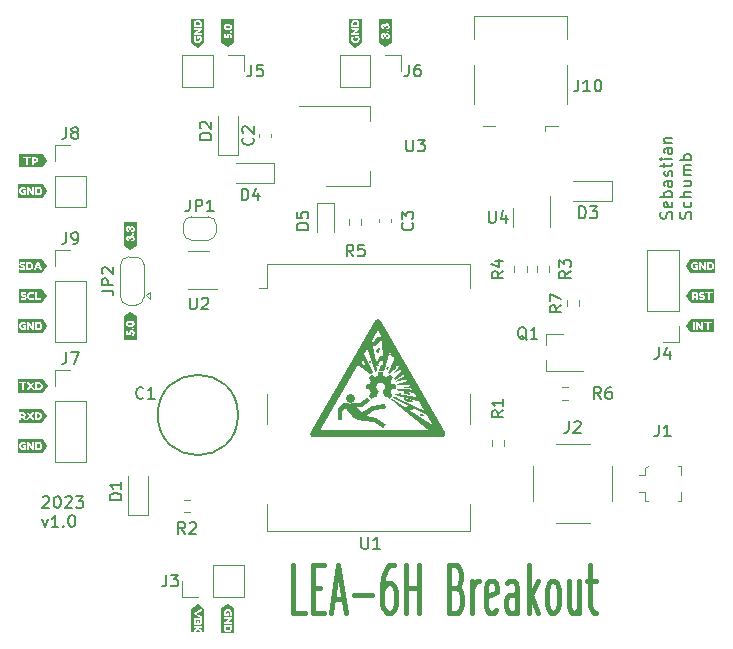
<source format=gto>
%TF.GenerationSoftware,KiCad,Pcbnew,7.0.1*%
%TF.CreationDate,2023-05-24T17:43:46+02:00*%
%TF.ProjectId,ublox-lea-6h-breakout,75626c6f-782d-46c6-9561-2d36682d6272,rev?*%
%TF.SameCoordinates,Original*%
%TF.FileFunction,Legend,Top*%
%TF.FilePolarity,Positive*%
%FSLAX46Y46*%
G04 Gerber Fmt 4.6, Leading zero omitted, Abs format (unit mm)*
G04 Created by KiCad (PCBNEW 7.0.1) date 2023-05-24 17:43:46*
%MOMM*%
%LPD*%
G01*
G04 APERTURE LIST*
%ADD10C,0.400000*%
%ADD11C,0.150000*%
%ADD12C,0.120000*%
G04 APERTURE END LIST*
D10*
X106838571Y-134765476D02*
X105886190Y-134765476D01*
X105886190Y-134765476D02*
X105886190Y-130765476D01*
X107505238Y-132670238D02*
X108171905Y-132670238D01*
X108457619Y-134765476D02*
X107505238Y-134765476D01*
X107505238Y-134765476D02*
X107505238Y-130765476D01*
X107505238Y-130765476D02*
X108457619Y-130765476D01*
X109219524Y-133622619D02*
X110171905Y-133622619D01*
X109029048Y-134765476D02*
X109695714Y-130765476D01*
X109695714Y-130765476D02*
X110362381Y-134765476D01*
X111029048Y-133241666D02*
X112552858Y-133241666D01*
X114362381Y-130765476D02*
X113981428Y-130765476D01*
X113981428Y-130765476D02*
X113790952Y-130955952D01*
X113790952Y-130955952D02*
X113695714Y-131146428D01*
X113695714Y-131146428D02*
X113505238Y-131717857D01*
X113505238Y-131717857D02*
X113410000Y-132479761D01*
X113410000Y-132479761D02*
X113410000Y-134003571D01*
X113410000Y-134003571D02*
X113505238Y-134384523D01*
X113505238Y-134384523D02*
X113600476Y-134575000D01*
X113600476Y-134575000D02*
X113790952Y-134765476D01*
X113790952Y-134765476D02*
X114171905Y-134765476D01*
X114171905Y-134765476D02*
X114362381Y-134575000D01*
X114362381Y-134575000D02*
X114457619Y-134384523D01*
X114457619Y-134384523D02*
X114552857Y-134003571D01*
X114552857Y-134003571D02*
X114552857Y-133051190D01*
X114552857Y-133051190D02*
X114457619Y-132670238D01*
X114457619Y-132670238D02*
X114362381Y-132479761D01*
X114362381Y-132479761D02*
X114171905Y-132289285D01*
X114171905Y-132289285D02*
X113790952Y-132289285D01*
X113790952Y-132289285D02*
X113600476Y-132479761D01*
X113600476Y-132479761D02*
X113505238Y-132670238D01*
X113505238Y-132670238D02*
X113410000Y-133051190D01*
X115410000Y-134765476D02*
X115410000Y-130765476D01*
X115410000Y-132670238D02*
X116552857Y-132670238D01*
X116552857Y-134765476D02*
X116552857Y-130765476D01*
X119695715Y-132670238D02*
X119981429Y-132860714D01*
X119981429Y-132860714D02*
X120076667Y-133051190D01*
X120076667Y-133051190D02*
X120171905Y-133432142D01*
X120171905Y-133432142D02*
X120171905Y-134003571D01*
X120171905Y-134003571D02*
X120076667Y-134384523D01*
X120076667Y-134384523D02*
X119981429Y-134575000D01*
X119981429Y-134575000D02*
X119790953Y-134765476D01*
X119790953Y-134765476D02*
X119029048Y-134765476D01*
X119029048Y-134765476D02*
X119029048Y-130765476D01*
X119029048Y-130765476D02*
X119695715Y-130765476D01*
X119695715Y-130765476D02*
X119886191Y-130955952D01*
X119886191Y-130955952D02*
X119981429Y-131146428D01*
X119981429Y-131146428D02*
X120076667Y-131527380D01*
X120076667Y-131527380D02*
X120076667Y-131908333D01*
X120076667Y-131908333D02*
X119981429Y-132289285D01*
X119981429Y-132289285D02*
X119886191Y-132479761D01*
X119886191Y-132479761D02*
X119695715Y-132670238D01*
X119695715Y-132670238D02*
X119029048Y-132670238D01*
X121029048Y-134765476D02*
X121029048Y-132098809D01*
X121029048Y-132860714D02*
X121124286Y-132479761D01*
X121124286Y-132479761D02*
X121219524Y-132289285D01*
X121219524Y-132289285D02*
X121410000Y-132098809D01*
X121410000Y-132098809D02*
X121600477Y-132098809D01*
X123029048Y-134575000D02*
X122838572Y-134765476D01*
X122838572Y-134765476D02*
X122457619Y-134765476D01*
X122457619Y-134765476D02*
X122267143Y-134575000D01*
X122267143Y-134575000D02*
X122171905Y-134194047D01*
X122171905Y-134194047D02*
X122171905Y-132670238D01*
X122171905Y-132670238D02*
X122267143Y-132289285D01*
X122267143Y-132289285D02*
X122457619Y-132098809D01*
X122457619Y-132098809D02*
X122838572Y-132098809D01*
X122838572Y-132098809D02*
X123029048Y-132289285D01*
X123029048Y-132289285D02*
X123124286Y-132670238D01*
X123124286Y-132670238D02*
X123124286Y-133051190D01*
X123124286Y-133051190D02*
X122171905Y-133432142D01*
X124838572Y-134765476D02*
X124838572Y-132670238D01*
X124838572Y-132670238D02*
X124743334Y-132289285D01*
X124743334Y-132289285D02*
X124552858Y-132098809D01*
X124552858Y-132098809D02*
X124171905Y-132098809D01*
X124171905Y-132098809D02*
X123981429Y-132289285D01*
X124838572Y-134575000D02*
X124648096Y-134765476D01*
X124648096Y-134765476D02*
X124171905Y-134765476D01*
X124171905Y-134765476D02*
X123981429Y-134575000D01*
X123981429Y-134575000D02*
X123886191Y-134194047D01*
X123886191Y-134194047D02*
X123886191Y-133813095D01*
X123886191Y-133813095D02*
X123981429Y-133432142D01*
X123981429Y-133432142D02*
X124171905Y-133241666D01*
X124171905Y-133241666D02*
X124648096Y-133241666D01*
X124648096Y-133241666D02*
X124838572Y-133051190D01*
X125790953Y-134765476D02*
X125790953Y-130765476D01*
X125981429Y-133241666D02*
X126552858Y-134765476D01*
X126552858Y-132098809D02*
X125790953Y-133622619D01*
X127695715Y-134765476D02*
X127505239Y-134575000D01*
X127505239Y-134575000D02*
X127410001Y-134384523D01*
X127410001Y-134384523D02*
X127314763Y-134003571D01*
X127314763Y-134003571D02*
X127314763Y-132860714D01*
X127314763Y-132860714D02*
X127410001Y-132479761D01*
X127410001Y-132479761D02*
X127505239Y-132289285D01*
X127505239Y-132289285D02*
X127695715Y-132098809D01*
X127695715Y-132098809D02*
X127981430Y-132098809D01*
X127981430Y-132098809D02*
X128171906Y-132289285D01*
X128171906Y-132289285D02*
X128267144Y-132479761D01*
X128267144Y-132479761D02*
X128362382Y-132860714D01*
X128362382Y-132860714D02*
X128362382Y-134003571D01*
X128362382Y-134003571D02*
X128267144Y-134384523D01*
X128267144Y-134384523D02*
X128171906Y-134575000D01*
X128171906Y-134575000D02*
X127981430Y-134765476D01*
X127981430Y-134765476D02*
X127695715Y-134765476D01*
X130076668Y-132098809D02*
X130076668Y-134765476D01*
X129219525Y-132098809D02*
X129219525Y-134194047D01*
X129219525Y-134194047D02*
X129314763Y-134575000D01*
X129314763Y-134575000D02*
X129505239Y-134765476D01*
X129505239Y-134765476D02*
X129790954Y-134765476D01*
X129790954Y-134765476D02*
X129981430Y-134575000D01*
X129981430Y-134575000D02*
X130076668Y-134384523D01*
X130743335Y-132098809D02*
X131505239Y-132098809D01*
X131029049Y-130765476D02*
X131029049Y-134194047D01*
X131029049Y-134194047D02*
X131124287Y-134575000D01*
X131124287Y-134575000D02*
X131314763Y-134765476D01*
X131314763Y-134765476D02*
X131505239Y-134765476D01*
D11*
X137910000Y-101409523D02*
X137957619Y-101266666D01*
X137957619Y-101266666D02*
X137957619Y-101028571D01*
X137957619Y-101028571D02*
X137910000Y-100933333D01*
X137910000Y-100933333D02*
X137862380Y-100885714D01*
X137862380Y-100885714D02*
X137767142Y-100838095D01*
X137767142Y-100838095D02*
X137671904Y-100838095D01*
X137671904Y-100838095D02*
X137576666Y-100885714D01*
X137576666Y-100885714D02*
X137529047Y-100933333D01*
X137529047Y-100933333D02*
X137481428Y-101028571D01*
X137481428Y-101028571D02*
X137433809Y-101219047D01*
X137433809Y-101219047D02*
X137386190Y-101314285D01*
X137386190Y-101314285D02*
X137338571Y-101361904D01*
X137338571Y-101361904D02*
X137243333Y-101409523D01*
X137243333Y-101409523D02*
X137148095Y-101409523D01*
X137148095Y-101409523D02*
X137052857Y-101361904D01*
X137052857Y-101361904D02*
X137005238Y-101314285D01*
X137005238Y-101314285D02*
X136957619Y-101219047D01*
X136957619Y-101219047D02*
X136957619Y-100980952D01*
X136957619Y-100980952D02*
X137005238Y-100838095D01*
X137910000Y-100028571D02*
X137957619Y-100123809D01*
X137957619Y-100123809D02*
X137957619Y-100314285D01*
X137957619Y-100314285D02*
X137910000Y-100409523D01*
X137910000Y-100409523D02*
X137814761Y-100457142D01*
X137814761Y-100457142D02*
X137433809Y-100457142D01*
X137433809Y-100457142D02*
X137338571Y-100409523D01*
X137338571Y-100409523D02*
X137290952Y-100314285D01*
X137290952Y-100314285D02*
X137290952Y-100123809D01*
X137290952Y-100123809D02*
X137338571Y-100028571D01*
X137338571Y-100028571D02*
X137433809Y-99980952D01*
X137433809Y-99980952D02*
X137529047Y-99980952D01*
X137529047Y-99980952D02*
X137624285Y-100457142D01*
X137957619Y-99552380D02*
X136957619Y-99552380D01*
X137338571Y-99552380D02*
X137290952Y-99457142D01*
X137290952Y-99457142D02*
X137290952Y-99266666D01*
X137290952Y-99266666D02*
X137338571Y-99171428D01*
X137338571Y-99171428D02*
X137386190Y-99123809D01*
X137386190Y-99123809D02*
X137481428Y-99076190D01*
X137481428Y-99076190D02*
X137767142Y-99076190D01*
X137767142Y-99076190D02*
X137862380Y-99123809D01*
X137862380Y-99123809D02*
X137910000Y-99171428D01*
X137910000Y-99171428D02*
X137957619Y-99266666D01*
X137957619Y-99266666D02*
X137957619Y-99457142D01*
X137957619Y-99457142D02*
X137910000Y-99552380D01*
X137957619Y-98219047D02*
X137433809Y-98219047D01*
X137433809Y-98219047D02*
X137338571Y-98266666D01*
X137338571Y-98266666D02*
X137290952Y-98361904D01*
X137290952Y-98361904D02*
X137290952Y-98552380D01*
X137290952Y-98552380D02*
X137338571Y-98647618D01*
X137910000Y-98219047D02*
X137957619Y-98314285D01*
X137957619Y-98314285D02*
X137957619Y-98552380D01*
X137957619Y-98552380D02*
X137910000Y-98647618D01*
X137910000Y-98647618D02*
X137814761Y-98695237D01*
X137814761Y-98695237D02*
X137719523Y-98695237D01*
X137719523Y-98695237D02*
X137624285Y-98647618D01*
X137624285Y-98647618D02*
X137576666Y-98552380D01*
X137576666Y-98552380D02*
X137576666Y-98314285D01*
X137576666Y-98314285D02*
X137529047Y-98219047D01*
X137910000Y-97790475D02*
X137957619Y-97695237D01*
X137957619Y-97695237D02*
X137957619Y-97504761D01*
X137957619Y-97504761D02*
X137910000Y-97409523D01*
X137910000Y-97409523D02*
X137814761Y-97361904D01*
X137814761Y-97361904D02*
X137767142Y-97361904D01*
X137767142Y-97361904D02*
X137671904Y-97409523D01*
X137671904Y-97409523D02*
X137624285Y-97504761D01*
X137624285Y-97504761D02*
X137624285Y-97647618D01*
X137624285Y-97647618D02*
X137576666Y-97742856D01*
X137576666Y-97742856D02*
X137481428Y-97790475D01*
X137481428Y-97790475D02*
X137433809Y-97790475D01*
X137433809Y-97790475D02*
X137338571Y-97742856D01*
X137338571Y-97742856D02*
X137290952Y-97647618D01*
X137290952Y-97647618D02*
X137290952Y-97504761D01*
X137290952Y-97504761D02*
X137338571Y-97409523D01*
X137290952Y-97076189D02*
X137290952Y-96695237D01*
X136957619Y-96933332D02*
X137814761Y-96933332D01*
X137814761Y-96933332D02*
X137910000Y-96885713D01*
X137910000Y-96885713D02*
X137957619Y-96790475D01*
X137957619Y-96790475D02*
X137957619Y-96695237D01*
X137957619Y-96361903D02*
X137290952Y-96361903D01*
X136957619Y-96361903D02*
X137005238Y-96409522D01*
X137005238Y-96409522D02*
X137052857Y-96361903D01*
X137052857Y-96361903D02*
X137005238Y-96314284D01*
X137005238Y-96314284D02*
X136957619Y-96361903D01*
X136957619Y-96361903D02*
X137052857Y-96361903D01*
X137957619Y-95457142D02*
X137433809Y-95457142D01*
X137433809Y-95457142D02*
X137338571Y-95504761D01*
X137338571Y-95504761D02*
X137290952Y-95599999D01*
X137290952Y-95599999D02*
X137290952Y-95790475D01*
X137290952Y-95790475D02*
X137338571Y-95885713D01*
X137910000Y-95457142D02*
X137957619Y-95552380D01*
X137957619Y-95552380D02*
X137957619Y-95790475D01*
X137957619Y-95790475D02*
X137910000Y-95885713D01*
X137910000Y-95885713D02*
X137814761Y-95933332D01*
X137814761Y-95933332D02*
X137719523Y-95933332D01*
X137719523Y-95933332D02*
X137624285Y-95885713D01*
X137624285Y-95885713D02*
X137576666Y-95790475D01*
X137576666Y-95790475D02*
X137576666Y-95552380D01*
X137576666Y-95552380D02*
X137529047Y-95457142D01*
X137290952Y-94980951D02*
X137957619Y-94980951D01*
X137386190Y-94980951D02*
X137338571Y-94933332D01*
X137338571Y-94933332D02*
X137290952Y-94838094D01*
X137290952Y-94838094D02*
X137290952Y-94695237D01*
X137290952Y-94695237D02*
X137338571Y-94599999D01*
X137338571Y-94599999D02*
X137433809Y-94552380D01*
X137433809Y-94552380D02*
X137957619Y-94552380D01*
X139530000Y-101409523D02*
X139577619Y-101266666D01*
X139577619Y-101266666D02*
X139577619Y-101028571D01*
X139577619Y-101028571D02*
X139530000Y-100933333D01*
X139530000Y-100933333D02*
X139482380Y-100885714D01*
X139482380Y-100885714D02*
X139387142Y-100838095D01*
X139387142Y-100838095D02*
X139291904Y-100838095D01*
X139291904Y-100838095D02*
X139196666Y-100885714D01*
X139196666Y-100885714D02*
X139149047Y-100933333D01*
X139149047Y-100933333D02*
X139101428Y-101028571D01*
X139101428Y-101028571D02*
X139053809Y-101219047D01*
X139053809Y-101219047D02*
X139006190Y-101314285D01*
X139006190Y-101314285D02*
X138958571Y-101361904D01*
X138958571Y-101361904D02*
X138863333Y-101409523D01*
X138863333Y-101409523D02*
X138768095Y-101409523D01*
X138768095Y-101409523D02*
X138672857Y-101361904D01*
X138672857Y-101361904D02*
X138625238Y-101314285D01*
X138625238Y-101314285D02*
X138577619Y-101219047D01*
X138577619Y-101219047D02*
X138577619Y-100980952D01*
X138577619Y-100980952D02*
X138625238Y-100838095D01*
X139530000Y-99980952D02*
X139577619Y-100076190D01*
X139577619Y-100076190D02*
X139577619Y-100266666D01*
X139577619Y-100266666D02*
X139530000Y-100361904D01*
X139530000Y-100361904D02*
X139482380Y-100409523D01*
X139482380Y-100409523D02*
X139387142Y-100457142D01*
X139387142Y-100457142D02*
X139101428Y-100457142D01*
X139101428Y-100457142D02*
X139006190Y-100409523D01*
X139006190Y-100409523D02*
X138958571Y-100361904D01*
X138958571Y-100361904D02*
X138910952Y-100266666D01*
X138910952Y-100266666D02*
X138910952Y-100076190D01*
X138910952Y-100076190D02*
X138958571Y-99980952D01*
X139577619Y-99552380D02*
X138577619Y-99552380D01*
X139577619Y-99123809D02*
X139053809Y-99123809D01*
X139053809Y-99123809D02*
X138958571Y-99171428D01*
X138958571Y-99171428D02*
X138910952Y-99266666D01*
X138910952Y-99266666D02*
X138910952Y-99409523D01*
X138910952Y-99409523D02*
X138958571Y-99504761D01*
X138958571Y-99504761D02*
X139006190Y-99552380D01*
X138910952Y-98219047D02*
X139577619Y-98219047D01*
X138910952Y-98647618D02*
X139434761Y-98647618D01*
X139434761Y-98647618D02*
X139530000Y-98599999D01*
X139530000Y-98599999D02*
X139577619Y-98504761D01*
X139577619Y-98504761D02*
X139577619Y-98361904D01*
X139577619Y-98361904D02*
X139530000Y-98266666D01*
X139530000Y-98266666D02*
X139482380Y-98219047D01*
X139577619Y-97742856D02*
X138910952Y-97742856D01*
X139006190Y-97742856D02*
X138958571Y-97695237D01*
X138958571Y-97695237D02*
X138910952Y-97599999D01*
X138910952Y-97599999D02*
X138910952Y-97457142D01*
X138910952Y-97457142D02*
X138958571Y-97361904D01*
X138958571Y-97361904D02*
X139053809Y-97314285D01*
X139053809Y-97314285D02*
X139577619Y-97314285D01*
X139053809Y-97314285D02*
X138958571Y-97266666D01*
X138958571Y-97266666D02*
X138910952Y-97171428D01*
X138910952Y-97171428D02*
X138910952Y-97028571D01*
X138910952Y-97028571D02*
X138958571Y-96933332D01*
X138958571Y-96933332D02*
X139053809Y-96885713D01*
X139053809Y-96885713D02*
X139577619Y-96885713D01*
X139577619Y-96409523D02*
X138577619Y-96409523D01*
X138958571Y-96409523D02*
X138910952Y-96314285D01*
X138910952Y-96314285D02*
X138910952Y-96123809D01*
X138910952Y-96123809D02*
X138958571Y-96028571D01*
X138958571Y-96028571D02*
X139006190Y-95980952D01*
X139006190Y-95980952D02*
X139101428Y-95933333D01*
X139101428Y-95933333D02*
X139387142Y-95933333D01*
X139387142Y-95933333D02*
X139482380Y-95980952D01*
X139482380Y-95980952D02*
X139530000Y-96028571D01*
X139530000Y-96028571D02*
X139577619Y-96123809D01*
X139577619Y-96123809D02*
X139577619Y-96314285D01*
X139577619Y-96314285D02*
X139530000Y-96409523D01*
X84645476Y-124987857D02*
X84693095Y-124940238D01*
X84693095Y-124940238D02*
X84788333Y-124892619D01*
X84788333Y-124892619D02*
X85026428Y-124892619D01*
X85026428Y-124892619D02*
X85121666Y-124940238D01*
X85121666Y-124940238D02*
X85169285Y-124987857D01*
X85169285Y-124987857D02*
X85216904Y-125083095D01*
X85216904Y-125083095D02*
X85216904Y-125178333D01*
X85216904Y-125178333D02*
X85169285Y-125321190D01*
X85169285Y-125321190D02*
X84597857Y-125892619D01*
X84597857Y-125892619D02*
X85216904Y-125892619D01*
X85835952Y-124892619D02*
X85931190Y-124892619D01*
X85931190Y-124892619D02*
X86026428Y-124940238D01*
X86026428Y-124940238D02*
X86074047Y-124987857D01*
X86074047Y-124987857D02*
X86121666Y-125083095D01*
X86121666Y-125083095D02*
X86169285Y-125273571D01*
X86169285Y-125273571D02*
X86169285Y-125511666D01*
X86169285Y-125511666D02*
X86121666Y-125702142D01*
X86121666Y-125702142D02*
X86074047Y-125797380D01*
X86074047Y-125797380D02*
X86026428Y-125845000D01*
X86026428Y-125845000D02*
X85931190Y-125892619D01*
X85931190Y-125892619D02*
X85835952Y-125892619D01*
X85835952Y-125892619D02*
X85740714Y-125845000D01*
X85740714Y-125845000D02*
X85693095Y-125797380D01*
X85693095Y-125797380D02*
X85645476Y-125702142D01*
X85645476Y-125702142D02*
X85597857Y-125511666D01*
X85597857Y-125511666D02*
X85597857Y-125273571D01*
X85597857Y-125273571D02*
X85645476Y-125083095D01*
X85645476Y-125083095D02*
X85693095Y-124987857D01*
X85693095Y-124987857D02*
X85740714Y-124940238D01*
X85740714Y-124940238D02*
X85835952Y-124892619D01*
X86550238Y-124987857D02*
X86597857Y-124940238D01*
X86597857Y-124940238D02*
X86693095Y-124892619D01*
X86693095Y-124892619D02*
X86931190Y-124892619D01*
X86931190Y-124892619D02*
X87026428Y-124940238D01*
X87026428Y-124940238D02*
X87074047Y-124987857D01*
X87074047Y-124987857D02*
X87121666Y-125083095D01*
X87121666Y-125083095D02*
X87121666Y-125178333D01*
X87121666Y-125178333D02*
X87074047Y-125321190D01*
X87074047Y-125321190D02*
X86502619Y-125892619D01*
X86502619Y-125892619D02*
X87121666Y-125892619D01*
X87455000Y-124892619D02*
X88074047Y-124892619D01*
X88074047Y-124892619D02*
X87740714Y-125273571D01*
X87740714Y-125273571D02*
X87883571Y-125273571D01*
X87883571Y-125273571D02*
X87978809Y-125321190D01*
X87978809Y-125321190D02*
X88026428Y-125368809D01*
X88026428Y-125368809D02*
X88074047Y-125464047D01*
X88074047Y-125464047D02*
X88074047Y-125702142D01*
X88074047Y-125702142D02*
X88026428Y-125797380D01*
X88026428Y-125797380D02*
X87978809Y-125845000D01*
X87978809Y-125845000D02*
X87883571Y-125892619D01*
X87883571Y-125892619D02*
X87597857Y-125892619D01*
X87597857Y-125892619D02*
X87502619Y-125845000D01*
X87502619Y-125845000D02*
X87455000Y-125797380D01*
X84597857Y-126845952D02*
X84835952Y-127512619D01*
X84835952Y-127512619D02*
X85074047Y-126845952D01*
X85978809Y-127512619D02*
X85407381Y-127512619D01*
X85693095Y-127512619D02*
X85693095Y-126512619D01*
X85693095Y-126512619D02*
X85597857Y-126655476D01*
X85597857Y-126655476D02*
X85502619Y-126750714D01*
X85502619Y-126750714D02*
X85407381Y-126798333D01*
X86407381Y-127417380D02*
X86455000Y-127465000D01*
X86455000Y-127465000D02*
X86407381Y-127512619D01*
X86407381Y-127512619D02*
X86359762Y-127465000D01*
X86359762Y-127465000D02*
X86407381Y-127417380D01*
X86407381Y-127417380D02*
X86407381Y-127512619D01*
X87074047Y-126512619D02*
X87169285Y-126512619D01*
X87169285Y-126512619D02*
X87264523Y-126560238D01*
X87264523Y-126560238D02*
X87312142Y-126607857D01*
X87312142Y-126607857D02*
X87359761Y-126703095D01*
X87359761Y-126703095D02*
X87407380Y-126893571D01*
X87407380Y-126893571D02*
X87407380Y-127131666D01*
X87407380Y-127131666D02*
X87359761Y-127322142D01*
X87359761Y-127322142D02*
X87312142Y-127417380D01*
X87312142Y-127417380D02*
X87264523Y-127465000D01*
X87264523Y-127465000D02*
X87169285Y-127512619D01*
X87169285Y-127512619D02*
X87074047Y-127512619D01*
X87074047Y-127512619D02*
X86978809Y-127465000D01*
X86978809Y-127465000D02*
X86931190Y-127417380D01*
X86931190Y-127417380D02*
X86883571Y-127322142D01*
X86883571Y-127322142D02*
X86835952Y-127131666D01*
X86835952Y-127131666D02*
X86835952Y-126893571D01*
X86835952Y-126893571D02*
X86883571Y-126703095D01*
X86883571Y-126703095D02*
X86931190Y-126607857D01*
X86931190Y-126607857D02*
X86978809Y-126560238D01*
X86978809Y-126560238D02*
X87074047Y-126512619D01*
%TO.C,J7*%
X86661666Y-112702619D02*
X86661666Y-113416904D01*
X86661666Y-113416904D02*
X86614047Y-113559761D01*
X86614047Y-113559761D02*
X86518809Y-113655000D01*
X86518809Y-113655000D02*
X86375952Y-113702619D01*
X86375952Y-113702619D02*
X86280714Y-113702619D01*
X87042619Y-112702619D02*
X87709285Y-112702619D01*
X87709285Y-112702619D02*
X87280714Y-113702619D01*
%TO.C,J9*%
X86661666Y-102557619D02*
X86661666Y-103271904D01*
X86661666Y-103271904D02*
X86614047Y-103414761D01*
X86614047Y-103414761D02*
X86518809Y-103510000D01*
X86518809Y-103510000D02*
X86375952Y-103557619D01*
X86375952Y-103557619D02*
X86280714Y-103557619D01*
X87185476Y-103557619D02*
X87375952Y-103557619D01*
X87375952Y-103557619D02*
X87471190Y-103510000D01*
X87471190Y-103510000D02*
X87518809Y-103462380D01*
X87518809Y-103462380D02*
X87614047Y-103319523D01*
X87614047Y-103319523D02*
X87661666Y-103129047D01*
X87661666Y-103129047D02*
X87661666Y-102748095D01*
X87661666Y-102748095D02*
X87614047Y-102652857D01*
X87614047Y-102652857D02*
X87566428Y-102605238D01*
X87566428Y-102605238D02*
X87471190Y-102557619D01*
X87471190Y-102557619D02*
X87280714Y-102557619D01*
X87280714Y-102557619D02*
X87185476Y-102605238D01*
X87185476Y-102605238D02*
X87137857Y-102652857D01*
X87137857Y-102652857D02*
X87090238Y-102748095D01*
X87090238Y-102748095D02*
X87090238Y-102986190D01*
X87090238Y-102986190D02*
X87137857Y-103081428D01*
X87137857Y-103081428D02*
X87185476Y-103129047D01*
X87185476Y-103129047D02*
X87280714Y-103176666D01*
X87280714Y-103176666D02*
X87471190Y-103176666D01*
X87471190Y-103176666D02*
X87566428Y-103129047D01*
X87566428Y-103129047D02*
X87614047Y-103081428D01*
X87614047Y-103081428D02*
X87661666Y-102986190D01*
%TO.C,Q1*%
X125634761Y-111682857D02*
X125539523Y-111635238D01*
X125539523Y-111635238D02*
X125444285Y-111540000D01*
X125444285Y-111540000D02*
X125301428Y-111397142D01*
X125301428Y-111397142D02*
X125206190Y-111349523D01*
X125206190Y-111349523D02*
X125110952Y-111349523D01*
X125158571Y-111587619D02*
X125063333Y-111540000D01*
X125063333Y-111540000D02*
X124968095Y-111444761D01*
X124968095Y-111444761D02*
X124920476Y-111254285D01*
X124920476Y-111254285D02*
X124920476Y-110920952D01*
X124920476Y-110920952D02*
X124968095Y-110730476D01*
X124968095Y-110730476D02*
X125063333Y-110635238D01*
X125063333Y-110635238D02*
X125158571Y-110587619D01*
X125158571Y-110587619D02*
X125349047Y-110587619D01*
X125349047Y-110587619D02*
X125444285Y-110635238D01*
X125444285Y-110635238D02*
X125539523Y-110730476D01*
X125539523Y-110730476D02*
X125587142Y-110920952D01*
X125587142Y-110920952D02*
X125587142Y-111254285D01*
X125587142Y-111254285D02*
X125539523Y-111444761D01*
X125539523Y-111444761D02*
X125444285Y-111540000D01*
X125444285Y-111540000D02*
X125349047Y-111587619D01*
X125349047Y-111587619D02*
X125158571Y-111587619D01*
X126539523Y-111587619D02*
X125968095Y-111587619D01*
X126253809Y-111587619D02*
X126253809Y-110587619D01*
X126253809Y-110587619D02*
X126158571Y-110730476D01*
X126158571Y-110730476D02*
X126063333Y-110825714D01*
X126063333Y-110825714D02*
X125968095Y-110873333D01*
%TO.C,JP1*%
X97116666Y-99792619D02*
X97116666Y-100506904D01*
X97116666Y-100506904D02*
X97069047Y-100649761D01*
X97069047Y-100649761D02*
X96973809Y-100745000D01*
X96973809Y-100745000D02*
X96830952Y-100792619D01*
X96830952Y-100792619D02*
X96735714Y-100792619D01*
X97592857Y-100792619D02*
X97592857Y-99792619D01*
X97592857Y-99792619D02*
X97973809Y-99792619D01*
X97973809Y-99792619D02*
X98069047Y-99840238D01*
X98069047Y-99840238D02*
X98116666Y-99887857D01*
X98116666Y-99887857D02*
X98164285Y-99983095D01*
X98164285Y-99983095D02*
X98164285Y-100125952D01*
X98164285Y-100125952D02*
X98116666Y-100221190D01*
X98116666Y-100221190D02*
X98069047Y-100268809D01*
X98069047Y-100268809D02*
X97973809Y-100316428D01*
X97973809Y-100316428D02*
X97592857Y-100316428D01*
X99116666Y-100792619D02*
X98545238Y-100792619D01*
X98830952Y-100792619D02*
X98830952Y-99792619D01*
X98830952Y-99792619D02*
X98735714Y-99935476D01*
X98735714Y-99935476D02*
X98640476Y-100030714D01*
X98640476Y-100030714D02*
X98545238Y-100078333D01*
%TO.C,U2*%
X97108095Y-108087619D02*
X97108095Y-108897142D01*
X97108095Y-108897142D02*
X97155714Y-108992380D01*
X97155714Y-108992380D02*
X97203333Y-109040000D01*
X97203333Y-109040000D02*
X97298571Y-109087619D01*
X97298571Y-109087619D02*
X97489047Y-109087619D01*
X97489047Y-109087619D02*
X97584285Y-109040000D01*
X97584285Y-109040000D02*
X97631904Y-108992380D01*
X97631904Y-108992380D02*
X97679523Y-108897142D01*
X97679523Y-108897142D02*
X97679523Y-108087619D01*
X98108095Y-108182857D02*
X98155714Y-108135238D01*
X98155714Y-108135238D02*
X98250952Y-108087619D01*
X98250952Y-108087619D02*
X98489047Y-108087619D01*
X98489047Y-108087619D02*
X98584285Y-108135238D01*
X98584285Y-108135238D02*
X98631904Y-108182857D01*
X98631904Y-108182857D02*
X98679523Y-108278095D01*
X98679523Y-108278095D02*
X98679523Y-108373333D01*
X98679523Y-108373333D02*
X98631904Y-108516190D01*
X98631904Y-108516190D02*
X98060476Y-109087619D01*
X98060476Y-109087619D02*
X98679523Y-109087619D01*
%TO.C,U1*%
X111633095Y-128367619D02*
X111633095Y-129177142D01*
X111633095Y-129177142D02*
X111680714Y-129272380D01*
X111680714Y-129272380D02*
X111728333Y-129320000D01*
X111728333Y-129320000D02*
X111823571Y-129367619D01*
X111823571Y-129367619D02*
X112014047Y-129367619D01*
X112014047Y-129367619D02*
X112109285Y-129320000D01*
X112109285Y-129320000D02*
X112156904Y-129272380D01*
X112156904Y-129272380D02*
X112204523Y-129177142D01*
X112204523Y-129177142D02*
X112204523Y-128367619D01*
X113204523Y-129367619D02*
X112633095Y-129367619D01*
X112918809Y-129367619D02*
X112918809Y-128367619D01*
X112918809Y-128367619D02*
X112823571Y-128510476D01*
X112823571Y-128510476D02*
X112728333Y-128605714D01*
X112728333Y-128605714D02*
X112633095Y-128653333D01*
%TO.C,J4*%
X136826666Y-112282619D02*
X136826666Y-112996904D01*
X136826666Y-112996904D02*
X136779047Y-113139761D01*
X136779047Y-113139761D02*
X136683809Y-113235000D01*
X136683809Y-113235000D02*
X136540952Y-113282619D01*
X136540952Y-113282619D02*
X136445714Y-113282619D01*
X137731428Y-112615952D02*
X137731428Y-113282619D01*
X137493333Y-112235000D02*
X137255238Y-112949285D01*
X137255238Y-112949285D02*
X137874285Y-112949285D01*
%TO.C,R6*%
X131913333Y-116667619D02*
X131580000Y-116191428D01*
X131341905Y-116667619D02*
X131341905Y-115667619D01*
X131341905Y-115667619D02*
X131722857Y-115667619D01*
X131722857Y-115667619D02*
X131818095Y-115715238D01*
X131818095Y-115715238D02*
X131865714Y-115762857D01*
X131865714Y-115762857D02*
X131913333Y-115858095D01*
X131913333Y-115858095D02*
X131913333Y-116000952D01*
X131913333Y-116000952D02*
X131865714Y-116096190D01*
X131865714Y-116096190D02*
X131818095Y-116143809D01*
X131818095Y-116143809D02*
X131722857Y-116191428D01*
X131722857Y-116191428D02*
X131341905Y-116191428D01*
X132770476Y-115667619D02*
X132580000Y-115667619D01*
X132580000Y-115667619D02*
X132484762Y-115715238D01*
X132484762Y-115715238D02*
X132437143Y-115762857D01*
X132437143Y-115762857D02*
X132341905Y-115905714D01*
X132341905Y-115905714D02*
X132294286Y-116096190D01*
X132294286Y-116096190D02*
X132294286Y-116477142D01*
X132294286Y-116477142D02*
X132341905Y-116572380D01*
X132341905Y-116572380D02*
X132389524Y-116620000D01*
X132389524Y-116620000D02*
X132484762Y-116667619D01*
X132484762Y-116667619D02*
X132675238Y-116667619D01*
X132675238Y-116667619D02*
X132770476Y-116620000D01*
X132770476Y-116620000D02*
X132818095Y-116572380D01*
X132818095Y-116572380D02*
X132865714Y-116477142D01*
X132865714Y-116477142D02*
X132865714Y-116239047D01*
X132865714Y-116239047D02*
X132818095Y-116143809D01*
X132818095Y-116143809D02*
X132770476Y-116096190D01*
X132770476Y-116096190D02*
X132675238Y-116048571D01*
X132675238Y-116048571D02*
X132484762Y-116048571D01*
X132484762Y-116048571D02*
X132389524Y-116096190D01*
X132389524Y-116096190D02*
X132341905Y-116143809D01*
X132341905Y-116143809D02*
X132294286Y-116239047D01*
%TO.C,R4*%
X123652619Y-105854166D02*
X123176428Y-106187499D01*
X123652619Y-106425594D02*
X122652619Y-106425594D01*
X122652619Y-106425594D02*
X122652619Y-106044642D01*
X122652619Y-106044642D02*
X122700238Y-105949404D01*
X122700238Y-105949404D02*
X122747857Y-105901785D01*
X122747857Y-105901785D02*
X122843095Y-105854166D01*
X122843095Y-105854166D02*
X122985952Y-105854166D01*
X122985952Y-105854166D02*
X123081190Y-105901785D01*
X123081190Y-105901785D02*
X123128809Y-105949404D01*
X123128809Y-105949404D02*
X123176428Y-106044642D01*
X123176428Y-106044642D02*
X123176428Y-106425594D01*
X122985952Y-104997023D02*
X123652619Y-104997023D01*
X122605000Y-105235118D02*
X123319285Y-105473213D01*
X123319285Y-105473213D02*
X123319285Y-104854166D01*
%TO.C,J6*%
X115661666Y-88362619D02*
X115661666Y-89076904D01*
X115661666Y-89076904D02*
X115614047Y-89219761D01*
X115614047Y-89219761D02*
X115518809Y-89315000D01*
X115518809Y-89315000D02*
X115375952Y-89362619D01*
X115375952Y-89362619D02*
X115280714Y-89362619D01*
X116566428Y-88362619D02*
X116375952Y-88362619D01*
X116375952Y-88362619D02*
X116280714Y-88410238D01*
X116280714Y-88410238D02*
X116233095Y-88457857D01*
X116233095Y-88457857D02*
X116137857Y-88600714D01*
X116137857Y-88600714D02*
X116090238Y-88791190D01*
X116090238Y-88791190D02*
X116090238Y-89172142D01*
X116090238Y-89172142D02*
X116137857Y-89267380D01*
X116137857Y-89267380D02*
X116185476Y-89315000D01*
X116185476Y-89315000D02*
X116280714Y-89362619D01*
X116280714Y-89362619D02*
X116471190Y-89362619D01*
X116471190Y-89362619D02*
X116566428Y-89315000D01*
X116566428Y-89315000D02*
X116614047Y-89267380D01*
X116614047Y-89267380D02*
X116661666Y-89172142D01*
X116661666Y-89172142D02*
X116661666Y-88934047D01*
X116661666Y-88934047D02*
X116614047Y-88838809D01*
X116614047Y-88838809D02*
X116566428Y-88791190D01*
X116566428Y-88791190D02*
X116471190Y-88743571D01*
X116471190Y-88743571D02*
X116280714Y-88743571D01*
X116280714Y-88743571D02*
X116185476Y-88791190D01*
X116185476Y-88791190D02*
X116137857Y-88838809D01*
X116137857Y-88838809D02*
X116090238Y-88934047D01*
%TO.C,D1*%
X91322619Y-125218094D02*
X90322619Y-125218094D01*
X90322619Y-125218094D02*
X90322619Y-124979999D01*
X90322619Y-124979999D02*
X90370238Y-124837142D01*
X90370238Y-124837142D02*
X90465476Y-124741904D01*
X90465476Y-124741904D02*
X90560714Y-124694285D01*
X90560714Y-124694285D02*
X90751190Y-124646666D01*
X90751190Y-124646666D02*
X90894047Y-124646666D01*
X90894047Y-124646666D02*
X91084523Y-124694285D01*
X91084523Y-124694285D02*
X91179761Y-124741904D01*
X91179761Y-124741904D02*
X91275000Y-124837142D01*
X91275000Y-124837142D02*
X91322619Y-124979999D01*
X91322619Y-124979999D02*
X91322619Y-125218094D01*
X91322619Y-123694285D02*
X91322619Y-124265713D01*
X91322619Y-123979999D02*
X90322619Y-123979999D01*
X90322619Y-123979999D02*
X90465476Y-124075237D01*
X90465476Y-124075237D02*
X90560714Y-124170475D01*
X90560714Y-124170475D02*
X90608333Y-124265713D01*
%TO.C,R1*%
X123652619Y-117641666D02*
X123176428Y-117974999D01*
X123652619Y-118213094D02*
X122652619Y-118213094D01*
X122652619Y-118213094D02*
X122652619Y-117832142D01*
X122652619Y-117832142D02*
X122700238Y-117736904D01*
X122700238Y-117736904D02*
X122747857Y-117689285D01*
X122747857Y-117689285D02*
X122843095Y-117641666D01*
X122843095Y-117641666D02*
X122985952Y-117641666D01*
X122985952Y-117641666D02*
X123081190Y-117689285D01*
X123081190Y-117689285D02*
X123128809Y-117736904D01*
X123128809Y-117736904D02*
X123176428Y-117832142D01*
X123176428Y-117832142D02*
X123176428Y-118213094D01*
X123652619Y-116689285D02*
X123652619Y-117260713D01*
X123652619Y-116974999D02*
X122652619Y-116974999D01*
X122652619Y-116974999D02*
X122795476Y-117070237D01*
X122795476Y-117070237D02*
X122890714Y-117165475D01*
X122890714Y-117165475D02*
X122938333Y-117260713D01*
%TO.C,D3*%
X130071905Y-101372619D02*
X130071905Y-100372619D01*
X130071905Y-100372619D02*
X130310000Y-100372619D01*
X130310000Y-100372619D02*
X130452857Y-100420238D01*
X130452857Y-100420238D02*
X130548095Y-100515476D01*
X130548095Y-100515476D02*
X130595714Y-100610714D01*
X130595714Y-100610714D02*
X130643333Y-100801190D01*
X130643333Y-100801190D02*
X130643333Y-100944047D01*
X130643333Y-100944047D02*
X130595714Y-101134523D01*
X130595714Y-101134523D02*
X130548095Y-101229761D01*
X130548095Y-101229761D02*
X130452857Y-101325000D01*
X130452857Y-101325000D02*
X130310000Y-101372619D01*
X130310000Y-101372619D02*
X130071905Y-101372619D01*
X130976667Y-100372619D02*
X131595714Y-100372619D01*
X131595714Y-100372619D02*
X131262381Y-100753571D01*
X131262381Y-100753571D02*
X131405238Y-100753571D01*
X131405238Y-100753571D02*
X131500476Y-100801190D01*
X131500476Y-100801190D02*
X131548095Y-100848809D01*
X131548095Y-100848809D02*
X131595714Y-100944047D01*
X131595714Y-100944047D02*
X131595714Y-101182142D01*
X131595714Y-101182142D02*
X131548095Y-101277380D01*
X131548095Y-101277380D02*
X131500476Y-101325000D01*
X131500476Y-101325000D02*
X131405238Y-101372619D01*
X131405238Y-101372619D02*
X131119524Y-101372619D01*
X131119524Y-101372619D02*
X131024286Y-101325000D01*
X131024286Y-101325000D02*
X130976667Y-101277380D01*
%TO.C,J8*%
X86661666Y-93652619D02*
X86661666Y-94366904D01*
X86661666Y-94366904D02*
X86614047Y-94509761D01*
X86614047Y-94509761D02*
X86518809Y-94605000D01*
X86518809Y-94605000D02*
X86375952Y-94652619D01*
X86375952Y-94652619D02*
X86280714Y-94652619D01*
X87280714Y-94081190D02*
X87185476Y-94033571D01*
X87185476Y-94033571D02*
X87137857Y-93985952D01*
X87137857Y-93985952D02*
X87090238Y-93890714D01*
X87090238Y-93890714D02*
X87090238Y-93843095D01*
X87090238Y-93843095D02*
X87137857Y-93747857D01*
X87137857Y-93747857D02*
X87185476Y-93700238D01*
X87185476Y-93700238D02*
X87280714Y-93652619D01*
X87280714Y-93652619D02*
X87471190Y-93652619D01*
X87471190Y-93652619D02*
X87566428Y-93700238D01*
X87566428Y-93700238D02*
X87614047Y-93747857D01*
X87614047Y-93747857D02*
X87661666Y-93843095D01*
X87661666Y-93843095D02*
X87661666Y-93890714D01*
X87661666Y-93890714D02*
X87614047Y-93985952D01*
X87614047Y-93985952D02*
X87566428Y-94033571D01*
X87566428Y-94033571D02*
X87471190Y-94081190D01*
X87471190Y-94081190D02*
X87280714Y-94081190D01*
X87280714Y-94081190D02*
X87185476Y-94128809D01*
X87185476Y-94128809D02*
X87137857Y-94176428D01*
X87137857Y-94176428D02*
X87090238Y-94271666D01*
X87090238Y-94271666D02*
X87090238Y-94462142D01*
X87090238Y-94462142D02*
X87137857Y-94557380D01*
X87137857Y-94557380D02*
X87185476Y-94605000D01*
X87185476Y-94605000D02*
X87280714Y-94652619D01*
X87280714Y-94652619D02*
X87471190Y-94652619D01*
X87471190Y-94652619D02*
X87566428Y-94605000D01*
X87566428Y-94605000D02*
X87614047Y-94557380D01*
X87614047Y-94557380D02*
X87661666Y-94462142D01*
X87661666Y-94462142D02*
X87661666Y-94271666D01*
X87661666Y-94271666D02*
X87614047Y-94176428D01*
X87614047Y-94176428D02*
X87566428Y-94128809D01*
X87566428Y-94128809D02*
X87471190Y-94081190D01*
%TO.C,C1*%
X93178333Y-116572380D02*
X93130714Y-116620000D01*
X93130714Y-116620000D02*
X92987857Y-116667619D01*
X92987857Y-116667619D02*
X92892619Y-116667619D01*
X92892619Y-116667619D02*
X92749762Y-116620000D01*
X92749762Y-116620000D02*
X92654524Y-116524761D01*
X92654524Y-116524761D02*
X92606905Y-116429523D01*
X92606905Y-116429523D02*
X92559286Y-116239047D01*
X92559286Y-116239047D02*
X92559286Y-116096190D01*
X92559286Y-116096190D02*
X92606905Y-115905714D01*
X92606905Y-115905714D02*
X92654524Y-115810476D01*
X92654524Y-115810476D02*
X92749762Y-115715238D01*
X92749762Y-115715238D02*
X92892619Y-115667619D01*
X92892619Y-115667619D02*
X92987857Y-115667619D01*
X92987857Y-115667619D02*
X93130714Y-115715238D01*
X93130714Y-115715238D02*
X93178333Y-115762857D01*
X94130714Y-116667619D02*
X93559286Y-116667619D01*
X93845000Y-116667619D02*
X93845000Y-115667619D01*
X93845000Y-115667619D02*
X93749762Y-115810476D01*
X93749762Y-115810476D02*
X93654524Y-115905714D01*
X93654524Y-115905714D02*
X93559286Y-115953333D01*
%TO.C,R7*%
X128572619Y-108751666D02*
X128096428Y-109084999D01*
X128572619Y-109323094D02*
X127572619Y-109323094D01*
X127572619Y-109323094D02*
X127572619Y-108942142D01*
X127572619Y-108942142D02*
X127620238Y-108846904D01*
X127620238Y-108846904D02*
X127667857Y-108799285D01*
X127667857Y-108799285D02*
X127763095Y-108751666D01*
X127763095Y-108751666D02*
X127905952Y-108751666D01*
X127905952Y-108751666D02*
X128001190Y-108799285D01*
X128001190Y-108799285D02*
X128048809Y-108846904D01*
X128048809Y-108846904D02*
X128096428Y-108942142D01*
X128096428Y-108942142D02*
X128096428Y-109323094D01*
X127572619Y-108418332D02*
X127572619Y-107751666D01*
X127572619Y-107751666D02*
X128572619Y-108180237D01*
%TO.C,J1*%
X136826666Y-118842619D02*
X136826666Y-119556904D01*
X136826666Y-119556904D02*
X136779047Y-119699761D01*
X136779047Y-119699761D02*
X136683809Y-119795000D01*
X136683809Y-119795000D02*
X136540952Y-119842619D01*
X136540952Y-119842619D02*
X136445714Y-119842619D01*
X137826666Y-119842619D02*
X137255238Y-119842619D01*
X137540952Y-119842619D02*
X137540952Y-118842619D01*
X137540952Y-118842619D02*
X137445714Y-118985476D01*
X137445714Y-118985476D02*
X137350476Y-119080714D01*
X137350476Y-119080714D02*
X137255238Y-119128333D01*
%TO.C,J3*%
X95126666Y-131542619D02*
X95126666Y-132256904D01*
X95126666Y-132256904D02*
X95079047Y-132399761D01*
X95079047Y-132399761D02*
X94983809Y-132495000D01*
X94983809Y-132495000D02*
X94840952Y-132542619D01*
X94840952Y-132542619D02*
X94745714Y-132542619D01*
X95507619Y-131542619D02*
X96126666Y-131542619D01*
X96126666Y-131542619D02*
X95793333Y-131923571D01*
X95793333Y-131923571D02*
X95936190Y-131923571D01*
X95936190Y-131923571D02*
X96031428Y-131971190D01*
X96031428Y-131971190D02*
X96079047Y-132018809D01*
X96079047Y-132018809D02*
X96126666Y-132114047D01*
X96126666Y-132114047D02*
X96126666Y-132352142D01*
X96126666Y-132352142D02*
X96079047Y-132447380D01*
X96079047Y-132447380D02*
X96031428Y-132495000D01*
X96031428Y-132495000D02*
X95936190Y-132542619D01*
X95936190Y-132542619D02*
X95650476Y-132542619D01*
X95650476Y-132542619D02*
X95555238Y-132495000D01*
X95555238Y-132495000D02*
X95507619Y-132447380D01*
%TO.C,J2*%
X129206666Y-118537619D02*
X129206666Y-119251904D01*
X129206666Y-119251904D02*
X129159047Y-119394761D01*
X129159047Y-119394761D02*
X129063809Y-119490000D01*
X129063809Y-119490000D02*
X128920952Y-119537619D01*
X128920952Y-119537619D02*
X128825714Y-119537619D01*
X129635238Y-118632857D02*
X129682857Y-118585238D01*
X129682857Y-118585238D02*
X129778095Y-118537619D01*
X129778095Y-118537619D02*
X130016190Y-118537619D01*
X130016190Y-118537619D02*
X130111428Y-118585238D01*
X130111428Y-118585238D02*
X130159047Y-118632857D01*
X130159047Y-118632857D02*
X130206666Y-118728095D01*
X130206666Y-118728095D02*
X130206666Y-118823333D01*
X130206666Y-118823333D02*
X130159047Y-118966190D01*
X130159047Y-118966190D02*
X129587619Y-119537619D01*
X129587619Y-119537619D02*
X130206666Y-119537619D01*
%TO.C,U4*%
X122428095Y-100752619D02*
X122428095Y-101562142D01*
X122428095Y-101562142D02*
X122475714Y-101657380D01*
X122475714Y-101657380D02*
X122523333Y-101705000D01*
X122523333Y-101705000D02*
X122618571Y-101752619D01*
X122618571Y-101752619D02*
X122809047Y-101752619D01*
X122809047Y-101752619D02*
X122904285Y-101705000D01*
X122904285Y-101705000D02*
X122951904Y-101657380D01*
X122951904Y-101657380D02*
X122999523Y-101562142D01*
X122999523Y-101562142D02*
X122999523Y-100752619D01*
X123904285Y-101085952D02*
X123904285Y-101752619D01*
X123666190Y-100705000D02*
X123428095Y-101419285D01*
X123428095Y-101419285D02*
X124047142Y-101419285D01*
%TO.C,R5*%
X110958333Y-104602619D02*
X110625000Y-104126428D01*
X110386905Y-104602619D02*
X110386905Y-103602619D01*
X110386905Y-103602619D02*
X110767857Y-103602619D01*
X110767857Y-103602619D02*
X110863095Y-103650238D01*
X110863095Y-103650238D02*
X110910714Y-103697857D01*
X110910714Y-103697857D02*
X110958333Y-103793095D01*
X110958333Y-103793095D02*
X110958333Y-103935952D01*
X110958333Y-103935952D02*
X110910714Y-104031190D01*
X110910714Y-104031190D02*
X110863095Y-104078809D01*
X110863095Y-104078809D02*
X110767857Y-104126428D01*
X110767857Y-104126428D02*
X110386905Y-104126428D01*
X111863095Y-103602619D02*
X111386905Y-103602619D01*
X111386905Y-103602619D02*
X111339286Y-104078809D01*
X111339286Y-104078809D02*
X111386905Y-104031190D01*
X111386905Y-104031190D02*
X111482143Y-103983571D01*
X111482143Y-103983571D02*
X111720238Y-103983571D01*
X111720238Y-103983571D02*
X111815476Y-104031190D01*
X111815476Y-104031190D02*
X111863095Y-104078809D01*
X111863095Y-104078809D02*
X111910714Y-104174047D01*
X111910714Y-104174047D02*
X111910714Y-104412142D01*
X111910714Y-104412142D02*
X111863095Y-104507380D01*
X111863095Y-104507380D02*
X111815476Y-104555000D01*
X111815476Y-104555000D02*
X111720238Y-104602619D01*
X111720238Y-104602619D02*
X111482143Y-104602619D01*
X111482143Y-104602619D02*
X111386905Y-104555000D01*
X111386905Y-104555000D02*
X111339286Y-104507380D01*
%TO.C,U3*%
X115443095Y-94712619D02*
X115443095Y-95522142D01*
X115443095Y-95522142D02*
X115490714Y-95617380D01*
X115490714Y-95617380D02*
X115538333Y-95665000D01*
X115538333Y-95665000D02*
X115633571Y-95712619D01*
X115633571Y-95712619D02*
X115824047Y-95712619D01*
X115824047Y-95712619D02*
X115919285Y-95665000D01*
X115919285Y-95665000D02*
X115966904Y-95617380D01*
X115966904Y-95617380D02*
X116014523Y-95522142D01*
X116014523Y-95522142D02*
X116014523Y-94712619D01*
X116395476Y-94712619D02*
X117014523Y-94712619D01*
X117014523Y-94712619D02*
X116681190Y-95093571D01*
X116681190Y-95093571D02*
X116824047Y-95093571D01*
X116824047Y-95093571D02*
X116919285Y-95141190D01*
X116919285Y-95141190D02*
X116966904Y-95188809D01*
X116966904Y-95188809D02*
X117014523Y-95284047D01*
X117014523Y-95284047D02*
X117014523Y-95522142D01*
X117014523Y-95522142D02*
X116966904Y-95617380D01*
X116966904Y-95617380D02*
X116919285Y-95665000D01*
X116919285Y-95665000D02*
X116824047Y-95712619D01*
X116824047Y-95712619D02*
X116538333Y-95712619D01*
X116538333Y-95712619D02*
X116443095Y-95665000D01*
X116443095Y-95665000D02*
X116395476Y-95617380D01*
%TO.C,J10*%
X130000476Y-89632619D02*
X130000476Y-90346904D01*
X130000476Y-90346904D02*
X129952857Y-90489761D01*
X129952857Y-90489761D02*
X129857619Y-90585000D01*
X129857619Y-90585000D02*
X129714762Y-90632619D01*
X129714762Y-90632619D02*
X129619524Y-90632619D01*
X131000476Y-90632619D02*
X130429048Y-90632619D01*
X130714762Y-90632619D02*
X130714762Y-89632619D01*
X130714762Y-89632619D02*
X130619524Y-89775476D01*
X130619524Y-89775476D02*
X130524286Y-89870714D01*
X130524286Y-89870714D02*
X130429048Y-89918333D01*
X131619524Y-89632619D02*
X131714762Y-89632619D01*
X131714762Y-89632619D02*
X131810000Y-89680238D01*
X131810000Y-89680238D02*
X131857619Y-89727857D01*
X131857619Y-89727857D02*
X131905238Y-89823095D01*
X131905238Y-89823095D02*
X131952857Y-90013571D01*
X131952857Y-90013571D02*
X131952857Y-90251666D01*
X131952857Y-90251666D02*
X131905238Y-90442142D01*
X131905238Y-90442142D02*
X131857619Y-90537380D01*
X131857619Y-90537380D02*
X131810000Y-90585000D01*
X131810000Y-90585000D02*
X131714762Y-90632619D01*
X131714762Y-90632619D02*
X131619524Y-90632619D01*
X131619524Y-90632619D02*
X131524286Y-90585000D01*
X131524286Y-90585000D02*
X131476667Y-90537380D01*
X131476667Y-90537380D02*
X131429048Y-90442142D01*
X131429048Y-90442142D02*
X131381429Y-90251666D01*
X131381429Y-90251666D02*
X131381429Y-90013571D01*
X131381429Y-90013571D02*
X131429048Y-89823095D01*
X131429048Y-89823095D02*
X131476667Y-89727857D01*
X131476667Y-89727857D02*
X131524286Y-89680238D01*
X131524286Y-89680238D02*
X131619524Y-89632619D01*
%TO.C,C3*%
X115937380Y-101766666D02*
X115985000Y-101814285D01*
X115985000Y-101814285D02*
X116032619Y-101957142D01*
X116032619Y-101957142D02*
X116032619Y-102052380D01*
X116032619Y-102052380D02*
X115985000Y-102195237D01*
X115985000Y-102195237D02*
X115889761Y-102290475D01*
X115889761Y-102290475D02*
X115794523Y-102338094D01*
X115794523Y-102338094D02*
X115604047Y-102385713D01*
X115604047Y-102385713D02*
X115461190Y-102385713D01*
X115461190Y-102385713D02*
X115270714Y-102338094D01*
X115270714Y-102338094D02*
X115175476Y-102290475D01*
X115175476Y-102290475D02*
X115080238Y-102195237D01*
X115080238Y-102195237D02*
X115032619Y-102052380D01*
X115032619Y-102052380D02*
X115032619Y-101957142D01*
X115032619Y-101957142D02*
X115080238Y-101814285D01*
X115080238Y-101814285D02*
X115127857Y-101766666D01*
X115032619Y-101433332D02*
X115032619Y-100814285D01*
X115032619Y-100814285D02*
X115413571Y-101147618D01*
X115413571Y-101147618D02*
X115413571Y-101004761D01*
X115413571Y-101004761D02*
X115461190Y-100909523D01*
X115461190Y-100909523D02*
X115508809Y-100861904D01*
X115508809Y-100861904D02*
X115604047Y-100814285D01*
X115604047Y-100814285D02*
X115842142Y-100814285D01*
X115842142Y-100814285D02*
X115937380Y-100861904D01*
X115937380Y-100861904D02*
X115985000Y-100909523D01*
X115985000Y-100909523D02*
X116032619Y-101004761D01*
X116032619Y-101004761D02*
X116032619Y-101290475D01*
X116032619Y-101290475D02*
X115985000Y-101385713D01*
X115985000Y-101385713D02*
X115937380Y-101433332D01*
%TO.C,D2*%
X98942619Y-94718094D02*
X97942619Y-94718094D01*
X97942619Y-94718094D02*
X97942619Y-94479999D01*
X97942619Y-94479999D02*
X97990238Y-94337142D01*
X97990238Y-94337142D02*
X98085476Y-94241904D01*
X98085476Y-94241904D02*
X98180714Y-94194285D01*
X98180714Y-94194285D02*
X98371190Y-94146666D01*
X98371190Y-94146666D02*
X98514047Y-94146666D01*
X98514047Y-94146666D02*
X98704523Y-94194285D01*
X98704523Y-94194285D02*
X98799761Y-94241904D01*
X98799761Y-94241904D02*
X98895000Y-94337142D01*
X98895000Y-94337142D02*
X98942619Y-94479999D01*
X98942619Y-94479999D02*
X98942619Y-94718094D01*
X98037857Y-93765713D02*
X97990238Y-93718094D01*
X97990238Y-93718094D02*
X97942619Y-93622856D01*
X97942619Y-93622856D02*
X97942619Y-93384761D01*
X97942619Y-93384761D02*
X97990238Y-93289523D01*
X97990238Y-93289523D02*
X98037857Y-93241904D01*
X98037857Y-93241904D02*
X98133095Y-93194285D01*
X98133095Y-93194285D02*
X98228333Y-93194285D01*
X98228333Y-93194285D02*
X98371190Y-93241904D01*
X98371190Y-93241904D02*
X98942619Y-93813332D01*
X98942619Y-93813332D02*
X98942619Y-93194285D01*
%TO.C,D5*%
X107142619Y-102338094D02*
X106142619Y-102338094D01*
X106142619Y-102338094D02*
X106142619Y-102099999D01*
X106142619Y-102099999D02*
X106190238Y-101957142D01*
X106190238Y-101957142D02*
X106285476Y-101861904D01*
X106285476Y-101861904D02*
X106380714Y-101814285D01*
X106380714Y-101814285D02*
X106571190Y-101766666D01*
X106571190Y-101766666D02*
X106714047Y-101766666D01*
X106714047Y-101766666D02*
X106904523Y-101814285D01*
X106904523Y-101814285D02*
X106999761Y-101861904D01*
X106999761Y-101861904D02*
X107095000Y-101957142D01*
X107095000Y-101957142D02*
X107142619Y-102099999D01*
X107142619Y-102099999D02*
X107142619Y-102338094D01*
X106142619Y-100861904D02*
X106142619Y-101338094D01*
X106142619Y-101338094D02*
X106618809Y-101385713D01*
X106618809Y-101385713D02*
X106571190Y-101338094D01*
X106571190Y-101338094D02*
X106523571Y-101242856D01*
X106523571Y-101242856D02*
X106523571Y-101004761D01*
X106523571Y-101004761D02*
X106571190Y-100909523D01*
X106571190Y-100909523D02*
X106618809Y-100861904D01*
X106618809Y-100861904D02*
X106714047Y-100814285D01*
X106714047Y-100814285D02*
X106952142Y-100814285D01*
X106952142Y-100814285D02*
X107047380Y-100861904D01*
X107047380Y-100861904D02*
X107095000Y-100909523D01*
X107095000Y-100909523D02*
X107142619Y-101004761D01*
X107142619Y-101004761D02*
X107142619Y-101242856D01*
X107142619Y-101242856D02*
X107095000Y-101338094D01*
X107095000Y-101338094D02*
X107047380Y-101385713D01*
%TO.C,JP2*%
X89632619Y-107513333D02*
X90346904Y-107513333D01*
X90346904Y-107513333D02*
X90489761Y-107560952D01*
X90489761Y-107560952D02*
X90585000Y-107656190D01*
X90585000Y-107656190D02*
X90632619Y-107799047D01*
X90632619Y-107799047D02*
X90632619Y-107894285D01*
X90632619Y-107037142D02*
X89632619Y-107037142D01*
X89632619Y-107037142D02*
X89632619Y-106656190D01*
X89632619Y-106656190D02*
X89680238Y-106560952D01*
X89680238Y-106560952D02*
X89727857Y-106513333D01*
X89727857Y-106513333D02*
X89823095Y-106465714D01*
X89823095Y-106465714D02*
X89965952Y-106465714D01*
X89965952Y-106465714D02*
X90061190Y-106513333D01*
X90061190Y-106513333D02*
X90108809Y-106560952D01*
X90108809Y-106560952D02*
X90156428Y-106656190D01*
X90156428Y-106656190D02*
X90156428Y-107037142D01*
X89727857Y-106084761D02*
X89680238Y-106037142D01*
X89680238Y-106037142D02*
X89632619Y-105941904D01*
X89632619Y-105941904D02*
X89632619Y-105703809D01*
X89632619Y-105703809D02*
X89680238Y-105608571D01*
X89680238Y-105608571D02*
X89727857Y-105560952D01*
X89727857Y-105560952D02*
X89823095Y-105513333D01*
X89823095Y-105513333D02*
X89918333Y-105513333D01*
X89918333Y-105513333D02*
X90061190Y-105560952D01*
X90061190Y-105560952D02*
X90632619Y-106132380D01*
X90632619Y-106132380D02*
X90632619Y-105513333D01*
%TO.C,D4*%
X101491905Y-99862619D02*
X101491905Y-98862619D01*
X101491905Y-98862619D02*
X101730000Y-98862619D01*
X101730000Y-98862619D02*
X101872857Y-98910238D01*
X101872857Y-98910238D02*
X101968095Y-99005476D01*
X101968095Y-99005476D02*
X102015714Y-99100714D01*
X102015714Y-99100714D02*
X102063333Y-99291190D01*
X102063333Y-99291190D02*
X102063333Y-99434047D01*
X102063333Y-99434047D02*
X102015714Y-99624523D01*
X102015714Y-99624523D02*
X101968095Y-99719761D01*
X101968095Y-99719761D02*
X101872857Y-99815000D01*
X101872857Y-99815000D02*
X101730000Y-99862619D01*
X101730000Y-99862619D02*
X101491905Y-99862619D01*
X102920476Y-99195952D02*
X102920476Y-99862619D01*
X102682381Y-98815000D02*
X102444286Y-99529285D01*
X102444286Y-99529285D02*
X103063333Y-99529285D01*
%TO.C,R2*%
X96710833Y-128097619D02*
X96377500Y-127621428D01*
X96139405Y-128097619D02*
X96139405Y-127097619D01*
X96139405Y-127097619D02*
X96520357Y-127097619D01*
X96520357Y-127097619D02*
X96615595Y-127145238D01*
X96615595Y-127145238D02*
X96663214Y-127192857D01*
X96663214Y-127192857D02*
X96710833Y-127288095D01*
X96710833Y-127288095D02*
X96710833Y-127430952D01*
X96710833Y-127430952D02*
X96663214Y-127526190D01*
X96663214Y-127526190D02*
X96615595Y-127573809D01*
X96615595Y-127573809D02*
X96520357Y-127621428D01*
X96520357Y-127621428D02*
X96139405Y-127621428D01*
X97091786Y-127192857D02*
X97139405Y-127145238D01*
X97139405Y-127145238D02*
X97234643Y-127097619D01*
X97234643Y-127097619D02*
X97472738Y-127097619D01*
X97472738Y-127097619D02*
X97567976Y-127145238D01*
X97567976Y-127145238D02*
X97615595Y-127192857D01*
X97615595Y-127192857D02*
X97663214Y-127288095D01*
X97663214Y-127288095D02*
X97663214Y-127383333D01*
X97663214Y-127383333D02*
X97615595Y-127526190D01*
X97615595Y-127526190D02*
X97044167Y-128097619D01*
X97044167Y-128097619D02*
X97663214Y-128097619D01*
%TO.C,R3*%
X129367619Y-105854166D02*
X128891428Y-106187499D01*
X129367619Y-106425594D02*
X128367619Y-106425594D01*
X128367619Y-106425594D02*
X128367619Y-106044642D01*
X128367619Y-106044642D02*
X128415238Y-105949404D01*
X128415238Y-105949404D02*
X128462857Y-105901785D01*
X128462857Y-105901785D02*
X128558095Y-105854166D01*
X128558095Y-105854166D02*
X128700952Y-105854166D01*
X128700952Y-105854166D02*
X128796190Y-105901785D01*
X128796190Y-105901785D02*
X128843809Y-105949404D01*
X128843809Y-105949404D02*
X128891428Y-106044642D01*
X128891428Y-106044642D02*
X128891428Y-106425594D01*
X128367619Y-105520832D02*
X128367619Y-104901785D01*
X128367619Y-104901785D02*
X128748571Y-105235118D01*
X128748571Y-105235118D02*
X128748571Y-105092261D01*
X128748571Y-105092261D02*
X128796190Y-104997023D01*
X128796190Y-104997023D02*
X128843809Y-104949404D01*
X128843809Y-104949404D02*
X128939047Y-104901785D01*
X128939047Y-104901785D02*
X129177142Y-104901785D01*
X129177142Y-104901785D02*
X129272380Y-104949404D01*
X129272380Y-104949404D02*
X129320000Y-104997023D01*
X129320000Y-104997023D02*
X129367619Y-105092261D01*
X129367619Y-105092261D02*
X129367619Y-105377975D01*
X129367619Y-105377975D02*
X129320000Y-105473213D01*
X129320000Y-105473213D02*
X129272380Y-105520832D01*
%TO.C,J5*%
X102326666Y-88362619D02*
X102326666Y-89076904D01*
X102326666Y-89076904D02*
X102279047Y-89219761D01*
X102279047Y-89219761D02*
X102183809Y-89315000D01*
X102183809Y-89315000D02*
X102040952Y-89362619D01*
X102040952Y-89362619D02*
X101945714Y-89362619D01*
X103279047Y-88362619D02*
X102802857Y-88362619D01*
X102802857Y-88362619D02*
X102755238Y-88838809D01*
X102755238Y-88838809D02*
X102802857Y-88791190D01*
X102802857Y-88791190D02*
X102898095Y-88743571D01*
X102898095Y-88743571D02*
X103136190Y-88743571D01*
X103136190Y-88743571D02*
X103231428Y-88791190D01*
X103231428Y-88791190D02*
X103279047Y-88838809D01*
X103279047Y-88838809D02*
X103326666Y-88934047D01*
X103326666Y-88934047D02*
X103326666Y-89172142D01*
X103326666Y-89172142D02*
X103279047Y-89267380D01*
X103279047Y-89267380D02*
X103231428Y-89315000D01*
X103231428Y-89315000D02*
X103136190Y-89362619D01*
X103136190Y-89362619D02*
X102898095Y-89362619D01*
X102898095Y-89362619D02*
X102802857Y-89315000D01*
X102802857Y-89315000D02*
X102755238Y-89267380D01*
%TO.C,C2*%
X102437380Y-94541666D02*
X102485000Y-94589285D01*
X102485000Y-94589285D02*
X102532619Y-94732142D01*
X102532619Y-94732142D02*
X102532619Y-94827380D01*
X102532619Y-94827380D02*
X102485000Y-94970237D01*
X102485000Y-94970237D02*
X102389761Y-95065475D01*
X102389761Y-95065475D02*
X102294523Y-95113094D01*
X102294523Y-95113094D02*
X102104047Y-95160713D01*
X102104047Y-95160713D02*
X101961190Y-95160713D01*
X101961190Y-95160713D02*
X101770714Y-95113094D01*
X101770714Y-95113094D02*
X101675476Y-95065475D01*
X101675476Y-95065475D02*
X101580238Y-94970237D01*
X101580238Y-94970237D02*
X101532619Y-94827380D01*
X101532619Y-94827380D02*
X101532619Y-94732142D01*
X101532619Y-94732142D02*
X101580238Y-94589285D01*
X101580238Y-94589285D02*
X101627857Y-94541666D01*
X101627857Y-94160713D02*
X101580238Y-94113094D01*
X101580238Y-94113094D02*
X101532619Y-94017856D01*
X101532619Y-94017856D02*
X101532619Y-93779761D01*
X101532619Y-93779761D02*
X101580238Y-93684523D01*
X101580238Y-93684523D02*
X101627857Y-93636904D01*
X101627857Y-93636904D02*
X101723095Y-93589285D01*
X101723095Y-93589285D02*
X101818333Y-93589285D01*
X101818333Y-93589285D02*
X101961190Y-93636904D01*
X101961190Y-93636904D02*
X102532619Y-94208332D01*
X102532619Y-94208332D02*
X102532619Y-93589285D01*
D12*
%TO.C,J7*%
X85665000Y-114240000D02*
X86995000Y-114240000D01*
X85665000Y-115570000D02*
X85665000Y-114240000D01*
X85665000Y-116840000D02*
X85665000Y-121980000D01*
X85665000Y-116840000D02*
X88325000Y-116840000D01*
X85665000Y-121980000D02*
X88325000Y-121980000D01*
X88325000Y-116840000D02*
X88325000Y-121980000D01*
%TO.C,J9*%
X85665000Y-104095000D02*
X86995000Y-104095000D01*
X85665000Y-105425000D02*
X85665000Y-104095000D01*
X85665000Y-106695000D02*
X85665000Y-111835000D01*
X85665000Y-106695000D02*
X88325000Y-106695000D01*
X85665000Y-111835000D02*
X88325000Y-111835000D01*
X88325000Y-106695000D02*
X88325000Y-111835000D01*
%TO.C,Q1*%
X127280000Y-114295000D02*
X130440000Y-114295000D01*
X127280000Y-114295000D02*
X127280000Y-113365000D01*
X127280000Y-111135000D02*
X128740000Y-111135000D01*
X127280000Y-111135000D02*
X127280000Y-112065000D01*
%TO.C,JP1*%
X99350000Y-101935000D02*
X99350000Y-102535000D01*
X98650000Y-103235000D02*
X97250000Y-103235000D01*
X97250000Y-101235000D02*
X98650000Y-101235000D01*
X96550000Y-102535000D02*
X96550000Y-101935000D01*
X98650000Y-103235000D02*
G75*
G03*
X99350000Y-102535000I1J699999D01*
G01*
X99350000Y-101935000D02*
G75*
G03*
X98650000Y-101235000I-699999J1D01*
G01*
X96550000Y-102535000D02*
G75*
G03*
X97250000Y-103235000I700000J0D01*
G01*
X97250000Y-101235000D02*
G75*
G03*
X96550000Y-101935000I0J-700000D01*
G01*
%TO.C,U2*%
X98770000Y-104115000D02*
X96970000Y-104115000D01*
X96970000Y-107335000D02*
X99420000Y-107335000D01*
%TO.C,kibuzzard-646CFA10*%
G36*
X97862509Y-84726833D02*
G01*
X97920016Y-84768267D01*
X97958235Y-84826845D01*
X97970975Y-84892092D01*
X97970975Y-84984484D01*
X97610930Y-84984484D01*
X97610930Y-84893044D01*
X97623908Y-84825298D01*
X97662841Y-84766838D01*
X97721063Y-84726476D01*
X97791905Y-84713022D01*
X97862509Y-84726833D01*
G37*
G36*
X98348483Y-84894949D02*
G01*
X98348483Y-85314049D01*
X98348483Y-86181777D01*
X98348483Y-86533249D01*
X98348483Y-86572937D01*
X97790000Y-86945258D01*
X97231517Y-86572937D01*
X97231517Y-86533249D01*
X97231517Y-86175109D01*
X97429955Y-86175109D01*
X97436295Y-86245118D01*
X97455315Y-86310364D01*
X97487016Y-86370848D01*
X97531396Y-86426569D01*
X97585242Y-86473242D01*
X97645339Y-86506579D01*
X97711687Y-86526582D01*
X97784285Y-86533249D01*
X97857241Y-86526701D01*
X97924660Y-86507055D01*
X97986542Y-86474313D01*
X98042889Y-86428474D01*
X98089770Y-86373765D01*
X98123256Y-86314412D01*
X98143348Y-86250416D01*
X98150045Y-86181777D01*
X98144866Y-86106767D01*
X98129328Y-86041759D01*
X98103432Y-85986752D01*
X98067178Y-85941747D01*
X98009075Y-85915077D01*
X97799525Y-85915077D01*
X97746185Y-85924602D01*
X97719515Y-85987467D01*
X97719515Y-86155107D01*
X97728088Y-86200827D01*
X97749042Y-86216543D01*
X97789524Y-86220829D01*
X97829529Y-86217019D01*
X97851913Y-86200827D01*
X97859533Y-86158917D01*
X97859533Y-86083669D01*
X97963355Y-86083669D01*
X97976214Y-86128199D01*
X97980500Y-86177967D01*
X97966093Y-86246547D01*
X97922874Y-86307507D01*
X97881705Y-86339257D01*
X97835032Y-86358307D01*
X97782856Y-86364657D01*
X97708323Y-86350607D01*
X97649506Y-86308459D01*
X97611287Y-86248214D01*
X97598547Y-86179872D01*
X97605096Y-86128437D01*
X97624741Y-86084622D01*
X97650935Y-86026519D01*
X97638314Y-85994372D01*
X97600452Y-85958892D01*
X97546636Y-85936984D01*
X97504250Y-85962702D01*
X97462975Y-86030752D01*
X97438210Y-86101555D01*
X97429955Y-86175109D01*
X97231517Y-86175109D01*
X97231517Y-85756009D01*
X97443290Y-85756009D01*
X97449005Y-85802682D01*
X97471389Y-85829828D01*
X97524253Y-85838877D01*
X98055748Y-85838877D01*
X98089085Y-85837448D01*
X98114803Y-85828399D01*
X98134091Y-85803634D01*
X98140520Y-85756009D01*
X98134091Y-85706955D01*
X98114803Y-85681714D01*
X98090038Y-85672665D01*
X98056700Y-85671237D01*
X97743327Y-85671237D01*
X97778041Y-85644620D01*
X97823761Y-85609853D01*
X97880488Y-85566938D01*
X97948221Y-85515873D01*
X98026961Y-85456660D01*
X98116708Y-85389297D01*
X98134805Y-85365484D01*
X98140520Y-85314049D01*
X98134091Y-85264995D01*
X98114803Y-85239754D01*
X98090038Y-85230705D01*
X98056700Y-85229277D01*
X97528062Y-85229277D01*
X97479485Y-85234992D01*
X97459483Y-85246898D01*
X97448052Y-85271663D01*
X97443290Y-85315478D01*
X97449005Y-85360722D01*
X97471389Y-85387868D01*
X97524253Y-85396917D01*
X97846198Y-85396917D01*
X97811828Y-85423163D01*
X97767140Y-85456818D01*
X97712133Y-85497882D01*
X97646807Y-85546353D01*
X97571163Y-85602233D01*
X97485200Y-85665522D01*
X97460435Y-85687429D01*
X97448529Y-85710765D01*
X97443290Y-85756009D01*
X97231517Y-85756009D01*
X97231517Y-85068304D01*
X97441385Y-85068304D01*
X97447814Y-85117358D01*
X97467103Y-85142599D01*
X97491867Y-85151648D01*
X97525205Y-85153077D01*
X98054795Y-85153077D01*
X98115755Y-85141647D01*
X98133614Y-85116405D01*
X98139568Y-85069257D01*
X98139568Y-84894949D01*
X98133079Y-84824792D01*
X98113612Y-84760051D01*
X98081167Y-84700728D01*
X98035745Y-84646823D01*
X97981244Y-84602026D01*
X97921564Y-84570028D01*
X97856705Y-84550829D01*
X97786666Y-84544429D01*
X97716896Y-84550978D01*
X97652840Y-84570623D01*
X97594499Y-84603365D01*
X97541874Y-84649204D01*
X97498327Y-84703675D01*
X97467222Y-84762314D01*
X97448559Y-84825119D01*
X97442338Y-84892092D01*
X97441385Y-85068304D01*
X97231517Y-85068304D01*
X97231517Y-84544429D01*
X97231517Y-84504742D01*
X98348483Y-84504742D01*
X98348483Y-84544429D01*
X98348483Y-84894949D01*
G37*
%TO.C,U1*%
X102950000Y-107265000D02*
X103640000Y-107265000D01*
X103640000Y-105265000D02*
X103640000Y-107265000D01*
X103640000Y-105265000D02*
X120860000Y-105265000D01*
X103640000Y-116285000D02*
X103640000Y-118765000D01*
X103640000Y-125585000D02*
X103640000Y-127885000D01*
X103640000Y-127885000D02*
X120860000Y-127885000D01*
X120860000Y-105265000D02*
X120860000Y-107265000D01*
X120860000Y-116285000D02*
X120860000Y-118765000D01*
X120860000Y-125585000D02*
X120860000Y-127885000D01*
%TO.C,J4*%
X138490000Y-111820000D02*
X137160000Y-111820000D01*
X138490000Y-110490000D02*
X138490000Y-111820000D01*
X138490000Y-109220000D02*
X138490000Y-104080000D01*
X138490000Y-109220000D02*
X135830000Y-109220000D01*
X138490000Y-104080000D02*
X135830000Y-104080000D01*
X135830000Y-109220000D02*
X135830000Y-104080000D01*
%TO.C,kibuzzard-646CFA3A*%
G36*
X140500047Y-111038005D02*
G01*
X139814247Y-111038005D01*
X139557727Y-111038005D01*
X139518039Y-111038005D01*
X139329233Y-110754795D01*
X139730427Y-110754795D01*
X139736142Y-110803373D01*
X139761383Y-110830519D01*
X139814247Y-110839568D01*
X139863301Y-110833138D01*
X139888542Y-110813850D01*
X139897591Y-110789085D01*
X139899020Y-110755747D01*
X139899020Y-110754795D01*
X139975220Y-110754795D01*
X139976648Y-110788133D01*
X139985697Y-110813850D01*
X140010462Y-110833138D01*
X140058087Y-110839568D01*
X140107141Y-110833138D01*
X140132382Y-110813850D01*
X140141431Y-110789085D01*
X140142860Y-110755747D01*
X140142860Y-110442375D01*
X140169477Y-110477088D01*
X140204243Y-110522808D01*
X140247158Y-110579535D01*
X140298223Y-110647268D01*
X140357437Y-110726008D01*
X140424800Y-110815755D01*
X140448612Y-110833853D01*
X140500047Y-110839568D01*
X140549101Y-110833138D01*
X140574342Y-110813850D01*
X140583391Y-110789085D01*
X140584820Y-110755747D01*
X140584820Y-110227110D01*
X140582691Y-110209012D01*
X140637207Y-110209012D01*
X140641970Y-110249017D01*
X140661020Y-110271401D01*
X140705787Y-110278545D01*
X140888667Y-110278545D01*
X140888667Y-110756700D01*
X140890096Y-110789561D01*
X140898668Y-110814326D01*
X140923433Y-110833853D01*
X140970582Y-110839568D01*
X141018207Y-110833853D01*
X141043448Y-110814326D01*
X141052021Y-110790037D01*
X141053450Y-110757653D01*
X141053450Y-110278545D01*
X141235377Y-110278545D01*
X141283955Y-110269972D01*
X141300147Y-110249494D01*
X141304910Y-110209965D01*
X141300147Y-110169960D01*
X141281097Y-110147576D01*
X141236330Y-110140432D01*
X140706740Y-110140432D01*
X140658162Y-110149005D01*
X140641970Y-110169484D01*
X140637207Y-110209012D01*
X140582691Y-110209012D01*
X140579105Y-110178533D01*
X140567198Y-110158530D01*
X140542433Y-110147100D01*
X140498618Y-110142337D01*
X140453375Y-110148052D01*
X140426228Y-110170436D01*
X140417180Y-110223300D01*
X140417180Y-110545245D01*
X140390933Y-110510876D01*
X140357278Y-110466187D01*
X140316215Y-110411181D01*
X140267743Y-110345855D01*
X140211863Y-110270211D01*
X140148575Y-110184247D01*
X140126667Y-110159483D01*
X140103331Y-110147576D01*
X140058087Y-110142337D01*
X140011415Y-110148052D01*
X139984268Y-110170436D01*
X139975220Y-110223300D01*
X139975220Y-110754795D01*
X139899020Y-110754795D01*
X139899020Y-110226157D01*
X139894257Y-110176627D01*
X139868301Y-110150196D01*
X139815200Y-110141385D01*
X139766146Y-110147814D01*
X139740905Y-110167103D01*
X139731856Y-110192344D01*
X139730427Y-110225205D01*
X139730427Y-110754795D01*
X139329233Y-110754795D01*
X139152703Y-110490000D01*
X139518039Y-109941995D01*
X139557727Y-109941995D01*
X141477610Y-109941995D01*
X141517297Y-109941995D01*
X141517297Y-111038005D01*
X141477610Y-111038005D01*
X140970582Y-111038005D01*
X140500047Y-111038005D01*
G37*
%TO.C,R6*%
X129159724Y-116727500D02*
X128650276Y-116727500D01*
X129159724Y-115682500D02*
X128650276Y-115682500D01*
%TO.C,R4*%
X126477500Y-105942224D02*
X126477500Y-105432776D01*
X127522500Y-105942224D02*
X127522500Y-105432776D01*
%TO.C,J6*%
X114995000Y-87570000D02*
X114995000Y-88900000D01*
X113665000Y-87570000D02*
X114995000Y-87570000D01*
X112395000Y-87570000D02*
X109795000Y-87570000D01*
X112395000Y-87570000D02*
X112395000Y-90230000D01*
X109795000Y-87570000D02*
X109795000Y-90230000D01*
X112395000Y-90230000D02*
X109795000Y-90230000D01*
%TO.C,D1*%
X91860000Y-126490000D02*
X93560000Y-126490000D01*
X91860000Y-126490000D02*
X91860000Y-123230000D01*
X93560000Y-126490000D02*
X93560000Y-123230000D01*
%TO.C,R1*%
X123712500Y-120117776D02*
X123712500Y-120627224D01*
X122667500Y-120117776D02*
X122667500Y-120627224D01*
%TO.C,D3*%
X132820000Y-99910000D02*
X132820000Y-98210000D01*
X132820000Y-99910000D02*
X129560000Y-99910000D01*
X132820000Y-98210000D02*
X129560000Y-98210000D01*
%TO.C,kibuzzard-646CF8B3*%
G36*
X100509070Y-136086956D02*
G01*
X100496092Y-136154702D01*
X100457159Y-136213162D01*
X100398937Y-136253524D01*
X100328095Y-136266978D01*
X100257491Y-136253167D01*
X100199984Y-136211733D01*
X100161765Y-136153155D01*
X100149025Y-136087908D01*
X100149025Y-135995516D01*
X100509070Y-135995516D01*
X100509070Y-136086956D01*
G37*
G36*
X99771517Y-134798223D02*
G01*
X99969955Y-134798223D01*
X99975134Y-134873233D01*
X99990672Y-134938241D01*
X100016568Y-134993248D01*
X100052822Y-135038253D01*
X100110925Y-135064923D01*
X100320475Y-135064923D01*
X100373815Y-135055398D01*
X100400485Y-134992533D01*
X100400485Y-134824893D01*
X100391912Y-134779173D01*
X100370958Y-134763457D01*
X100330476Y-134759171D01*
X100290471Y-134762981D01*
X100268087Y-134779173D01*
X100260467Y-134821083D01*
X100260467Y-134896331D01*
X100156645Y-134896331D01*
X100143786Y-134851801D01*
X100139500Y-134802033D01*
X100153907Y-134733453D01*
X100197126Y-134672493D01*
X100238295Y-134640743D01*
X100284968Y-134621693D01*
X100337144Y-134615343D01*
X100411677Y-134629393D01*
X100470494Y-134671541D01*
X100508713Y-134731786D01*
X100521453Y-134800128D01*
X100514904Y-134851563D01*
X100495259Y-134895378D01*
X100469065Y-134953481D01*
X100481686Y-134985628D01*
X100519548Y-135021108D01*
X100573364Y-135043016D01*
X100615750Y-135017298D01*
X100657025Y-134949248D01*
X100681790Y-134878445D01*
X100690045Y-134804891D01*
X100683705Y-134734882D01*
X100664685Y-134669636D01*
X100632984Y-134609152D01*
X100588604Y-134553431D01*
X100534758Y-134506758D01*
X100474661Y-134473421D01*
X100408313Y-134453418D01*
X100335715Y-134446751D01*
X100262759Y-134453299D01*
X100195340Y-134472945D01*
X100133458Y-134505687D01*
X100077111Y-134551526D01*
X100030230Y-134606235D01*
X99996744Y-134665588D01*
X99976652Y-134729584D01*
X99969955Y-134798223D01*
X99771517Y-134798223D01*
X99771517Y-134446751D01*
X99771517Y-134407063D01*
X100330000Y-134034742D01*
X100888483Y-134407063D01*
X100888483Y-134446751D01*
X100888483Y-136435571D01*
X100888483Y-136475258D01*
X99771517Y-136475258D01*
X99771517Y-136435571D01*
X99771517Y-136085051D01*
X99771517Y-135910743D01*
X99980432Y-135910743D01*
X99980432Y-136085051D01*
X99986921Y-136155208D01*
X100006388Y-136219949D01*
X100038833Y-136279272D01*
X100084255Y-136333177D01*
X100138756Y-136377974D01*
X100198436Y-136409972D01*
X100263295Y-136429171D01*
X100333334Y-136435571D01*
X100403104Y-136429022D01*
X100467160Y-136409377D01*
X100525501Y-136376635D01*
X100578126Y-136330796D01*
X100621673Y-136276325D01*
X100652778Y-136217686D01*
X100671441Y-136154881D01*
X100677662Y-136087908D01*
X100678615Y-135911696D01*
X100672186Y-135862642D01*
X100652897Y-135837401D01*
X100628133Y-135828352D01*
X100594795Y-135826923D01*
X100065205Y-135826923D01*
X100004245Y-135838353D01*
X99986386Y-135863595D01*
X99980432Y-135910743D01*
X99771517Y-135910743D01*
X99771517Y-135665951D01*
X99771517Y-135223991D01*
X99979480Y-135223991D01*
X99985909Y-135273045D01*
X100005197Y-135298286D01*
X100029962Y-135307335D01*
X100063300Y-135308763D01*
X100376673Y-135308763D01*
X100341959Y-135335380D01*
X100296239Y-135370147D01*
X100239512Y-135413062D01*
X100171779Y-135464127D01*
X100093039Y-135523340D01*
X100003292Y-135590703D01*
X99985195Y-135614516D01*
X99979480Y-135665951D01*
X99985909Y-135715005D01*
X100005197Y-135740246D01*
X100029962Y-135749295D01*
X100063300Y-135750723D01*
X100591938Y-135750723D01*
X100640515Y-135745008D01*
X100660517Y-135733102D01*
X100671948Y-135708337D01*
X100676710Y-135664522D01*
X100670995Y-135619278D01*
X100648611Y-135592132D01*
X100595747Y-135583083D01*
X100273802Y-135583083D01*
X100308172Y-135556837D01*
X100352860Y-135523182D01*
X100407867Y-135482118D01*
X100473193Y-135433647D01*
X100548837Y-135377767D01*
X100634800Y-135314478D01*
X100659565Y-135292571D01*
X100671471Y-135269235D01*
X100676710Y-135223991D01*
X100670995Y-135177318D01*
X100648611Y-135150172D01*
X100595747Y-135141123D01*
X100064252Y-135141123D01*
X100030915Y-135142552D01*
X100005197Y-135151601D01*
X99985909Y-135176366D01*
X99979480Y-135223991D01*
X99771517Y-135223991D01*
X99771517Y-134798223D01*
G37*
%TO.C,J8*%
X85665000Y-95190000D02*
X86995000Y-95190000D01*
X85665000Y-96520000D02*
X85665000Y-95190000D01*
X85665000Y-97790000D02*
X85665000Y-100390000D01*
X85665000Y-97790000D02*
X88325000Y-97790000D01*
X85665000Y-100390000D02*
X88325000Y-100390000D01*
X88325000Y-97790000D02*
X88325000Y-100390000D01*
D11*
%TO.C,C1*%
X101190000Y-118030000D02*
G75*
G03*
X101190000Y-118030000I-3400000J0D01*
G01*
%TO.C,kibuzzard-646CF980*%
G36*
X84072148Y-96361409D02*
G01*
X84099770Y-96424750D01*
X84072148Y-96487615D01*
X84015950Y-96508570D01*
X83895935Y-96508570D01*
X83895935Y-96339978D01*
X84014998Y-96339978D01*
X84072148Y-96361409D01*
G37*
G36*
X83340628Y-97068005D02*
G01*
X82677390Y-97068005D01*
X82637703Y-97068005D01*
X82637703Y-96239012D01*
X83007253Y-96239012D01*
X83012015Y-96279017D01*
X83031065Y-96301401D01*
X83075833Y-96308545D01*
X83258713Y-96308545D01*
X83258713Y-96786700D01*
X83260142Y-96819561D01*
X83268714Y-96844326D01*
X83293479Y-96863853D01*
X83340628Y-96869568D01*
X83388253Y-96863853D01*
X83413494Y-96844326D01*
X83422067Y-96820037D01*
X83423495Y-96787653D01*
X83423495Y-96783843D01*
X83727343Y-96783843D01*
X83733058Y-96833373D01*
X83758299Y-96859804D01*
X83811163Y-96868615D01*
X83860217Y-96862186D01*
X83885458Y-96842897D01*
X83894507Y-96817656D01*
X83895935Y-96784795D01*
X83895935Y-96677163D01*
X84014998Y-96677163D01*
X84070878Y-96670389D01*
X84125488Y-96650069D01*
X84178828Y-96616202D01*
X84214309Y-96581555D01*
X84242645Y-96536669D01*
X84261219Y-96483686D01*
X84267410Y-96424750D01*
X84261219Y-96365695D01*
X84242645Y-96312355D01*
X84214309Y-96267111D01*
X84178828Y-96232345D01*
X84125594Y-96198478D01*
X84071301Y-96178158D01*
X84015950Y-96171385D01*
X83812115Y-96171385D01*
X83763062Y-96177814D01*
X83737820Y-96197103D01*
X83728772Y-96222344D01*
X83727343Y-96255205D01*
X83727343Y-96783843D01*
X83423495Y-96783843D01*
X83423495Y-96308545D01*
X83605423Y-96308545D01*
X83654000Y-96299972D01*
X83670193Y-96279494D01*
X83674955Y-96239965D01*
X83670193Y-96199960D01*
X83651143Y-96177576D01*
X83606375Y-96170432D01*
X83076785Y-96170432D01*
X83028208Y-96179005D01*
X83012015Y-96199484D01*
X83007253Y-96239012D01*
X82637703Y-96239012D01*
X82637703Y-95971995D01*
X82677390Y-95971995D01*
X84597273Y-95971995D01*
X84636961Y-95971995D01*
X85002297Y-96520000D01*
X84636961Y-97068005D01*
X84597273Y-97068005D01*
X83811163Y-97068005D01*
X83340628Y-97068005D01*
G37*
D12*
%TO.C,R7*%
X129017500Y-108839724D02*
X129017500Y-108330276D01*
X130062500Y-108839724D02*
X130062500Y-108330276D01*
%TO.C,J1*%
X138660000Y-122325000D02*
X138660000Y-123125000D01*
X138460000Y-122325000D02*
X138660000Y-122325000D01*
X135660000Y-122525000D02*
X135860000Y-122325000D01*
X135660000Y-123125000D02*
X135660000Y-122525000D01*
X135660000Y-123125000D02*
X135160000Y-123125000D01*
X138660000Y-124525000D02*
X138660000Y-125325000D01*
X135660000Y-124525000D02*
X135160000Y-124525000D01*
X138660000Y-125325000D02*
X138460000Y-125325000D01*
X135860000Y-125325000D02*
X135660000Y-125325000D01*
X135660000Y-125325000D02*
X135660000Y-124525000D01*
%TO.C,kibuzzard-646CF8C7*%
G36*
X84347381Y-98893908D02*
G01*
X84405840Y-98932841D01*
X84446203Y-98991063D01*
X84459657Y-99061905D01*
X84445845Y-99132509D01*
X84404412Y-99190016D01*
X84345833Y-99228235D01*
X84280587Y-99240975D01*
X84188194Y-99240975D01*
X84188194Y-98880930D01*
X84279634Y-98880930D01*
X84347381Y-98893908D01*
G37*
G36*
X83858629Y-99618483D02*
G01*
X82990902Y-99618483D01*
X82639429Y-99618483D01*
X82599742Y-99618483D01*
X82599742Y-99054285D01*
X82639429Y-99054285D01*
X82645978Y-99127241D01*
X82665623Y-99194660D01*
X82698365Y-99256542D01*
X82744204Y-99312889D01*
X82798913Y-99359770D01*
X82858266Y-99393256D01*
X82922262Y-99413348D01*
X82990902Y-99420045D01*
X83065911Y-99414866D01*
X83130919Y-99399328D01*
X83185926Y-99373432D01*
X83230932Y-99337178D01*
X83236179Y-99325748D01*
X83333802Y-99325748D01*
X83335230Y-99359085D01*
X83344279Y-99384803D01*
X83369044Y-99404091D01*
X83416669Y-99410520D01*
X83465723Y-99404091D01*
X83490964Y-99384803D01*
X83500013Y-99360038D01*
X83501442Y-99326700D01*
X83501442Y-99013327D01*
X83528059Y-99048041D01*
X83562825Y-99093761D01*
X83605740Y-99150488D01*
X83656805Y-99218221D01*
X83716019Y-99296961D01*
X83783382Y-99386708D01*
X83807194Y-99404805D01*
X83858629Y-99410520D01*
X83907683Y-99404091D01*
X83932924Y-99384803D01*
X83941973Y-99360038D01*
X83943402Y-99326700D01*
X83943402Y-99324795D01*
X84019602Y-99324795D01*
X84031032Y-99385755D01*
X84056273Y-99403614D01*
X84103422Y-99409568D01*
X84277729Y-99409568D01*
X84347887Y-99403079D01*
X84412627Y-99383612D01*
X84471950Y-99351167D01*
X84525855Y-99305745D01*
X84570653Y-99251244D01*
X84602651Y-99191564D01*
X84621850Y-99126705D01*
X84628249Y-99056666D01*
X84621701Y-98986896D01*
X84602055Y-98922840D01*
X84569313Y-98864499D01*
X84523474Y-98811874D01*
X84469003Y-98768327D01*
X84410365Y-98737222D01*
X84347559Y-98718559D01*
X84280587Y-98712338D01*
X84104374Y-98711385D01*
X84055320Y-98717814D01*
X84030079Y-98737103D01*
X84021030Y-98761867D01*
X84019602Y-98795205D01*
X84019602Y-99324795D01*
X83943402Y-99324795D01*
X83943402Y-98798062D01*
X83937687Y-98749485D01*
X83925780Y-98729483D01*
X83901015Y-98718052D01*
X83857200Y-98713290D01*
X83811957Y-98719005D01*
X83784810Y-98741389D01*
X83775762Y-98794253D01*
X83775762Y-99116198D01*
X83749515Y-99081828D01*
X83715860Y-99037140D01*
X83674797Y-98982133D01*
X83626325Y-98916807D01*
X83570445Y-98841163D01*
X83507157Y-98755200D01*
X83485249Y-98730435D01*
X83461913Y-98718529D01*
X83416669Y-98713290D01*
X83369997Y-98719005D01*
X83342850Y-98741389D01*
X83333802Y-98794253D01*
X83333802Y-99325748D01*
X83236179Y-99325748D01*
X83257602Y-99279075D01*
X83257602Y-99069525D01*
X83248077Y-99016185D01*
X83185212Y-98989515D01*
X83017572Y-98989515D01*
X82971852Y-98998088D01*
X82956135Y-99019042D01*
X82951849Y-99059524D01*
X82955659Y-99099529D01*
X82971852Y-99121913D01*
X83013762Y-99129533D01*
X83089009Y-99129533D01*
X83089009Y-99233355D01*
X83044480Y-99246214D01*
X82994712Y-99250500D01*
X82926132Y-99236093D01*
X82865172Y-99192874D01*
X82833422Y-99151705D01*
X82814372Y-99105032D01*
X82808022Y-99052856D01*
X82822071Y-98978323D01*
X82864219Y-98919506D01*
X82924465Y-98881287D01*
X82992807Y-98868547D01*
X83044242Y-98875096D01*
X83088057Y-98894741D01*
X83146159Y-98920935D01*
X83178306Y-98908314D01*
X83213787Y-98870452D01*
X83235694Y-98816636D01*
X83209977Y-98774250D01*
X83141926Y-98732975D01*
X83071123Y-98708210D01*
X82997569Y-98699955D01*
X82927560Y-98706295D01*
X82862314Y-98725315D01*
X82801830Y-98757016D01*
X82746109Y-98801396D01*
X82699437Y-98855242D01*
X82666099Y-98915339D01*
X82646097Y-98981687D01*
X82639429Y-99054285D01*
X82599742Y-99054285D01*
X82599742Y-98501517D01*
X82639429Y-98501517D01*
X84628249Y-98501517D01*
X84667937Y-98501517D01*
X85040258Y-99060000D01*
X84667937Y-99618483D01*
X84628249Y-99618483D01*
X84277729Y-99618483D01*
X83858629Y-99618483D01*
G37*
%TO.C,kibuzzard-646CFA30*%
G36*
X139966647Y-107791885D02*
G01*
X139994270Y-107855226D01*
X139966647Y-107918091D01*
X139911402Y-107939046D01*
X139789482Y-107939046D01*
X139789482Y-107770454D01*
X139909497Y-107770454D01*
X139966647Y-107791885D01*
G37*
G36*
X140460995Y-108508006D02*
G01*
X140061421Y-108508006D01*
X139561061Y-108508006D01*
X139521373Y-108508006D01*
X139325582Y-108214319D01*
X139620890Y-108214319D01*
X139626605Y-108263849D01*
X139651846Y-108290281D01*
X139704710Y-108299091D01*
X139753763Y-108292662D01*
X139779005Y-108273374D01*
X139788053Y-108248133D01*
X139789482Y-108215271D01*
X139789482Y-108107639D01*
X139909497Y-108107639D01*
X139939025Y-108105734D01*
X139976066Y-108193470D01*
X140000831Y-108250937D01*
X140013320Y-108278136D01*
X140030941Y-108296710D01*
X140061421Y-108305759D01*
X140110475Y-108292424D01*
X140154766Y-108264801D01*
X140169530Y-108231464D01*
X140155242Y-108181934D01*
X140139952Y-108147168D01*
X140207630Y-108147168D01*
X140232395Y-108201936D01*
X140240967Y-108212414D01*
X140268590Y-108241465D01*
X140311452Y-108271469D01*
X140376222Y-108298615D01*
X140417418Y-108306830D01*
X140460995Y-108309569D01*
X140518250Y-108303960D01*
X140573178Y-108287132D01*
X140625777Y-108259086D01*
X140661972Y-108228011D01*
X140690547Y-108186220D01*
X140709121Y-108135380D01*
X140715312Y-108077159D01*
X140709240Y-108020128D01*
X140691023Y-107972860D01*
X140663758Y-107936784D01*
X140630540Y-107913329D01*
X140592678Y-107897493D01*
X140551482Y-107884277D01*
X140510286Y-107873919D01*
X140472425Y-107866656D01*
X140411941Y-107844749D01*
X140387652Y-107802362D01*
X140408131Y-107761405D01*
X140459566Y-107746641D01*
X140510525Y-107759024D01*
X140525288Y-107771406D01*
X140536242Y-107780931D01*
X140585772Y-107799981D01*
X140619586Y-107788075D01*
X140652447Y-107752356D01*
X140675307Y-107699969D01*
X140656024Y-107669489D01*
X140753412Y-107669489D01*
X140758175Y-107709494D01*
X140777225Y-107731877D01*
X140821992Y-107739021D01*
X141004872Y-107739021D01*
X141004872Y-108217176D01*
X141006301Y-108250037D01*
X141014873Y-108274803D01*
X141039638Y-108294329D01*
X141086787Y-108300044D01*
X141134412Y-108294329D01*
X141159653Y-108274803D01*
X141168226Y-108250514D01*
X141169655Y-108218129D01*
X141169655Y-107739021D01*
X141351582Y-107739021D01*
X141400160Y-107730449D01*
X141416352Y-107709970D01*
X141421115Y-107670441D01*
X141416352Y-107630436D01*
X141397302Y-107608052D01*
X141352535Y-107600909D01*
X140822945Y-107600909D01*
X140774367Y-107609481D01*
X140758175Y-107629960D01*
X140753412Y-107669489D01*
X140656024Y-107669489D01*
X140645780Y-107653296D01*
X140621967Y-107635199D01*
X140556721Y-107605195D01*
X140507072Y-107594122D01*
X140452422Y-107590431D01*
X140385694Y-107597363D01*
X140329020Y-107618160D01*
X140282401Y-107652820D01*
X140247740Y-107696794D01*
X140226944Y-107745530D01*
X140220012Y-107799029D01*
X140226084Y-107855583D01*
X140244301Y-107903327D01*
X140271566Y-107940832D01*
X140304785Y-107966669D01*
X140342408Y-107985362D01*
X140382890Y-108001435D01*
X140423371Y-108014175D01*
X140460995Y-108022866D01*
X140521478Y-108044298D01*
X140545767Y-108080969D01*
X140535925Y-108121185D01*
X140506397Y-108145315D01*
X140457185Y-108153359D01*
X140411465Y-108138595D01*
X140373365Y-108107639D01*
X140330978Y-108071920D01*
X140299070Y-108060014D01*
X140248587Y-108082874D01*
X140217869Y-108118950D01*
X140207630Y-108147168D01*
X140139952Y-108147168D01*
X140128572Y-108121291D01*
X140106982Y-108071444D01*
X140090472Y-108032391D01*
X140130160Y-107981803D01*
X140153972Y-107922748D01*
X140161910Y-107855226D01*
X140155718Y-107796171D01*
X140137145Y-107742831D01*
X140109046Y-107697587D01*
X140074280Y-107662821D01*
X140021045Y-107628955D01*
X139966753Y-107608635D01*
X139911402Y-107601861D01*
X139705662Y-107601861D01*
X139656608Y-107608291D01*
X139631367Y-107627579D01*
X139622318Y-107652820D01*
X139620890Y-107685681D01*
X139620890Y-108214319D01*
X139325582Y-108214319D01*
X139149369Y-107950000D01*
X139521373Y-107391994D01*
X139561061Y-107391994D01*
X141480943Y-107391994D01*
X141520631Y-107391994D01*
X141520631Y-108508006D01*
X141480943Y-108508006D01*
X141086787Y-108508006D01*
X140460995Y-108508006D01*
G37*
%TO.C,kibuzzard-646CFDA4*%
G36*
X92161439Y-110215409D02*
G01*
X92219780Y-110233804D01*
X92254784Y-110264463D01*
X92266453Y-110307385D01*
X92254457Y-110349473D01*
X92218470Y-110379536D01*
X92158493Y-110397574D01*
X92074524Y-110403587D01*
X91990555Y-110397515D01*
X91930577Y-110379298D01*
X91894591Y-110348937D01*
X91882595Y-110306432D01*
X91894561Y-110263927D01*
X91930458Y-110233566D01*
X91990287Y-110215349D01*
X92074048Y-110209277D01*
X92079763Y-110209277D01*
X92161439Y-110215409D01*
G37*
G36*
X92634435Y-110305480D02*
G01*
X92634435Y-110703148D01*
X92634435Y-111084625D01*
X92634435Y-111636420D01*
X92634435Y-111676107D01*
X91515565Y-111676107D01*
X91515565Y-111636420D01*
X91515565Y-111177970D01*
X91722575Y-111177970D01*
X91731624Y-111216546D01*
X91752103Y-111241311D01*
X91777820Y-111255122D01*
X91797823Y-111261790D01*
X91837351Y-111267266D01*
X91944508Y-111281792D01*
X92053331Y-111296080D01*
X92097860Y-111300842D01*
X92121196Y-111290365D01*
X92150248Y-111246073D01*
X92168345Y-111186066D01*
X92146438Y-111134155D01*
X92129293Y-111088435D01*
X92147866Y-111037476D01*
X92198349Y-111015092D01*
X92248355Y-111035571D01*
X92266453Y-111098436D01*
X92246450Y-111157967D01*
X92215970Y-111221785D01*
X92247403Y-111277030D01*
X92309315Y-111312272D01*
X92366465Y-111276077D01*
X92373133Y-111268457D01*
X92391230Y-111244645D01*
X92416101Y-111195115D01*
X92431023Y-111141775D01*
X92435998Y-111084625D01*
X92428113Y-111020384D01*
X92404459Y-110963551D01*
X92365036Y-110914127D01*
X92314660Y-110876027D01*
X92258145Y-110853167D01*
X92195491Y-110845547D01*
X92133155Y-110853590D01*
X92077593Y-110877720D01*
X92028804Y-110917937D01*
X91990968Y-110968208D01*
X91968267Y-111022500D01*
X91960700Y-111080815D01*
X91962605Y-111114152D01*
X91890215Y-111104627D01*
X91890215Y-110937940D01*
X91888786Y-110906983D01*
X91879738Y-110883647D01*
X91856163Y-110865788D01*
X91810205Y-110859835D01*
X91759722Y-110866264D01*
X91734005Y-110885552D01*
X91724956Y-110910317D01*
X91723528Y-110943655D01*
X91723528Y-111033190D01*
X91722575Y-111177970D01*
X91515565Y-111177970D01*
X91515565Y-110715531D01*
X92245498Y-110715531D01*
X92252641Y-110762322D01*
X92274073Y-110787445D01*
X92299790Y-110796493D01*
X92333128Y-110797922D01*
X92336938Y-110797922D01*
X92405518Y-110779348D01*
X92419091Y-110751011D01*
X92423615Y-110703148D01*
X92416709Y-110656357D01*
X92395993Y-110631235D01*
X92369799Y-110621233D01*
X92335985Y-110619805D01*
X92332175Y-110619805D01*
X92265500Y-110635997D01*
X92250498Y-110666834D01*
X92245498Y-110715531D01*
X91515565Y-110715531D01*
X91515565Y-110306432D01*
X91714002Y-110306432D01*
X91720551Y-110368226D01*
X91740196Y-110422161D01*
X91769486Y-110466571D01*
X91804966Y-110499790D01*
X91850805Y-110526102D01*
X91911170Y-110549796D01*
X91959324Y-110562231D01*
X92013617Y-110569693D01*
X92074048Y-110572180D01*
X92140828Y-110569110D01*
X92202741Y-110559903D01*
X92259785Y-110544557D01*
X92307648Y-110523959D01*
X92348368Y-110498361D01*
X92382538Y-110464785D01*
X92410756Y-110420256D01*
X92429687Y-110366559D01*
X92435998Y-110305480D01*
X92429806Y-110244639D01*
X92411233Y-110191656D01*
X92383134Y-110147960D01*
X92348368Y-110114980D01*
X92293420Y-110082476D01*
X92229543Y-110059258D01*
X92156736Y-110045328D01*
X92075000Y-110040685D01*
X92012029Y-110043860D01*
X91951387Y-110053385D01*
X91893073Y-110069260D01*
X91844971Y-110089143D01*
X91803538Y-110114503D01*
X91768533Y-110147841D01*
X91739720Y-110191656D01*
X91720432Y-110244877D01*
X91714002Y-110306432D01*
X91515565Y-110306432D01*
X91515565Y-109716537D01*
X91515565Y-109676849D01*
X92075000Y-109303893D01*
X92634435Y-109676849D01*
X92634435Y-109716537D01*
X92634435Y-110305480D01*
G37*
%TO.C,kibuzzard-646CFA76*%
G36*
X100416439Y-85077452D02*
G01*
X100474780Y-85095847D01*
X100509784Y-85126506D01*
X100521453Y-85169428D01*
X100509457Y-85211517D01*
X100473470Y-85241580D01*
X100413493Y-85259618D01*
X100329524Y-85265630D01*
X100245555Y-85259558D01*
X100185577Y-85241342D01*
X100149591Y-85210981D01*
X100137595Y-85168475D01*
X100149561Y-85125970D01*
X100185458Y-85095609D01*
X100245287Y-85077393D01*
X100329048Y-85071320D01*
X100334763Y-85071320D01*
X100416439Y-85077452D01*
G37*
G36*
X100889435Y-85167523D02*
G01*
X100889435Y-85565192D01*
X100889435Y-85946668D01*
X100889435Y-86498463D01*
X100889435Y-86538151D01*
X100330000Y-86911107D01*
X99770565Y-86538151D01*
X99770565Y-86498463D01*
X99770565Y-86040013D01*
X99977575Y-86040013D01*
X99986624Y-86078589D01*
X100007103Y-86103354D01*
X100032820Y-86117165D01*
X100052823Y-86123833D01*
X100092351Y-86129310D01*
X100199508Y-86143835D01*
X100308331Y-86158123D01*
X100352860Y-86162885D01*
X100376196Y-86152408D01*
X100405248Y-86108117D01*
X100423345Y-86048109D01*
X100401438Y-85996198D01*
X100384293Y-85950478D01*
X100402866Y-85899519D01*
X100453349Y-85877135D01*
X100503355Y-85897614D01*
X100521453Y-85960479D01*
X100501450Y-86020010D01*
X100470970Y-86083828D01*
X100502403Y-86139073D01*
X100564315Y-86174315D01*
X100621465Y-86138120D01*
X100628133Y-86130500D01*
X100646230Y-86106688D01*
X100671101Y-86057158D01*
X100686023Y-86003818D01*
X100690998Y-85946668D01*
X100683113Y-85882427D01*
X100659459Y-85825595D01*
X100620036Y-85776170D01*
X100569660Y-85738070D01*
X100513145Y-85715210D01*
X100450491Y-85707590D01*
X100388155Y-85715634D01*
X100332593Y-85739764D01*
X100283804Y-85779980D01*
X100245968Y-85830251D01*
X100223267Y-85884544D01*
X100215700Y-85942858D01*
X100217605Y-85976195D01*
X100145215Y-85966670D01*
X100145215Y-85799983D01*
X100143786Y-85769027D01*
X100134738Y-85745690D01*
X100111163Y-85727831D01*
X100065205Y-85721878D01*
X100014722Y-85728307D01*
X99989005Y-85747595D01*
X99979956Y-85772360D01*
X99978528Y-85805698D01*
X99978528Y-85895233D01*
X99977575Y-86040013D01*
X99770565Y-86040013D01*
X99770565Y-85577574D01*
X100500498Y-85577574D01*
X100507641Y-85624366D01*
X100529073Y-85649488D01*
X100554790Y-85658537D01*
X100588128Y-85659965D01*
X100591938Y-85659965D01*
X100660518Y-85641392D01*
X100674091Y-85613055D01*
X100678615Y-85565192D01*
X100671709Y-85518400D01*
X100650993Y-85493278D01*
X100624799Y-85483277D01*
X100590985Y-85481848D01*
X100587175Y-85481848D01*
X100520500Y-85498040D01*
X100505498Y-85528878D01*
X100500498Y-85577574D01*
X99770565Y-85577574D01*
X99770565Y-85168475D01*
X99969002Y-85168475D01*
X99975551Y-85230269D01*
X99995196Y-85284204D01*
X100024486Y-85328614D01*
X100059966Y-85361833D01*
X100105805Y-85388146D01*
X100166170Y-85411839D01*
X100214324Y-85424275D01*
X100268617Y-85431736D01*
X100329048Y-85434223D01*
X100395828Y-85431154D01*
X100457741Y-85421946D01*
X100514785Y-85406600D01*
X100562648Y-85386003D01*
X100603368Y-85360404D01*
X100637538Y-85326829D01*
X100665756Y-85282299D01*
X100684687Y-85228602D01*
X100690998Y-85167523D01*
X100684806Y-85106682D01*
X100666233Y-85053699D01*
X100638134Y-85010003D01*
X100603368Y-84977023D01*
X100548420Y-84944519D01*
X100484543Y-84921302D01*
X100411736Y-84907371D01*
X100330000Y-84902728D01*
X100267029Y-84905903D01*
X100206387Y-84915428D01*
X100148073Y-84931303D01*
X100099971Y-84951186D01*
X100058538Y-84976547D01*
X100023533Y-85009884D01*
X99994720Y-85053699D01*
X99975432Y-85106920D01*
X99969002Y-85168475D01*
X99770565Y-85168475D01*
X99770565Y-84578580D01*
X99770565Y-84538893D01*
X100889435Y-84538893D01*
X100889435Y-84578580D01*
X100889435Y-85167523D01*
G37*
%TO.C,kibuzzard-646CFA10*%
G36*
X111197509Y-84726833D02*
G01*
X111255016Y-84768267D01*
X111293235Y-84826845D01*
X111305975Y-84892092D01*
X111305975Y-84984484D01*
X110945930Y-84984484D01*
X110945930Y-84893044D01*
X110958908Y-84825298D01*
X110997841Y-84766838D01*
X111056063Y-84726476D01*
X111126905Y-84713022D01*
X111197509Y-84726833D01*
G37*
G36*
X111683483Y-84894949D02*
G01*
X111683483Y-85314049D01*
X111683483Y-86181777D01*
X111683483Y-86533249D01*
X111683483Y-86572937D01*
X111125000Y-86945258D01*
X110566517Y-86572937D01*
X110566517Y-86533249D01*
X110566517Y-86175109D01*
X110764955Y-86175109D01*
X110771295Y-86245118D01*
X110790315Y-86310364D01*
X110822016Y-86370848D01*
X110866396Y-86426569D01*
X110920242Y-86473242D01*
X110980339Y-86506579D01*
X111046687Y-86526582D01*
X111119285Y-86533249D01*
X111192241Y-86526701D01*
X111259660Y-86507055D01*
X111321542Y-86474313D01*
X111377889Y-86428474D01*
X111424770Y-86373765D01*
X111458256Y-86314412D01*
X111478348Y-86250416D01*
X111485045Y-86181777D01*
X111479866Y-86106767D01*
X111464328Y-86041759D01*
X111438432Y-85986752D01*
X111402178Y-85941747D01*
X111344075Y-85915077D01*
X111134525Y-85915077D01*
X111081185Y-85924602D01*
X111054515Y-85987467D01*
X111054515Y-86155107D01*
X111063088Y-86200827D01*
X111084042Y-86216543D01*
X111124524Y-86220829D01*
X111164529Y-86217019D01*
X111186913Y-86200827D01*
X111194533Y-86158917D01*
X111194533Y-86083669D01*
X111298355Y-86083669D01*
X111311214Y-86128199D01*
X111315500Y-86177967D01*
X111301093Y-86246547D01*
X111257874Y-86307507D01*
X111216705Y-86339257D01*
X111170032Y-86358307D01*
X111117856Y-86364657D01*
X111043323Y-86350607D01*
X110984506Y-86308459D01*
X110946287Y-86248214D01*
X110933547Y-86179872D01*
X110940096Y-86128437D01*
X110959741Y-86084622D01*
X110985935Y-86026519D01*
X110973314Y-85994372D01*
X110935452Y-85958892D01*
X110881636Y-85936984D01*
X110839250Y-85962702D01*
X110797975Y-86030752D01*
X110773210Y-86101555D01*
X110764955Y-86175109D01*
X110566517Y-86175109D01*
X110566517Y-85756009D01*
X110778290Y-85756009D01*
X110784005Y-85802682D01*
X110806389Y-85829828D01*
X110859253Y-85838877D01*
X111390748Y-85838877D01*
X111424085Y-85837448D01*
X111449803Y-85828399D01*
X111469091Y-85803634D01*
X111475520Y-85756009D01*
X111469091Y-85706955D01*
X111449803Y-85681714D01*
X111425038Y-85672665D01*
X111391700Y-85671237D01*
X111078327Y-85671237D01*
X111113041Y-85644620D01*
X111158761Y-85609853D01*
X111215488Y-85566938D01*
X111283221Y-85515873D01*
X111361961Y-85456660D01*
X111451708Y-85389297D01*
X111469805Y-85365484D01*
X111475520Y-85314049D01*
X111469091Y-85264995D01*
X111449803Y-85239754D01*
X111425038Y-85230705D01*
X111391700Y-85229277D01*
X110863062Y-85229277D01*
X110814485Y-85234992D01*
X110794483Y-85246898D01*
X110783052Y-85271663D01*
X110778290Y-85315478D01*
X110784005Y-85360722D01*
X110806389Y-85387868D01*
X110859253Y-85396917D01*
X111181198Y-85396917D01*
X111146828Y-85423163D01*
X111102140Y-85456818D01*
X111047133Y-85497882D01*
X110981807Y-85546353D01*
X110906163Y-85602233D01*
X110820200Y-85665522D01*
X110795435Y-85687429D01*
X110783529Y-85710765D01*
X110778290Y-85756009D01*
X110566517Y-85756009D01*
X110566517Y-85068304D01*
X110776385Y-85068304D01*
X110782814Y-85117358D01*
X110802103Y-85142599D01*
X110826867Y-85151648D01*
X110860205Y-85153077D01*
X111389795Y-85153077D01*
X111450755Y-85141647D01*
X111468614Y-85116405D01*
X111474568Y-85069257D01*
X111474568Y-84894949D01*
X111468079Y-84824792D01*
X111448612Y-84760051D01*
X111416167Y-84700728D01*
X111370745Y-84646823D01*
X111316244Y-84602026D01*
X111256564Y-84570028D01*
X111191705Y-84550829D01*
X111121666Y-84544429D01*
X111051896Y-84550978D01*
X110987840Y-84570623D01*
X110929499Y-84603365D01*
X110876874Y-84649204D01*
X110833327Y-84703675D01*
X110802222Y-84762314D01*
X110783559Y-84825119D01*
X110777338Y-84892092D01*
X110776385Y-85068304D01*
X110566517Y-85068304D01*
X110566517Y-84544429D01*
X110566517Y-84504742D01*
X111683483Y-84504742D01*
X111683483Y-84544429D01*
X111683483Y-84894949D01*
G37*
%TO.C,J3*%
X96460000Y-133410000D02*
X96460000Y-132080000D01*
X97790000Y-133410000D02*
X96460000Y-133410000D01*
X99060000Y-133410000D02*
X101660000Y-133410000D01*
X99060000Y-133410000D02*
X99060000Y-130750000D01*
X101660000Y-133410000D02*
X101660000Y-130750000D01*
X99060000Y-130750000D02*
X101660000Y-130750000D01*
%TO.C,kibuzzard-646CF9C9*%
G36*
X83696863Y-108508006D02*
G01*
X83030589Y-108508006D01*
X82674057Y-108508006D01*
X82634369Y-108508006D01*
X82634369Y-108147168D01*
X82777224Y-108147168D01*
X82801989Y-108201936D01*
X82810562Y-108212414D01*
X82838184Y-108241465D01*
X82881047Y-108271469D01*
X82945817Y-108298615D01*
X82987012Y-108306830D01*
X83030589Y-108309569D01*
X83087845Y-108303960D01*
X83142772Y-108287132D01*
X83195372Y-108259086D01*
X83231567Y-108228011D01*
X83260142Y-108186220D01*
X83278715Y-108135380D01*
X83284907Y-108077159D01*
X83278834Y-108020128D01*
X83260618Y-107972860D01*
X83241542Y-107947619D01*
X83332532Y-107947619D01*
X83338842Y-108019175D01*
X83357773Y-108085255D01*
X83386467Y-108142881D01*
X83422067Y-108189078D01*
X83463619Y-108226463D01*
X83510173Y-108257658D01*
X83558512Y-108281708D01*
X83605423Y-108297663D01*
X83651381Y-108306592D01*
X83696863Y-108309569D01*
X83742940Y-108305759D01*
X83790684Y-108294329D01*
X83854978Y-108269564D01*
X83887839Y-108249561D01*
X83917843Y-108225749D01*
X83921885Y-108215271D01*
X83993567Y-108215271D01*
X83999282Y-108263849D01*
X84024523Y-108290995D01*
X84077387Y-108300044D01*
X84420287Y-108300044D01*
X84469817Y-108290519D01*
X84486009Y-108269564D01*
X84490772Y-108229083D01*
X84486009Y-108188601D01*
X84466959Y-108166218D01*
X84421239Y-108159074D01*
X84162159Y-108159074D01*
X84162159Y-107686634D01*
X84157397Y-107637104D01*
X84131441Y-107610672D01*
X84078339Y-107601861D01*
X84029285Y-107608291D01*
X84004044Y-107627579D01*
X83994995Y-107652820D01*
X83993567Y-107685681D01*
X83993567Y-108215271D01*
X83921885Y-108215271D01*
X83930702Y-108192411D01*
X83909747Y-108139071D01*
X83876647Y-108099066D01*
X83845929Y-108085731D01*
X83800209Y-108104781D01*
X83783064Y-108117164D01*
X83745440Y-108132404D01*
X83689719Y-108140024D01*
X83628045Y-108129546D01*
X83568752Y-108098114D01*
X83520174Y-108038106D01*
X83505887Y-107997506D01*
X83501124Y-107951905D01*
X83505887Y-107906304D01*
X83520174Y-107865704D01*
X83567799Y-107806649D01*
X83628283Y-107774502D01*
X83689719Y-107763786D01*
X83749727Y-107771883D01*
X83796399Y-107796171D01*
X83844977Y-107817126D01*
X83876409Y-107804267D01*
X83911652Y-107765691D01*
X83931654Y-107712827D01*
X83906889Y-107667584D01*
X83880219Y-107650439D01*
X83857359Y-107637104D01*
X83787350Y-107609005D01*
X83741511Y-107598647D01*
X83696387Y-107595194D01*
X83633628Y-107600909D01*
X83571080Y-107618054D01*
X83508744Y-107646629D01*
X83461953Y-107676513D01*
X83420638Y-107712827D01*
X83385514Y-107757595D01*
X83357297Y-107812840D01*
X83338723Y-107876777D01*
X83332532Y-107947619D01*
X83241542Y-107947619D01*
X83233353Y-107936784D01*
X83200134Y-107913329D01*
X83162272Y-107897493D01*
X83121077Y-107884277D01*
X83079881Y-107873919D01*
X83042019Y-107866656D01*
X82981535Y-107844749D01*
X82957247Y-107802362D01*
X82977725Y-107761405D01*
X83029160Y-107746641D01*
X83080119Y-107759024D01*
X83094883Y-107771406D01*
X83105837Y-107780931D01*
X83155367Y-107799981D01*
X83189180Y-107788075D01*
X83222042Y-107752356D01*
X83244902Y-107699969D01*
X83215374Y-107653296D01*
X83191562Y-107635199D01*
X83126315Y-107605195D01*
X83076666Y-107594122D01*
X83022017Y-107590431D01*
X82955289Y-107597363D01*
X82898615Y-107618160D01*
X82851995Y-107652820D01*
X82817335Y-107696794D01*
X82796539Y-107745530D01*
X82789607Y-107799029D01*
X82795679Y-107855583D01*
X82813895Y-107903327D01*
X82841161Y-107940832D01*
X82874379Y-107966669D01*
X82912003Y-107985362D01*
X82952484Y-108001435D01*
X82992965Y-108014175D01*
X83030589Y-108022866D01*
X83091073Y-108044298D01*
X83115362Y-108080969D01*
X83105519Y-108121185D01*
X83075992Y-108145315D01*
X83026779Y-108153359D01*
X82981059Y-108138595D01*
X82942959Y-108107639D01*
X82900573Y-108071920D01*
X82868664Y-108060014D01*
X82818182Y-108082874D01*
X82787464Y-108118950D01*
X82777224Y-108147168D01*
X82634369Y-108147168D01*
X82634369Y-107391994D01*
X82674057Y-107391994D01*
X84593939Y-107391994D01*
X84633627Y-107391994D01*
X85005631Y-107950000D01*
X84633627Y-108508006D01*
X84593939Y-108508006D01*
X84420287Y-108508006D01*
X83696863Y-108508006D01*
G37*
%TO.C,J2*%
X126185000Y-122375000D02*
X126185000Y-125275000D01*
X128090000Y-120470000D02*
X130990000Y-120470000D01*
X128090000Y-127180000D02*
X130990000Y-127180000D01*
X132895000Y-122375000D02*
X132895000Y-125275000D01*
%TO.C,U4*%
X127605000Y-101290000D02*
X127605000Y-99490000D01*
X127605000Y-101290000D02*
X127605000Y-102090000D01*
X124485000Y-101290000D02*
X124485000Y-100490000D01*
X124485000Y-101290000D02*
X124485000Y-102090000D01*
%TO.C,kibuzzard-646CF903*%
G36*
X83018703Y-117955219D02*
G01*
X83046325Y-118018560D01*
X83018703Y-118081425D01*
X82963458Y-118102380D01*
X82841538Y-118102380D01*
X82841538Y-117933788D01*
X82961553Y-117933788D01*
X83018703Y-117955219D01*
G37*
G36*
X84307554Y-117946765D02*
G01*
X84366014Y-117985699D01*
X84406376Y-118043920D01*
X84419830Y-118114763D01*
X84406019Y-118185367D01*
X84364585Y-118242874D01*
X84306007Y-118281093D01*
X84240760Y-118293833D01*
X84148368Y-118293833D01*
X84148368Y-117933788D01*
X84239808Y-117933788D01*
X84307554Y-117946765D01*
G37*
G36*
X83828804Y-118671340D02*
G01*
X83113477Y-118671340D01*
X82672945Y-118671340D01*
X82633258Y-118671340D01*
X82633258Y-118377653D01*
X82672945Y-118377653D01*
X82678660Y-118427183D01*
X82703902Y-118453614D01*
X82756765Y-118462425D01*
X82805819Y-118455996D01*
X82831060Y-118436708D01*
X82840109Y-118411466D01*
X82841538Y-118378605D01*
X82841538Y-118270973D01*
X82961553Y-118270973D01*
X82991080Y-118269068D01*
X83028122Y-118356803D01*
X83052887Y-118414271D01*
X83065375Y-118441470D01*
X83082997Y-118460044D01*
X83113477Y-118469093D01*
X83162530Y-118455758D01*
X83206822Y-118428135D01*
X83221585Y-118394798D01*
X83217738Y-118381463D01*
X83250160Y-118381463D01*
X83287784Y-118439089D01*
X83349697Y-118472903D01*
X83408275Y-118434803D01*
X83589250Y-118227158D01*
X83770225Y-118434803D01*
X83828804Y-118472903D01*
X83890717Y-118439565D01*
X83927388Y-118381463D01*
X83925364Y-118377653D01*
X83979775Y-118377653D01*
X83991205Y-118438613D01*
X84016447Y-118456472D01*
X84063595Y-118462425D01*
X84237903Y-118462425D01*
X84308060Y-118455936D01*
X84372801Y-118436469D01*
X84432123Y-118404025D01*
X84486029Y-118358603D01*
X84530826Y-118304102D01*
X84562824Y-118244422D01*
X84582023Y-118179562D01*
X84588423Y-118109524D01*
X84581874Y-118039753D01*
X84562229Y-117975698D01*
X84529487Y-117917357D01*
X84483648Y-117864731D01*
X84429177Y-117821184D01*
X84370538Y-117790079D01*
X84307733Y-117771416D01*
X84240760Y-117765195D01*
X84064548Y-117764243D01*
X84015494Y-117770672D01*
X83990253Y-117789960D01*
X83981204Y-117814725D01*
X83979775Y-117848063D01*
X83979775Y-118377653D01*
X83925364Y-118377653D01*
X83895003Y-118320503D01*
X83703550Y-118110000D01*
X83895003Y-117899498D01*
X83927388Y-117839490D01*
X83890240Y-117780435D01*
X83828804Y-117747097D01*
X83770225Y-117785197D01*
X83589250Y-117992843D01*
X83408275Y-117785197D01*
X83349697Y-117747097D01*
X83287308Y-117780911D01*
X83250160Y-117839490D01*
X83283498Y-117899498D01*
X83474950Y-118110000D01*
X83283498Y-118320503D01*
X83250160Y-118381463D01*
X83217738Y-118381463D01*
X83207298Y-118345268D01*
X83180628Y-118284625D01*
X83159038Y-118234778D01*
X83142528Y-118195725D01*
X83182215Y-118145137D01*
X83206028Y-118086082D01*
X83213965Y-118018560D01*
X83207774Y-117959505D01*
X83189200Y-117906165D01*
X83161102Y-117860921D01*
X83126335Y-117826155D01*
X83073101Y-117792288D01*
X83018809Y-117771968D01*
X82963458Y-117765195D01*
X82757718Y-117765195D01*
X82708664Y-117771624D01*
X82683423Y-117790913D01*
X82674374Y-117816154D01*
X82672945Y-117849015D01*
X82672945Y-118377653D01*
X82633258Y-118377653D01*
X82633258Y-117548660D01*
X82672945Y-117548660D01*
X84592828Y-117548660D01*
X84632516Y-117548660D01*
X85006742Y-118110000D01*
X84632516Y-118671340D01*
X84592828Y-118671340D01*
X84237903Y-118671340D01*
X83828804Y-118671340D01*
G37*
%TO.C,kibuzzard-646CF8C7*%
G36*
X84347381Y-110323908D02*
G01*
X84405840Y-110362841D01*
X84446203Y-110421063D01*
X84459657Y-110491905D01*
X84445845Y-110562509D01*
X84404412Y-110620016D01*
X84345833Y-110658235D01*
X84280587Y-110670975D01*
X84188194Y-110670975D01*
X84188194Y-110310930D01*
X84279634Y-110310930D01*
X84347381Y-110323908D01*
G37*
G36*
X83858629Y-111048483D02*
G01*
X82990902Y-111048483D01*
X82639429Y-111048483D01*
X82599742Y-111048483D01*
X82599742Y-110484285D01*
X82639429Y-110484285D01*
X82645978Y-110557241D01*
X82665623Y-110624660D01*
X82698365Y-110686542D01*
X82744204Y-110742889D01*
X82798913Y-110789770D01*
X82858266Y-110823256D01*
X82922262Y-110843348D01*
X82990902Y-110850045D01*
X83065911Y-110844866D01*
X83130919Y-110829328D01*
X83185926Y-110803432D01*
X83230932Y-110767178D01*
X83236179Y-110755748D01*
X83333802Y-110755748D01*
X83335230Y-110789085D01*
X83344279Y-110814803D01*
X83369044Y-110834091D01*
X83416669Y-110840520D01*
X83465723Y-110834091D01*
X83490964Y-110814803D01*
X83500013Y-110790038D01*
X83501442Y-110756700D01*
X83501442Y-110443327D01*
X83528059Y-110478041D01*
X83562825Y-110523761D01*
X83605740Y-110580488D01*
X83656805Y-110648221D01*
X83716019Y-110726961D01*
X83783382Y-110816708D01*
X83807194Y-110834805D01*
X83858629Y-110840520D01*
X83907683Y-110834091D01*
X83932924Y-110814803D01*
X83941973Y-110790038D01*
X83943402Y-110756700D01*
X83943402Y-110754795D01*
X84019602Y-110754795D01*
X84031032Y-110815755D01*
X84056273Y-110833614D01*
X84103422Y-110839568D01*
X84277729Y-110839568D01*
X84347887Y-110833079D01*
X84412627Y-110813612D01*
X84471950Y-110781167D01*
X84525855Y-110735745D01*
X84570653Y-110681244D01*
X84602651Y-110621564D01*
X84621850Y-110556705D01*
X84628249Y-110486666D01*
X84621701Y-110416896D01*
X84602055Y-110352840D01*
X84569313Y-110294499D01*
X84523474Y-110241874D01*
X84469003Y-110198327D01*
X84410365Y-110167222D01*
X84347559Y-110148559D01*
X84280587Y-110142338D01*
X84104374Y-110141385D01*
X84055320Y-110147814D01*
X84030079Y-110167103D01*
X84021030Y-110191867D01*
X84019602Y-110225205D01*
X84019602Y-110754795D01*
X83943402Y-110754795D01*
X83943402Y-110228062D01*
X83937687Y-110179485D01*
X83925780Y-110159483D01*
X83901015Y-110148052D01*
X83857200Y-110143290D01*
X83811957Y-110149005D01*
X83784810Y-110171389D01*
X83775762Y-110224253D01*
X83775762Y-110546198D01*
X83749515Y-110511828D01*
X83715860Y-110467140D01*
X83674797Y-110412133D01*
X83626325Y-110346807D01*
X83570445Y-110271163D01*
X83507157Y-110185200D01*
X83485249Y-110160435D01*
X83461913Y-110148529D01*
X83416669Y-110143290D01*
X83369997Y-110149005D01*
X83342850Y-110171389D01*
X83333802Y-110224253D01*
X83333802Y-110755748D01*
X83236179Y-110755748D01*
X83257602Y-110709075D01*
X83257602Y-110499525D01*
X83248077Y-110446185D01*
X83185212Y-110419515D01*
X83017572Y-110419515D01*
X82971852Y-110428088D01*
X82956135Y-110449042D01*
X82951849Y-110489524D01*
X82955659Y-110529529D01*
X82971852Y-110551913D01*
X83013762Y-110559533D01*
X83089009Y-110559533D01*
X83089009Y-110663355D01*
X83044480Y-110676214D01*
X82994712Y-110680500D01*
X82926132Y-110666093D01*
X82865172Y-110622874D01*
X82833422Y-110581705D01*
X82814372Y-110535032D01*
X82808022Y-110482856D01*
X82822071Y-110408323D01*
X82864219Y-110349506D01*
X82924465Y-110311287D01*
X82992807Y-110298547D01*
X83044242Y-110305096D01*
X83088057Y-110324741D01*
X83146159Y-110350935D01*
X83178306Y-110338314D01*
X83213787Y-110300452D01*
X83235694Y-110246636D01*
X83209977Y-110204250D01*
X83141926Y-110162975D01*
X83071123Y-110138210D01*
X82997569Y-110129955D01*
X82927560Y-110136295D01*
X82862314Y-110155315D01*
X82801830Y-110187016D01*
X82746109Y-110231396D01*
X82699437Y-110285242D01*
X82666099Y-110345339D01*
X82646097Y-110411687D01*
X82639429Y-110484285D01*
X82599742Y-110484285D01*
X82599742Y-109931517D01*
X82639429Y-109931517D01*
X84628249Y-109931517D01*
X84667937Y-109931517D01*
X85040258Y-110490000D01*
X84667937Y-111048483D01*
X84628249Y-111048483D01*
X84277729Y-111048483D01*
X83858629Y-111048483D01*
G37*
%TO.C,R5*%
X111642500Y-101462776D02*
X111642500Y-101972224D01*
X110597500Y-101462776D02*
X110597500Y-101972224D01*
%TO.C,U3*%
X106360000Y-91840000D02*
X112370000Y-91840000D01*
X108610000Y-98660000D02*
X112370000Y-98660000D01*
X112370000Y-91840000D02*
X112370000Y-93100000D01*
X112370000Y-98660000D02*
X112370000Y-97400000D01*
%TO.C,kibuzzard-646CFA10*%
G36*
X141234702Y-105243908D02*
G01*
X141293162Y-105282841D01*
X141333524Y-105341063D01*
X141346978Y-105411905D01*
X141333167Y-105482509D01*
X141291733Y-105540016D01*
X141233155Y-105578235D01*
X141167908Y-105590975D01*
X141075516Y-105590975D01*
X141075516Y-105230930D01*
X141166956Y-105230930D01*
X141234702Y-105243908D01*
G37*
G36*
X140745951Y-105968483D02*
G01*
X139878223Y-105968483D01*
X139526751Y-105968483D01*
X139487063Y-105968483D01*
X139114742Y-105410000D01*
X139118552Y-105404285D01*
X139526751Y-105404285D01*
X139533299Y-105477241D01*
X139552945Y-105544660D01*
X139585687Y-105606542D01*
X139631526Y-105662889D01*
X139686235Y-105709770D01*
X139745588Y-105743256D01*
X139809584Y-105763348D01*
X139878223Y-105770045D01*
X139953233Y-105764866D01*
X140018241Y-105749328D01*
X140073248Y-105723432D01*
X140118253Y-105687178D01*
X140123500Y-105675748D01*
X140221123Y-105675748D01*
X140222552Y-105709085D01*
X140231601Y-105734803D01*
X140256366Y-105754091D01*
X140303991Y-105760520D01*
X140353045Y-105754091D01*
X140378286Y-105734803D01*
X140387335Y-105710038D01*
X140388763Y-105676700D01*
X140388763Y-105363327D01*
X140415380Y-105398041D01*
X140450147Y-105443761D01*
X140493062Y-105500488D01*
X140544127Y-105568221D01*
X140603340Y-105646961D01*
X140670703Y-105736708D01*
X140694516Y-105754805D01*
X140745951Y-105760520D01*
X140795005Y-105754091D01*
X140820246Y-105734803D01*
X140829295Y-105710038D01*
X140830723Y-105676700D01*
X140830723Y-105674795D01*
X140906923Y-105674795D01*
X140918353Y-105735755D01*
X140943595Y-105753614D01*
X140990743Y-105759568D01*
X141165051Y-105759568D01*
X141235208Y-105753079D01*
X141299949Y-105733612D01*
X141359272Y-105701167D01*
X141413177Y-105655745D01*
X141457974Y-105601244D01*
X141489972Y-105541564D01*
X141509171Y-105476705D01*
X141515571Y-105406666D01*
X141509022Y-105336896D01*
X141489377Y-105272840D01*
X141456635Y-105214499D01*
X141410796Y-105161874D01*
X141356325Y-105118327D01*
X141297686Y-105087222D01*
X141234881Y-105068559D01*
X141167908Y-105062338D01*
X140991696Y-105061385D01*
X140942642Y-105067814D01*
X140917401Y-105087103D01*
X140908352Y-105111867D01*
X140906923Y-105145205D01*
X140906923Y-105674795D01*
X140830723Y-105674795D01*
X140830723Y-105148062D01*
X140825008Y-105099485D01*
X140813102Y-105079483D01*
X140788337Y-105068052D01*
X140744522Y-105063290D01*
X140699278Y-105069005D01*
X140672132Y-105091389D01*
X140663083Y-105144253D01*
X140663083Y-105466198D01*
X140636837Y-105431828D01*
X140603182Y-105387140D01*
X140562118Y-105332133D01*
X140513647Y-105266807D01*
X140457767Y-105191163D01*
X140394478Y-105105200D01*
X140372571Y-105080435D01*
X140349235Y-105068529D01*
X140303991Y-105063290D01*
X140257318Y-105069005D01*
X140230172Y-105091389D01*
X140221123Y-105144253D01*
X140221123Y-105675748D01*
X140123500Y-105675748D01*
X140144923Y-105629075D01*
X140144923Y-105419525D01*
X140135398Y-105366185D01*
X140072533Y-105339515D01*
X139904893Y-105339515D01*
X139859173Y-105348088D01*
X139843457Y-105369042D01*
X139839171Y-105409524D01*
X139842981Y-105449529D01*
X139859173Y-105471913D01*
X139901083Y-105479533D01*
X139976331Y-105479533D01*
X139976331Y-105583355D01*
X139931801Y-105596214D01*
X139882033Y-105600500D01*
X139813453Y-105586093D01*
X139752493Y-105542874D01*
X139720743Y-105501705D01*
X139701693Y-105455032D01*
X139695343Y-105402856D01*
X139709393Y-105328323D01*
X139751541Y-105269506D01*
X139811786Y-105231287D01*
X139880128Y-105218547D01*
X139931563Y-105225096D01*
X139975378Y-105244741D01*
X140033481Y-105270935D01*
X140065628Y-105258314D01*
X140101108Y-105220452D01*
X140123016Y-105166636D01*
X140097298Y-105124250D01*
X140029248Y-105082975D01*
X139958445Y-105058210D01*
X139884891Y-105049955D01*
X139814882Y-105056295D01*
X139749636Y-105075315D01*
X139689152Y-105107016D01*
X139633431Y-105151396D01*
X139586758Y-105205242D01*
X139553421Y-105265339D01*
X139533418Y-105331687D01*
X139526751Y-105404285D01*
X139118552Y-105404285D01*
X139487063Y-104851517D01*
X139526751Y-104851517D01*
X141515571Y-104851517D01*
X141555258Y-104851517D01*
X141555258Y-105968483D01*
X141515571Y-105968483D01*
X141165051Y-105968483D01*
X140745951Y-105968483D01*
G37*
%TO.C,J10*%
X129005000Y-88430000D02*
X129005000Y-91660000D01*
X129005000Y-84260000D02*
X129005000Y-86210000D01*
X128285000Y-93580000D02*
X127205000Y-93580000D01*
X127205000Y-93580000D02*
X127205000Y-94010000D01*
X122985000Y-93580000D02*
X121905000Y-93580000D01*
X121185000Y-88430000D02*
X121185000Y-91660000D01*
X121185000Y-84260000D02*
X129005000Y-84260000D01*
X121185000Y-84260000D02*
X121185000Y-86210000D01*
%TO.C,C3*%
X114170000Y-101441233D02*
X114170000Y-101733767D01*
X113150000Y-101441233D02*
X113150000Y-101733767D01*
%TO.C,kibuzzard-646CFA68*%
G36*
X92633959Y-102283154D02*
G01*
X92633959Y-102677965D01*
X92633959Y-103088017D01*
X92633959Y-103643622D01*
X92633959Y-103683309D01*
X92075000Y-104055948D01*
X91516041Y-103683309D01*
X91516041Y-103643622D01*
X91516041Y-103088017D01*
X91714479Y-103088017D01*
X91717812Y-103135284D01*
X91727814Y-103178028D01*
X91757341Y-103240893D01*
X91794965Y-103280422D01*
X91824969Y-103301377D01*
X91889739Y-103323284D01*
X91923791Y-103311378D01*
X91953556Y-103275659D01*
X91970701Y-103223272D01*
X91958795Y-103187077D01*
X91923076Y-103160407D01*
X91911646Y-103154692D01*
X91888786Y-103129927D01*
X91877356Y-103076110D01*
X91895454Y-103023247D01*
X91933554Y-103004197D01*
X91961414Y-103022294D01*
X91970701Y-103076587D01*
X91975464Y-103126117D01*
X92001419Y-103152549D01*
X92054521Y-103161359D01*
X92103337Y-103154930D01*
X92127864Y-103135642D01*
X92137389Y-103110877D01*
X92139294Y-103067538D01*
X92158820Y-103012293D01*
X92204064Y-102988957D01*
X92250260Y-103012769D01*
X92265619Y-103043249D01*
X92270739Y-103087064D01*
X92265024Y-103127069D01*
X92219304Y-103179457D01*
X92169774Y-103208032D01*
X92160249Y-103258514D01*
X92174060Y-103328523D01*
X92215494Y-103351859D01*
X92266929Y-103341382D01*
X92276454Y-103339477D01*
X92301219Y-103328999D01*
X92339081Y-103305425D01*
X92368846Y-103278517D01*
X92405888Y-103223483D01*
X92428113Y-103159983D01*
X92435521Y-103088017D01*
X92428166Y-103015521D01*
X92406100Y-102951703D01*
X92369322Y-102896564D01*
X92321221Y-102854231D01*
X92265183Y-102828831D01*
X92201206Y-102820364D01*
X92152629Y-102828222D01*
X92109766Y-102851797D01*
X92078810Y-102881800D01*
X92058331Y-102909899D01*
X92051664Y-102909899D01*
X92021766Y-102868624D01*
X91981602Y-102843859D01*
X91931172Y-102835604D01*
X91877462Y-102843118D01*
X91827456Y-102865661D01*
X91781154Y-102903232D01*
X91744112Y-102953820D01*
X91721887Y-103015415D01*
X91714479Y-103088017D01*
X91516041Y-103088017D01*
X91516041Y-102690348D01*
X92245974Y-102690348D01*
X92253118Y-102737139D01*
X92274549Y-102762262D01*
X92300266Y-102771310D01*
X92333604Y-102772739D01*
X92337414Y-102772739D01*
X92405994Y-102754165D01*
X92419567Y-102725829D01*
X92424091Y-102677965D01*
X92417186Y-102631174D01*
X92396469Y-102606052D01*
X92370275Y-102596050D01*
X92336461Y-102594622D01*
X92332651Y-102594622D01*
X92265976Y-102610814D01*
X92250974Y-102641651D01*
X92245974Y-102690348D01*
X91516041Y-102690348D01*
X91516041Y-102283154D01*
X91714479Y-102283154D01*
X91717812Y-102330422D01*
X91727814Y-102373165D01*
X91757341Y-102436030D01*
X91794965Y-102475559D01*
X91824969Y-102496514D01*
X91889739Y-102518422D01*
X91923791Y-102506515D01*
X91953556Y-102470797D01*
X91970701Y-102418409D01*
X91958795Y-102382214D01*
X91923076Y-102355544D01*
X91911646Y-102349829D01*
X91888786Y-102325064D01*
X91877356Y-102271248D01*
X91895454Y-102218384D01*
X91933554Y-102199334D01*
X91961414Y-102217432D01*
X91970701Y-102271724D01*
X91975464Y-102321254D01*
X92001419Y-102347686D01*
X92054521Y-102356497D01*
X92103337Y-102350067D01*
X92127864Y-102330779D01*
X92137389Y-102306014D01*
X92139294Y-102262675D01*
X92158820Y-102207430D01*
X92204064Y-102184094D01*
X92250260Y-102207907D01*
X92265619Y-102238387D01*
X92270739Y-102282202D01*
X92265024Y-102322207D01*
X92219304Y-102374594D01*
X92169774Y-102403169D01*
X92160249Y-102453652D01*
X92174060Y-102523660D01*
X92215494Y-102546997D01*
X92266929Y-102536519D01*
X92276454Y-102534614D01*
X92301219Y-102524137D01*
X92339081Y-102500562D01*
X92368846Y-102473654D01*
X92405888Y-102418621D01*
X92428113Y-102355121D01*
X92435521Y-102283154D01*
X92428166Y-102210658D01*
X92406100Y-102146841D01*
X92369322Y-102091702D01*
X92321221Y-102049368D01*
X92265183Y-102023968D01*
X92201206Y-102015502D01*
X92152629Y-102023360D01*
X92109766Y-102046934D01*
X92078810Y-102076938D01*
X92058331Y-102105037D01*
X92051664Y-102105037D01*
X92021766Y-102063762D01*
X91981602Y-102038997D01*
X91931172Y-102030742D01*
X91877462Y-102038256D01*
X91827456Y-102060798D01*
X91781154Y-102098369D01*
X91744112Y-102148957D01*
X91721887Y-102210552D01*
X91714479Y-102283154D01*
X91516041Y-102283154D01*
X91516041Y-101723739D01*
X91516041Y-101684052D01*
X92633959Y-101684052D01*
X92633959Y-101723739D01*
X92633959Y-102283154D01*
G37*
%TO.C,D2*%
X99480000Y-95990000D02*
X101180000Y-95990000D01*
X99480000Y-95990000D02*
X99480000Y-92730000D01*
X101180000Y-95990000D02*
X101180000Y-92730000D01*
%TO.C,D5*%
X109315000Y-100095000D02*
X107845000Y-100095000D01*
X107845000Y-100095000D02*
X107845000Y-102555000D01*
X109315000Y-102555000D02*
X109315000Y-100095000D01*
%TO.C,JP2*%
X92535000Y-108730000D02*
X91935000Y-108730000D01*
X93735000Y-108180000D02*
X93735000Y-107580000D01*
X91235000Y-108080000D02*
X91235000Y-105280000D01*
X93435000Y-107880000D02*
X93735000Y-108180000D01*
X93435000Y-107880000D02*
X93735000Y-107580000D01*
X93235000Y-105280000D02*
X93235000Y-108080000D01*
X91935000Y-104630000D02*
X92535000Y-104630000D01*
X91235000Y-108030000D02*
G75*
G03*
X91935000Y-108730000I699999J-1D01*
G01*
X92535000Y-108730000D02*
G75*
G03*
X93235000Y-108030000I1J699999D01*
G01*
X91935000Y-104630000D02*
G75*
G03*
X91235000Y-105330000I0J-700000D01*
G01*
X93235000Y-105330000D02*
G75*
G03*
X92535000Y-104630000I-700000J0D01*
G01*
%TO.C,kibuzzard-646CFA68*%
G36*
X114223959Y-85138154D02*
G01*
X114223959Y-85532965D01*
X114223959Y-85943017D01*
X114223959Y-86498622D01*
X114223959Y-86538309D01*
X113665000Y-86910948D01*
X113106041Y-86538309D01*
X113106041Y-86498622D01*
X113106041Y-85943017D01*
X113304479Y-85943017D01*
X113307812Y-85990284D01*
X113317814Y-86033028D01*
X113347341Y-86095893D01*
X113384965Y-86135422D01*
X113414969Y-86156377D01*
X113479739Y-86178284D01*
X113513791Y-86166378D01*
X113543556Y-86130659D01*
X113560701Y-86078272D01*
X113548795Y-86042077D01*
X113513076Y-86015407D01*
X113501646Y-86009692D01*
X113478786Y-85984927D01*
X113467356Y-85931110D01*
X113485454Y-85878247D01*
X113523554Y-85859197D01*
X113551414Y-85877294D01*
X113560701Y-85931587D01*
X113565464Y-85981117D01*
X113591419Y-86007549D01*
X113644521Y-86016359D01*
X113693337Y-86009930D01*
X113717864Y-85990642D01*
X113727389Y-85965877D01*
X113729294Y-85922538D01*
X113748820Y-85867293D01*
X113794064Y-85843957D01*
X113840260Y-85867769D01*
X113855619Y-85898249D01*
X113860739Y-85942064D01*
X113855024Y-85982069D01*
X113809304Y-86034457D01*
X113759774Y-86063032D01*
X113750249Y-86113514D01*
X113764060Y-86183523D01*
X113805494Y-86206859D01*
X113856929Y-86196382D01*
X113866454Y-86194477D01*
X113891219Y-86183999D01*
X113929081Y-86160425D01*
X113958846Y-86133517D01*
X113995888Y-86078483D01*
X114018113Y-86014983D01*
X114025521Y-85943017D01*
X114018166Y-85870521D01*
X113996100Y-85806703D01*
X113959322Y-85751564D01*
X113911221Y-85709231D01*
X113855183Y-85683831D01*
X113791206Y-85675364D01*
X113742629Y-85683222D01*
X113699766Y-85706797D01*
X113668810Y-85736800D01*
X113648331Y-85764899D01*
X113641664Y-85764899D01*
X113611766Y-85723624D01*
X113571602Y-85698859D01*
X113521172Y-85690604D01*
X113467462Y-85698118D01*
X113417456Y-85720661D01*
X113371154Y-85758232D01*
X113334112Y-85808820D01*
X113311887Y-85870415D01*
X113304479Y-85943017D01*
X113106041Y-85943017D01*
X113106041Y-85545348D01*
X113835974Y-85545348D01*
X113843118Y-85592139D01*
X113864549Y-85617262D01*
X113890266Y-85626310D01*
X113923604Y-85627739D01*
X113927414Y-85627739D01*
X113995994Y-85609165D01*
X114009567Y-85580829D01*
X114014091Y-85532965D01*
X114007186Y-85486174D01*
X113986469Y-85461052D01*
X113960275Y-85451050D01*
X113926461Y-85449622D01*
X113922651Y-85449622D01*
X113855976Y-85465814D01*
X113840974Y-85496651D01*
X113835974Y-85545348D01*
X113106041Y-85545348D01*
X113106041Y-85138154D01*
X113304479Y-85138154D01*
X113307812Y-85185422D01*
X113317814Y-85228165D01*
X113347341Y-85291030D01*
X113384965Y-85330559D01*
X113414969Y-85351514D01*
X113479739Y-85373422D01*
X113513791Y-85361515D01*
X113543556Y-85325797D01*
X113560701Y-85273409D01*
X113548795Y-85237214D01*
X113513076Y-85210544D01*
X113501646Y-85204829D01*
X113478786Y-85180064D01*
X113467356Y-85126248D01*
X113485454Y-85073384D01*
X113523554Y-85054334D01*
X113551414Y-85072432D01*
X113560701Y-85126724D01*
X113565464Y-85176254D01*
X113591419Y-85202686D01*
X113644521Y-85211497D01*
X113693337Y-85205067D01*
X113717864Y-85185779D01*
X113727389Y-85161014D01*
X113729294Y-85117675D01*
X113748820Y-85062430D01*
X113794064Y-85039094D01*
X113840260Y-85062907D01*
X113855619Y-85093387D01*
X113860739Y-85137202D01*
X113855024Y-85177207D01*
X113809304Y-85229594D01*
X113759774Y-85258169D01*
X113750249Y-85308652D01*
X113764060Y-85378660D01*
X113805494Y-85401997D01*
X113856929Y-85391519D01*
X113866454Y-85389614D01*
X113891219Y-85379137D01*
X113929081Y-85355562D01*
X113958846Y-85328654D01*
X113995888Y-85273621D01*
X114018113Y-85210121D01*
X114025521Y-85138154D01*
X114018166Y-85065658D01*
X113996100Y-85001841D01*
X113959322Y-84946702D01*
X113911221Y-84904368D01*
X113855183Y-84878968D01*
X113791206Y-84870502D01*
X113742629Y-84878360D01*
X113699766Y-84901934D01*
X113668810Y-84931938D01*
X113648331Y-84960037D01*
X113641664Y-84960037D01*
X113611766Y-84918762D01*
X113571602Y-84893997D01*
X113521172Y-84885742D01*
X113467462Y-84893256D01*
X113417456Y-84915798D01*
X113371154Y-84953369D01*
X113334112Y-85003957D01*
X113311887Y-85065552D01*
X113304479Y-85138154D01*
X113106041Y-85138154D01*
X113106041Y-84578739D01*
X113106041Y-84539052D01*
X114223959Y-84539052D01*
X114223959Y-84578739D01*
X114223959Y-85138154D01*
G37*
%TO.C,kibuzzard-646CF967*%
G36*
X84369288Y-115406765D02*
G01*
X84427748Y-115445699D01*
X84468110Y-115503920D01*
X84481564Y-115574763D01*
X84467753Y-115645367D01*
X84426319Y-115702874D01*
X84367740Y-115741093D01*
X84302494Y-115753833D01*
X84210102Y-115753833D01*
X84210102Y-115393788D01*
X84301542Y-115393788D01*
X84369288Y-115406765D01*
G37*
G36*
X83890538Y-116131340D02*
G01*
X82948992Y-116131340D01*
X82615617Y-116131340D01*
X82575929Y-116131340D01*
X82575929Y-115292823D01*
X82615617Y-115292823D01*
X82620379Y-115332828D01*
X82639429Y-115355211D01*
X82684197Y-115362355D01*
X82867077Y-115362355D01*
X82867077Y-115840510D01*
X82868505Y-115873371D01*
X82877078Y-115898136D01*
X82901843Y-115917663D01*
X82948992Y-115923378D01*
X82996617Y-115917663D01*
X83021858Y-115898136D01*
X83030430Y-115873848D01*
X83031859Y-115841463D01*
X83311894Y-115841463D01*
X83349518Y-115899089D01*
X83411430Y-115932903D01*
X83470009Y-115894803D01*
X83650984Y-115687158D01*
X83831959Y-115894803D01*
X83890538Y-115932903D01*
X83952450Y-115899565D01*
X83989122Y-115841463D01*
X83987098Y-115837653D01*
X84041509Y-115837653D01*
X84052939Y-115898613D01*
X84078180Y-115916472D01*
X84125329Y-115922425D01*
X84299637Y-115922425D01*
X84369794Y-115915936D01*
X84434534Y-115896469D01*
X84493857Y-115864025D01*
X84547763Y-115818603D01*
X84592560Y-115764102D01*
X84624558Y-115704422D01*
X84643757Y-115639562D01*
X84650157Y-115569524D01*
X84643608Y-115499753D01*
X84623963Y-115435698D01*
X84591221Y-115377357D01*
X84545382Y-115324731D01*
X84490911Y-115281184D01*
X84432272Y-115250079D01*
X84369467Y-115231416D01*
X84302494Y-115225195D01*
X84126282Y-115224243D01*
X84077228Y-115230672D01*
X84051987Y-115249960D01*
X84042938Y-115274725D01*
X84041509Y-115308063D01*
X84041509Y-115837653D01*
X83987098Y-115837653D01*
X83956737Y-115780503D01*
X83765284Y-115570000D01*
X83956737Y-115359498D01*
X83989122Y-115299490D01*
X83951974Y-115240435D01*
X83890538Y-115207097D01*
X83831959Y-115245197D01*
X83650984Y-115452843D01*
X83470009Y-115245197D01*
X83411430Y-115207097D01*
X83349042Y-115240911D01*
X83311894Y-115299490D01*
X83345232Y-115359498D01*
X83536684Y-115570000D01*
X83345232Y-115780503D01*
X83311894Y-115841463D01*
X83031859Y-115841463D01*
X83031859Y-115362355D01*
X83213787Y-115362355D01*
X83262364Y-115353783D01*
X83278557Y-115333304D01*
X83283319Y-115293775D01*
X83278557Y-115253770D01*
X83259507Y-115231386D01*
X83214739Y-115224243D01*
X82685149Y-115224243D01*
X82636572Y-115232815D01*
X82620379Y-115253294D01*
X82615617Y-115292823D01*
X82575929Y-115292823D01*
X82575929Y-115008660D01*
X82615617Y-115008660D01*
X84650157Y-115008660D01*
X84689844Y-115008660D01*
X85064071Y-115570000D01*
X84689844Y-116131340D01*
X84650157Y-116131340D01*
X84299637Y-116131340D01*
X83890538Y-116131340D01*
G37*
%TO.C,G\u002A\u002A\u002A*%
G36*
X113760806Y-114383774D02*
G01*
X113770029Y-114386599D01*
X113775491Y-114389381D01*
X113779616Y-114392192D01*
X113783437Y-114395252D01*
X113786613Y-114398212D01*
X113788804Y-114400721D01*
X113789670Y-114402431D01*
X113788869Y-114402990D01*
X113788717Y-114402974D01*
X113787242Y-114402466D01*
X113783890Y-114401169D01*
X113779135Y-114399271D01*
X113773450Y-114396958D01*
X113772492Y-114396564D01*
X113766591Y-114394143D01*
X113761439Y-114392040D01*
X113757547Y-114390464D01*
X113755430Y-114389623D01*
X113755314Y-114389579D01*
X113752532Y-114388505D01*
X113750860Y-114387833D01*
X113747643Y-114386610D01*
X113746088Y-114386079D01*
X113743937Y-114384977D01*
X113744067Y-114383944D01*
X113746217Y-114383151D01*
X113750127Y-114382769D01*
X113751178Y-114382757D01*
X113760806Y-114383774D01*
G37*
G36*
X112417328Y-113467406D02*
G01*
X112419208Y-113467673D01*
X112429367Y-113470482D01*
X112439622Y-113475352D01*
X112449396Y-113481890D01*
X112458112Y-113489702D01*
X112465192Y-113498395D01*
X112465912Y-113499492D01*
X112472308Y-113510925D01*
X112477668Y-113523388D01*
X112481776Y-113536206D01*
X112484418Y-113548703D01*
X112485377Y-113560203D01*
X112485378Y-113560461D01*
X112485305Y-113565734D01*
X112484961Y-113569218D01*
X112484156Y-113571668D01*
X112482701Y-113573838D01*
X112481724Y-113574991D01*
X112479386Y-113578172D01*
X112476541Y-113582763D01*
X112473745Y-113587860D01*
X112473313Y-113588714D01*
X112469201Y-113596656D01*
X112465117Y-113603994D01*
X112461349Y-113610241D01*
X112458184Y-113614908D01*
X112456867Y-113616555D01*
X112452648Y-113619979D01*
X112446720Y-113622448D01*
X112438763Y-113624080D01*
X112435751Y-113624444D01*
X112429575Y-113625114D01*
X112422382Y-113625928D01*
X112415680Y-113626715D01*
X112415391Y-113626750D01*
X112397348Y-113628806D01*
X112381568Y-113630334D01*
X112367828Y-113631346D01*
X112355904Y-113631851D01*
X112345571Y-113631860D01*
X112336605Y-113631382D01*
X112330116Y-113630634D01*
X112320405Y-113628164D01*
X112311637Y-113623907D01*
X112304249Y-113618159D01*
X112298680Y-113611217D01*
X112297163Y-113608394D01*
X112295443Y-113602726D01*
X112294567Y-113595125D01*
X112294554Y-113586067D01*
X112295423Y-113576024D01*
X112295741Y-113573690D01*
X112296463Y-113568698D01*
X112297402Y-113562198D01*
X112298410Y-113555203D01*
X112298990Y-113551176D01*
X112300341Y-113542033D01*
X112301826Y-113532494D01*
X112303552Y-113521889D01*
X112305627Y-113509546D01*
X112305943Y-113507690D01*
X112307646Y-113500763D01*
X112310407Y-113495290D01*
X112314798Y-113490227D01*
X112316253Y-113488872D01*
X112321379Y-113485075D01*
X112328176Y-113481198D01*
X112335810Y-113477633D01*
X112343450Y-113474769D01*
X112349858Y-113473074D01*
X112363045Y-113470797D01*
X112376020Y-113469009D01*
X112388361Y-113467743D01*
X112399642Y-113467031D01*
X112409439Y-113466908D01*
X112417328Y-113467406D01*
G37*
G36*
X116578865Y-117924654D02*
G01*
X116582019Y-117924949D01*
X116586576Y-117925546D01*
X116592852Y-117926469D01*
X116601164Y-117927743D01*
X116606308Y-117928539D01*
X116613123Y-117929577D01*
X116620313Y-117930644D01*
X116626662Y-117931562D01*
X116628577Y-117931830D01*
X116634649Y-117932687D01*
X116641012Y-117933612D01*
X116645755Y-117934323D01*
X116656426Y-117935758D01*
X116665186Y-117936442D01*
X116672558Y-117936371D01*
X116679063Y-117935544D01*
X116684566Y-117934164D01*
X116690553Y-117932562D01*
X116696203Y-117931653D01*
X116701863Y-117931506D01*
X116707879Y-117932191D01*
X116714600Y-117933780D01*
X116722372Y-117936343D01*
X116731542Y-117939950D01*
X116742459Y-117944673D01*
X116747554Y-117946963D01*
X116751034Y-117948487D01*
X116756018Y-117950605D01*
X116761650Y-117952953D01*
X116764096Y-117953960D01*
X116770684Y-117956697D01*
X116777901Y-117959757D01*
X116784411Y-117962571D01*
X116785728Y-117963151D01*
X116791239Y-117965587D01*
X116796649Y-117967978D01*
X116800952Y-117969881D01*
X116801634Y-117970182D01*
X116804322Y-117971421D01*
X116808921Y-117973599D01*
X116815056Y-117976536D01*
X116822354Y-117980051D01*
X116830438Y-117983965D01*
X116837900Y-117987593D01*
X116846578Y-117991801D01*
X116854996Y-117995844D01*
X116862734Y-117999524D01*
X116869370Y-118002641D01*
X116874484Y-118004996D01*
X116877231Y-118006212D01*
X116883711Y-118009405D01*
X116889175Y-118013208D01*
X116894000Y-118018028D01*
X116898562Y-118024278D01*
X116903239Y-118032367D01*
X116905724Y-118037199D01*
X116909611Y-118045372D01*
X116912161Y-118051817D01*
X116913446Y-118056924D01*
X116913539Y-118061084D01*
X116912510Y-118064687D01*
X116911205Y-118067022D01*
X116906853Y-118071707D01*
X116900213Y-118076219D01*
X116891542Y-118080447D01*
X116881095Y-118084283D01*
X116869129Y-118087617D01*
X116856987Y-118090149D01*
X116847903Y-118091471D01*
X116836753Y-118092619D01*
X116824012Y-118093578D01*
X116810154Y-118094332D01*
X116795655Y-118094868D01*
X116780987Y-118095172D01*
X116766626Y-118095228D01*
X116753046Y-118095022D01*
X116740721Y-118094540D01*
X116732284Y-118093962D01*
X116713589Y-118091965D01*
X116694904Y-118089203D01*
X116676635Y-118085771D01*
X116659188Y-118081764D01*
X116642969Y-118077279D01*
X116628385Y-118072409D01*
X116615841Y-118067251D01*
X116613307Y-118066044D01*
X116605821Y-118062275D01*
X116600080Y-118059112D01*
X116595484Y-118056167D01*
X116591436Y-118053051D01*
X116587337Y-118049377D01*
X116586728Y-118048799D01*
X116579449Y-118040517D01*
X116574650Y-118031868D01*
X116572274Y-118022696D01*
X116572267Y-118012846D01*
X116572700Y-118009839D01*
X116573141Y-118006967D01*
X116573433Y-118003995D01*
X116573568Y-118000575D01*
X116573537Y-117996355D01*
X116573333Y-117990987D01*
X116572947Y-117984120D01*
X116572371Y-117975404D01*
X116571627Y-117964926D01*
X116571136Y-117955532D01*
X116571033Y-117946781D01*
X116571296Y-117939055D01*
X116571901Y-117932741D01*
X116572827Y-117928220D01*
X116573935Y-117925982D01*
X116574648Y-117925323D01*
X116575496Y-117924866D01*
X116576796Y-117924634D01*
X116578865Y-117924654D01*
G37*
G36*
X113899227Y-113936982D02*
G01*
X113904110Y-113937972D01*
X113909699Y-113940013D01*
X113916656Y-113943251D01*
X113918054Y-113943946D01*
X113926185Y-113948425D01*
X113932564Y-113953036D01*
X113937665Y-113958318D01*
X113941962Y-113964804D01*
X113945931Y-113973032D01*
X113947741Y-113977459D01*
X113952175Y-113989116D01*
X113955516Y-113998897D01*
X113957844Y-114007182D01*
X113959238Y-114014356D01*
X113959778Y-114020799D01*
X113959543Y-114026894D01*
X113958942Y-114031265D01*
X113957636Y-114037112D01*
X113955788Y-114041178D01*
X113952852Y-114044225D01*
X113948280Y-114047017D01*
X113947306Y-114047519D01*
X113942679Y-114050340D01*
X113938726Y-114053952D01*
X113935073Y-114058817D01*
X113931349Y-114065398D01*
X113928932Y-114070349D01*
X113924301Y-114081321D01*
X113921189Y-114091606D01*
X113919311Y-114102312D01*
X113918585Y-114110553D01*
X113918336Y-114116870D01*
X113918506Y-114122386D01*
X113919204Y-114127799D01*
X113920539Y-114133810D01*
X113922622Y-114141117D01*
X113924097Y-114145855D01*
X113925410Y-114150578D01*
X113926993Y-114157168D01*
X113928714Y-114164979D01*
X113930440Y-114173362D01*
X113932039Y-114181673D01*
X113933378Y-114189265D01*
X113934324Y-114195491D01*
X113934405Y-114196115D01*
X113934019Y-114202047D01*
X113931623Y-114208771D01*
X113927398Y-114215781D01*
X113927339Y-114215862D01*
X113924069Y-114219027D01*
X113919127Y-114222309D01*
X113913326Y-114225272D01*
X113907476Y-114227480D01*
X113904194Y-114228276D01*
X113901285Y-114228876D01*
X113896536Y-114229957D01*
X113890577Y-114231372D01*
X113884034Y-114232975D01*
X113883198Y-114233183D01*
X113871303Y-114235966D01*
X113859485Y-114238382D01*
X113848248Y-114240349D01*
X113838097Y-114241785D01*
X113829536Y-114242605D01*
X113824946Y-114242770D01*
X113821809Y-114242682D01*
X113819156Y-114242257D01*
X113816436Y-114241256D01*
X113813098Y-114239439D01*
X113808588Y-114236565D01*
X113804691Y-114233966D01*
X113798749Y-114229836D01*
X113792791Y-114225457D01*
X113787586Y-114221405D01*
X113784446Y-114218757D01*
X113781980Y-114216470D01*
X113779940Y-114214294D01*
X113778107Y-114211844D01*
X113776258Y-114208733D01*
X113774174Y-114204577D01*
X113771632Y-114198988D01*
X113768412Y-114191581D01*
X113766991Y-114188270D01*
X113762691Y-114177864D01*
X113758337Y-114166658D01*
X113754119Y-114155193D01*
X113750228Y-114144011D01*
X113746852Y-114133652D01*
X113744181Y-114124658D01*
X113742724Y-114119003D01*
X113741462Y-114109491D01*
X113741615Y-114098759D01*
X113743084Y-114087631D01*
X113745767Y-114076932D01*
X113748794Y-114069076D01*
X113751466Y-114064426D01*
X113755856Y-114058214D01*
X113761829Y-114050621D01*
X113768244Y-114042990D01*
X113776039Y-114034019D01*
X113782689Y-114026568D01*
X113788654Y-114020180D01*
X113794393Y-114014400D01*
X113800364Y-114008770D01*
X113807026Y-114002835D01*
X113814839Y-113996138D01*
X113818302Y-113993217D01*
X113827848Y-113985041D01*
X113835904Y-113977765D01*
X113843054Y-113970816D01*
X113849884Y-113963620D01*
X113856977Y-113955603D01*
X113858953Y-113953293D01*
X113866105Y-113946564D01*
X113874688Y-113941630D01*
X113884984Y-113938344D01*
X113888924Y-113937575D01*
X113894386Y-113936898D01*
X113899227Y-113936982D01*
G37*
G36*
X110734073Y-116256453D02*
G01*
X110764159Y-116259428D01*
X110774242Y-116260872D01*
X110789012Y-116263716D01*
X110805192Y-116267849D01*
X110822138Y-116273057D01*
X110839205Y-116279126D01*
X110855749Y-116285842D01*
X110871126Y-116292991D01*
X110871364Y-116293110D01*
X110897909Y-116307838D01*
X110923079Y-116324657D01*
X110946756Y-116343448D01*
X110968823Y-116364090D01*
X110989162Y-116386461D01*
X111007655Y-116410442D01*
X111024184Y-116435911D01*
X111038631Y-116462748D01*
X111040332Y-116466293D01*
X111043214Y-116472492D01*
X111045847Y-116478357D01*
X111047950Y-116483248D01*
X111049241Y-116486526D01*
X111049285Y-116486653D01*
X111050498Y-116490121D01*
X111052295Y-116495168D01*
X111054386Y-116500984D01*
X111055624Y-116504404D01*
X111062464Y-116526044D01*
X111067946Y-116549388D01*
X111071992Y-116573936D01*
X111074518Y-116599188D01*
X111075443Y-116624646D01*
X111075446Y-116626127D01*
X111074616Y-116651582D01*
X111072182Y-116676860D01*
X111068223Y-116701462D01*
X111062822Y-116724890D01*
X111056059Y-116746644D01*
X111055624Y-116747851D01*
X111053495Y-116753741D01*
X111051492Y-116759335D01*
X111049904Y-116763821D01*
X111049285Y-116765602D01*
X111047185Y-116770991D01*
X111044064Y-116778030D01*
X111040194Y-116786173D01*
X111035843Y-116794877D01*
X111031282Y-116803596D01*
X111026781Y-116811786D01*
X111024136Y-116816363D01*
X111007542Y-116841988D01*
X110989087Y-116865985D01*
X110968889Y-116888262D01*
X110947065Y-116908729D01*
X110923734Y-116927295D01*
X110899013Y-116943869D01*
X110873022Y-116958360D01*
X110845878Y-116970677D01*
X110817699Y-116980729D01*
X110806338Y-116984048D01*
X110798219Y-116986249D01*
X110791817Y-116987899D01*
X110786407Y-116989160D01*
X110781264Y-116990190D01*
X110775660Y-116991149D01*
X110770073Y-116992015D01*
X110763746Y-116992997D01*
X110757646Y-116993989D01*
X110752660Y-116994845D01*
X110750605Y-116995226D01*
X110747688Y-116995542D01*
X110742641Y-116995815D01*
X110735875Y-116996033D01*
X110727805Y-116996186D01*
X110718844Y-116996263D01*
X110710522Y-116996259D01*
X110699800Y-116996187D01*
X110691118Y-116996059D01*
X110683967Y-116995843D01*
X110677842Y-116995505D01*
X110672236Y-116995010D01*
X110666644Y-116994326D01*
X110660558Y-116993418D01*
X110655549Y-116992601D01*
X110648117Y-116991335D01*
X110641187Y-116990103D01*
X110635313Y-116989008D01*
X110631052Y-116988152D01*
X110629463Y-116987786D01*
X110619990Y-116985315D01*
X110612381Y-116983264D01*
X110606031Y-116981444D01*
X110600335Y-116979661D01*
X110594687Y-116977726D01*
X110588482Y-116975446D01*
X110581113Y-116972629D01*
X110579200Y-116971889D01*
X110552626Y-116960250D01*
X110526932Y-116946303D01*
X110502298Y-116930190D01*
X110478905Y-116912050D01*
X110456935Y-116892024D01*
X110436567Y-116870251D01*
X110418005Y-116846903D01*
X110401430Y-116822322D01*
X110387089Y-116796951D01*
X110374922Y-116770632D01*
X110364869Y-116743207D01*
X110356872Y-116714519D01*
X110350871Y-116684410D01*
X110347470Y-116659212D01*
X110347067Y-116653818D01*
X110346797Y-116646643D01*
X110346654Y-116638161D01*
X110346629Y-116628846D01*
X110346715Y-116619172D01*
X110346906Y-116609612D01*
X110347194Y-116600639D01*
X110347572Y-116592728D01*
X110348033Y-116586352D01*
X110348570Y-116581986D01*
X110348645Y-116581591D01*
X110349365Y-116577634D01*
X110350263Y-116572159D01*
X110351175Y-116566167D01*
X110351428Y-116564412D01*
X110355107Y-116544485D01*
X110360549Y-116523478D01*
X110367554Y-116501928D01*
X110375925Y-116480374D01*
X110385460Y-116459356D01*
X110395962Y-116439412D01*
X110400641Y-116431438D01*
X110417481Y-116406090D01*
X110436196Y-116382386D01*
X110456669Y-116360414D01*
X110478779Y-116340264D01*
X110502409Y-116322024D01*
X110527440Y-116305782D01*
X110553752Y-116291627D01*
X110581227Y-116279648D01*
X110609745Y-116269932D01*
X110622113Y-116266520D01*
X110649254Y-116260693D01*
X110676824Y-116257078D01*
X110705029Y-116255667D01*
X110734073Y-116256453D01*
G37*
G36*
X113112954Y-112352777D02*
G01*
X113114838Y-112353068D01*
X113120353Y-112354569D01*
X113127085Y-112357139D01*
X113134540Y-112360510D01*
X113142219Y-112364413D01*
X113149628Y-112368579D01*
X113156270Y-112372739D01*
X113161647Y-112376623D01*
X113165265Y-112379964D01*
X113165862Y-112380718D01*
X113167833Y-112383842D01*
X113170097Y-112388157D01*
X113172782Y-112393945D01*
X113176018Y-112401488D01*
X113179935Y-112411068D01*
X113181195Y-112414214D01*
X113186197Y-112427340D01*
X113189995Y-112438748D01*
X113192700Y-112448901D01*
X113194424Y-112458259D01*
X113195279Y-112467284D01*
X113195421Y-112473019D01*
X113194773Y-112483248D01*
X113192759Y-112491451D01*
X113189278Y-112497807D01*
X113184229Y-112502497D01*
X113177513Y-112505701D01*
X113177142Y-112505823D01*
X113171772Y-112508577D01*
X113166567Y-112513417D01*
X113161384Y-112520502D01*
X113157027Y-112528144D01*
X113148678Y-112546815D01*
X113142744Y-112566104D01*
X113139275Y-112585830D01*
X113138483Y-112595761D01*
X113138471Y-112603608D01*
X113139276Y-112611574D01*
X113141003Y-112620253D01*
X113143759Y-112630236D01*
X113145885Y-112636898D01*
X113147416Y-112641682D01*
X113148672Y-112646079D01*
X113149814Y-112650768D01*
X113151003Y-112656424D01*
X113152400Y-112663724D01*
X113152852Y-112666165D01*
X113153989Y-112672259D01*
X113155393Y-112679677D01*
X113156840Y-112687243D01*
X113157562Y-112690979D01*
X113159293Y-112700943D01*
X113160179Y-112708950D01*
X113160219Y-112715443D01*
X113159407Y-112720868D01*
X113157742Y-112725668D01*
X113157298Y-112726608D01*
X113151754Y-112735335D01*
X113144443Y-112742462D01*
X113135241Y-112748077D01*
X113124026Y-112752266D01*
X113119073Y-112753533D01*
X113113828Y-112754730D01*
X113108748Y-112755889D01*
X113105712Y-112756583D01*
X113101081Y-112757684D01*
X113096568Y-112758819D01*
X113096169Y-112758924D01*
X113087006Y-112761331D01*
X113079671Y-112763209D01*
X113073537Y-112764702D01*
X113067976Y-112765954D01*
X113062362Y-112767108D01*
X113056067Y-112768306D01*
X113051314Y-112769178D01*
X113037376Y-112771280D01*
X113023336Y-112772611D01*
X113010912Y-112773052D01*
X113005126Y-112772993D01*
X113001094Y-112772703D01*
X112998025Y-112772008D01*
X112995130Y-112770733D01*
X112991814Y-112768820D01*
X112985114Y-112764515D01*
X112977740Y-112759334D01*
X112970152Y-112753642D01*
X112962809Y-112747808D01*
X112956170Y-112742196D01*
X112950696Y-112737175D01*
X112946847Y-112733110D01*
X112946487Y-112732667D01*
X112944644Y-112729816D01*
X112942105Y-112725161D01*
X112939148Y-112719248D01*
X112936053Y-112712625D01*
X112934633Y-112709430D01*
X112931547Y-112702377D01*
X112928516Y-112695473D01*
X112925823Y-112689360D01*
X112923751Y-112684680D01*
X112923154Y-112683344D01*
X112919880Y-112675763D01*
X112916696Y-112667906D01*
X112913924Y-112660598D01*
X112911887Y-112654663D01*
X112911705Y-112654077D01*
X112910563Y-112650572D01*
X112908835Y-112645552D01*
X112906823Y-112639887D01*
X112905970Y-112637535D01*
X112902206Y-112626704D01*
X112899466Y-112617367D01*
X112897605Y-112608755D01*
X112896478Y-112600103D01*
X112895939Y-112590642D01*
X112895836Y-112584090D01*
X112895939Y-112574713D01*
X112896318Y-112566903D01*
X112896950Y-112561035D01*
X112897431Y-112558641D01*
X112898737Y-112553662D01*
X112900244Y-112547871D01*
X112901079Y-112544643D01*
X112902221Y-112540590D01*
X112903563Y-112536775D01*
X112905265Y-112532976D01*
X112907485Y-112528970D01*
X112910385Y-112524537D01*
X112914122Y-112519452D01*
X112918856Y-112513496D01*
X112924747Y-112506444D01*
X112931954Y-112498076D01*
X112940636Y-112488169D01*
X112945825Y-112482292D01*
X112953366Y-112473855D01*
X112959842Y-112466853D01*
X112965801Y-112460754D01*
X112971791Y-112455022D01*
X112978359Y-112449124D01*
X112986052Y-112442525D01*
X112989916Y-112439278D01*
X113000426Y-112430442D01*
X113009213Y-112422951D01*
X113016546Y-112416560D01*
X113022689Y-112411024D01*
X113027910Y-112406099D01*
X113032475Y-112401540D01*
X113036650Y-112397104D01*
X113040179Y-112393145D01*
X113047353Y-112384969D01*
X113053150Y-112378492D01*
X113057830Y-112373464D01*
X113061652Y-112369635D01*
X113064873Y-112366753D01*
X113067753Y-112364567D01*
X113070550Y-112362828D01*
X113072518Y-112361781D01*
X113083105Y-112357229D01*
X113093750Y-112354134D01*
X113103888Y-112352611D01*
X113112954Y-112352777D01*
G37*
G36*
X115488078Y-116095959D02*
G01*
X115494673Y-116096143D01*
X115501049Y-116096469D01*
X115503265Y-116096613D01*
X115512007Y-116097195D01*
X115522206Y-116097848D01*
X115532777Y-116098503D01*
X115542636Y-116099093D01*
X115545695Y-116099270D01*
X115560999Y-116100147D01*
X115573974Y-116100906D01*
X115584831Y-116101579D01*
X115593784Y-116102197D01*
X115601043Y-116102793D01*
X115606821Y-116103398D01*
X115611329Y-116104045D01*
X115614778Y-116104764D01*
X115617382Y-116105588D01*
X115619350Y-116106549D01*
X115620896Y-116107678D01*
X115622231Y-116109008D01*
X115623567Y-116110570D01*
X115623963Y-116111045D01*
X115633565Y-116121903D01*
X115643065Y-116131222D01*
X115653008Y-116139418D01*
X115663937Y-116146908D01*
X115676396Y-116154109D01*
X115687652Y-116159855D01*
X115695143Y-116163631D01*
X115703510Y-116168036D01*
X115711598Y-116172453D01*
X115716844Y-116175437D01*
X115723143Y-116179083D01*
X115729566Y-116182751D01*
X115735305Y-116185985D01*
X115739112Y-116188088D01*
X115751272Y-116195187D01*
X115761187Y-116202129D01*
X115769131Y-116209147D01*
X115775375Y-116216472D01*
X115779111Y-116222319D01*
X115781395Y-116227548D01*
X115782233Y-116232898D01*
X115781632Y-116239011D01*
X115779596Y-116246528D01*
X115779324Y-116247350D01*
X115777803Y-116252842D01*
X115776354Y-116259701D01*
X115775210Y-116266758D01*
X115774887Y-116269420D01*
X115774160Y-116275239D01*
X115773328Y-116280392D01*
X115772515Y-116284164D01*
X115772081Y-116285484D01*
X115769130Y-116289620D01*
X115764151Y-116294010D01*
X115757606Y-116298371D01*
X115749956Y-116302423D01*
X115741661Y-116305883D01*
X115735374Y-116307900D01*
X115728675Y-116309319D01*
X115720465Y-116310417D01*
X115711766Y-116311108D01*
X115703601Y-116311307D01*
X115697757Y-116311018D01*
X115694316Y-116310604D01*
X115689175Y-116309918D01*
X115683147Y-116309070D01*
X115679306Y-116308510D01*
X115666959Y-116306694D01*
X115656319Y-116305164D01*
X115646581Y-116303803D01*
X115640495Y-116302975D01*
X115635803Y-116302329D01*
X115629394Y-116301428D01*
X115622072Y-116300386D01*
X115614638Y-116299318D01*
X115613773Y-116299192D01*
X115606215Y-116298104D01*
X115598513Y-116297005D01*
X115591530Y-116296019D01*
X115586131Y-116295269D01*
X115585778Y-116295220D01*
X115579771Y-116294381D01*
X115573665Y-116293496D01*
X115568747Y-116292754D01*
X115568600Y-116292731D01*
X115563316Y-116291984D01*
X115557087Y-116291261D01*
X115549786Y-116290556D01*
X115541288Y-116289862D01*
X115531468Y-116289173D01*
X115520199Y-116288482D01*
X115507356Y-116287783D01*
X115492813Y-116287069D01*
X115476445Y-116286333D01*
X115458125Y-116285569D01*
X115437729Y-116284771D01*
X115415131Y-116283931D01*
X115390205Y-116283043D01*
X115370729Y-116282369D01*
X115353616Y-116281767D01*
X115338874Y-116281210D01*
X115326327Y-116280686D01*
X115315802Y-116280188D01*
X115307124Y-116279704D01*
X115300118Y-116279225D01*
X115294611Y-116278741D01*
X115290427Y-116278243D01*
X115287394Y-116277720D01*
X115287063Y-116277647D01*
X115277039Y-116274410D01*
X115267094Y-116269483D01*
X115258204Y-116263390D01*
X115254476Y-116260087D01*
X115249495Y-116254523D01*
X115245993Y-116248760D01*
X115243760Y-116242215D01*
X115242587Y-116234305D01*
X115242267Y-116225932D01*
X115242309Y-116220359D01*
X115242649Y-116216250D01*
X115243510Y-116212656D01*
X115245110Y-116208630D01*
X115247460Y-116203664D01*
X115250323Y-116197730D01*
X115252237Y-116193421D01*
X115253344Y-116190063D01*
X115253787Y-116186981D01*
X115253708Y-116183500D01*
X115253248Y-116178948D01*
X115253043Y-116177154D01*
X115251157Y-116164786D01*
X115248534Y-116154024D01*
X115245350Y-116145461D01*
X115243274Y-116139370D01*
X115243216Y-116133755D01*
X115245201Y-116127735D01*
X115245890Y-116126318D01*
X115248571Y-116121566D01*
X115251851Y-116116528D01*
X115255336Y-116111724D01*
X115258633Y-116107674D01*
X115261348Y-116104900D01*
X115262800Y-116103958D01*
X115265984Y-116103148D01*
X115269689Y-116102473D01*
X115274158Y-116101923D01*
X115279633Y-116101485D01*
X115286356Y-116101149D01*
X115294568Y-116100903D01*
X115304511Y-116100737D01*
X115316427Y-116100640D01*
X115330558Y-116100600D01*
X115336288Y-116100598D01*
X115348862Y-116100570D01*
X115361376Y-116100486D01*
X115373440Y-116100353D01*
X115384668Y-116100178D01*
X115394674Y-116099967D01*
X115403070Y-116099726D01*
X115409468Y-116099462D01*
X115411448Y-116099347D01*
X115427687Y-116098301D01*
X115441679Y-116097457D01*
X115453714Y-116096806D01*
X115464082Y-116096339D01*
X115473072Y-116096048D01*
X115480974Y-116095924D01*
X115488078Y-116095959D01*
G37*
G36*
X115309285Y-116614950D02*
G01*
X115310275Y-116615007D01*
X115316950Y-116615876D01*
X115325437Y-116617677D01*
X115335225Y-116620298D01*
X115337644Y-116621017D01*
X115350421Y-116624712D01*
X115364919Y-116628623D01*
X115380351Y-116632554D01*
X115395928Y-116636309D01*
X115410860Y-116639694D01*
X115424359Y-116642512D01*
X115424809Y-116642600D01*
X115431150Y-116643850D01*
X115437307Y-116645073D01*
X115442389Y-116646090D01*
X115444533Y-116646524D01*
X115452579Y-116648154D01*
X115461242Y-116649882D01*
X115470026Y-116651613D01*
X115478438Y-116653251D01*
X115485984Y-116654700D01*
X115492168Y-116655863D01*
X115496497Y-116656645D01*
X115497341Y-116656787D01*
X115502819Y-116657718D01*
X115508552Y-116658737D01*
X115510702Y-116659134D01*
X115514972Y-116659923D01*
X115520697Y-116660961D01*
X115526825Y-116662058D01*
X115528517Y-116662358D01*
X115534808Y-116663517D01*
X115541229Y-116664776D01*
X115546603Y-116665901D01*
X115547604Y-116666125D01*
X115553279Y-116667392D01*
X115559313Y-116668700D01*
X115562237Y-116669317D01*
X115570296Y-116671016D01*
X115579229Y-116672947D01*
X115588553Y-116675000D01*
X115597783Y-116677066D01*
X115606436Y-116679036D01*
X115614027Y-116680801D01*
X115620074Y-116682252D01*
X115623953Y-116683242D01*
X115627929Y-116684317D01*
X115632662Y-116685585D01*
X115638449Y-116687126D01*
X115645583Y-116689018D01*
X115654361Y-116691339D01*
X115665078Y-116694166D01*
X115674852Y-116696742D01*
X115681048Y-116698402D01*
X115687095Y-116700068D01*
X115692075Y-116701485D01*
X115693939Y-116702039D01*
X115698475Y-116703400D01*
X115702661Y-116704614D01*
X115704119Y-116705020D01*
X115707083Y-116705879D01*
X115711640Y-116707260D01*
X115716960Y-116708911D01*
X115718753Y-116709475D01*
X115724142Y-116711158D01*
X115729044Y-116712654D01*
X115732630Y-116713710D01*
X115733386Y-116713920D01*
X115739765Y-116715810D01*
X115748187Y-116718573D01*
X115758349Y-116722095D01*
X115769951Y-116726261D01*
X115782689Y-116730954D01*
X115796261Y-116736061D01*
X115810367Y-116741465D01*
X115824702Y-116747052D01*
X115838966Y-116752706D01*
X115852856Y-116758312D01*
X115866071Y-116763756D01*
X115878307Y-116768921D01*
X115883539Y-116771178D01*
X115892679Y-116775107D01*
X115903364Y-116779624D01*
X115914772Y-116784388D01*
X115926081Y-116789056D01*
X115936467Y-116793283D01*
X115938256Y-116794003D01*
X115946465Y-116797305D01*
X115953992Y-116800340D01*
X115960483Y-116802965D01*
X115965581Y-116805036D01*
X115968932Y-116806408D01*
X115970068Y-116806886D01*
X115971603Y-116807517D01*
X115975221Y-116808982D01*
X115980640Y-116811168D01*
X115987579Y-116813961D01*
X115995758Y-116817249D01*
X116004895Y-116820921D01*
X116014710Y-116824862D01*
X116024923Y-116828960D01*
X116035252Y-116833103D01*
X116045416Y-116837179D01*
X116055136Y-116841073D01*
X116064129Y-116844675D01*
X116072116Y-116847870D01*
X116078815Y-116850547D01*
X116083946Y-116852593D01*
X116087228Y-116853894D01*
X116087772Y-116854108D01*
X116089882Y-116855107D01*
X116089788Y-116855927D01*
X116088710Y-116856608D01*
X116086829Y-116857413D01*
X116082933Y-116858902D01*
X116077416Y-116860933D01*
X116070671Y-116863367D01*
X116063091Y-116866063D01*
X116055068Y-116868879D01*
X116046997Y-116871676D01*
X116039418Y-116874261D01*
X116035766Y-116875514D01*
X116030323Y-116877406D01*
X116023694Y-116879725D01*
X116016488Y-116882259D01*
X116012696Y-116883597D01*
X115998015Y-116888785D01*
X115985532Y-116893193D01*
X115975048Y-116896891D01*
X115966362Y-116899951D01*
X115959274Y-116902442D01*
X115953584Y-116904435D01*
X115949091Y-116906000D01*
X115945594Y-116907207D01*
X115942895Y-116908127D01*
X115941437Y-116908616D01*
X115937149Y-116910085D01*
X115931396Y-116912111D01*
X115925102Y-116914369D01*
X115921713Y-116915601D01*
X115915515Y-116917848D01*
X115909347Y-116920047D01*
X115904133Y-116921872D01*
X115901990Y-116922602D01*
X115898489Y-116923796D01*
X115893136Y-116925649D01*
X115886475Y-116927970D01*
X115879054Y-116930569D01*
X115872723Y-116932795D01*
X115865085Y-116935480D01*
X115857756Y-116938042D01*
X115851281Y-116940292D01*
X115846207Y-116942041D01*
X115843456Y-116942973D01*
X115839168Y-116944442D01*
X115833415Y-116946468D01*
X115827121Y-116948726D01*
X115823732Y-116949958D01*
X115817534Y-116952206D01*
X115811366Y-116954410D01*
X115806151Y-116956240D01*
X115804009Y-116956973D01*
X115800376Y-116958219D01*
X115794844Y-116960144D01*
X115787912Y-116962571D01*
X115780077Y-116965326D01*
X115771838Y-116968233D01*
X115763694Y-116971118D01*
X115756142Y-116973804D01*
X115755018Y-116974205D01*
X115751719Y-116975242D01*
X115748706Y-116975717D01*
X115745475Y-116975546D01*
X115741524Y-116974644D01*
X115736350Y-116972928D01*
X115729449Y-116970313D01*
X115727660Y-116969613D01*
X115718340Y-116965958D01*
X115710121Y-116962747D01*
X115702362Y-116959732D01*
X115694424Y-116956664D01*
X115685665Y-116953296D01*
X115675445Y-116949381D01*
X115670398Y-116947450D01*
X115662734Y-116944515D01*
X115655315Y-116941667D01*
X115648698Y-116939120D01*
X115643439Y-116937089D01*
X115640495Y-116935944D01*
X115637175Y-116934657D01*
X115631905Y-116932628D01*
X115625112Y-116930023D01*
X115617224Y-116927005D01*
X115608669Y-116923738D01*
X115602321Y-116921318D01*
X115593908Y-116918109D01*
X115586182Y-116915156D01*
X115579494Y-116912592D01*
X115574192Y-116910552D01*
X115570627Y-116909170D01*
X115569236Y-116908618D01*
X115567386Y-116907885D01*
X115563509Y-116906379D01*
X115557953Y-116904233D01*
X115551070Y-116901584D01*
X115543209Y-116898565D01*
X115536152Y-116895860D01*
X115527148Y-116892412D01*
X115518285Y-116889014D01*
X115510043Y-116885853D01*
X115502902Y-116883112D01*
X115497344Y-116880975D01*
X115494796Y-116879994D01*
X115489957Y-116878133D01*
X115483388Y-116875614D01*
X115475739Y-116872686D01*
X115467657Y-116869597D01*
X115461711Y-116867328D01*
X115452032Y-116863637D01*
X115444463Y-116860736D01*
X115438738Y-116858498D01*
X115434592Y-116856796D01*
X115431761Y-116855504D01*
X115429979Y-116854494D01*
X115428981Y-116853640D01*
X115428503Y-116852815D01*
X115428280Y-116851893D01*
X115428168Y-116851287D01*
X115426799Y-116847927D01*
X115423838Y-116843776D01*
X115419215Y-116838775D01*
X115412855Y-116832862D01*
X115404689Y-116825980D01*
X115394643Y-116818068D01*
X115382647Y-116809067D01*
X115368628Y-116798916D01*
X115352514Y-116787557D01*
X115345916Y-116782972D01*
X115331299Y-116772975D01*
X115318326Y-116764382D01*
X115306660Y-116756999D01*
X115295965Y-116750630D01*
X115285906Y-116745079D01*
X115276145Y-116740152D01*
X115266349Y-116735653D01*
X115259736Y-116732838D01*
X115254592Y-116730647D01*
X115249892Y-116728535D01*
X115246501Y-116726896D01*
X115246026Y-116726642D01*
X115243269Y-116725157D01*
X115238949Y-116722864D01*
X115233757Y-116720132D01*
X115230438Y-116718395D01*
X115225573Y-116715754D01*
X115221687Y-116713452D01*
X115219254Y-116711782D01*
X115218667Y-116711126D01*
X115219565Y-116708932D01*
X115222164Y-116705155D01*
X115226317Y-116699965D01*
X115231883Y-116693531D01*
X115238715Y-116686026D01*
X115246671Y-116677619D01*
X115249565Y-116674627D01*
X115257249Y-116666640D01*
X115263287Y-116660089D01*
X115267876Y-116654651D01*
X115271211Y-116650004D01*
X115273485Y-116645825D01*
X115274895Y-116641792D01*
X115275635Y-116637582D01*
X115275900Y-116632873D01*
X115275917Y-116631046D01*
X115275995Y-116626026D01*
X115276328Y-116622896D01*
X115277090Y-116621003D01*
X115278455Y-116619691D01*
X115279029Y-116619299D01*
X115282744Y-116617721D01*
X115288314Y-116616402D01*
X115295051Y-116615438D01*
X115302270Y-116614923D01*
X115309285Y-116614950D01*
G37*
G36*
X113287576Y-114364296D02*
G01*
X113309739Y-114364308D01*
X113329595Y-114364329D01*
X113347266Y-114364362D01*
X113362871Y-114364406D01*
X113376530Y-114364464D01*
X113388363Y-114364536D01*
X113398488Y-114364623D01*
X113407027Y-114364728D01*
X113414099Y-114364850D01*
X113419823Y-114364992D01*
X113424319Y-114365154D01*
X113427708Y-114365338D01*
X113430108Y-114365545D01*
X113431640Y-114365776D01*
X113432385Y-114366011D01*
X113436070Y-114369272D01*
X113439189Y-114374582D01*
X113441495Y-114381464D01*
X113442158Y-114384697D01*
X113443161Y-114390505D01*
X113444264Y-114396757D01*
X113444775Y-114399603D01*
X113445785Y-114405192D01*
X113446848Y-114411087D01*
X113447300Y-114413600D01*
X113448002Y-114417406D01*
X113449057Y-114422992D01*
X113450328Y-114429641D01*
X113451679Y-114436637D01*
X113451839Y-114437459D01*
X113453192Y-114444488D01*
X113454480Y-114451294D01*
X113455564Y-114457146D01*
X113456309Y-114461312D01*
X113456365Y-114461637D01*
X113457316Y-114467112D01*
X113458348Y-114472842D01*
X113458747Y-114474998D01*
X113460105Y-114482234D01*
X113461619Y-114490322D01*
X113463123Y-114498380D01*
X113464452Y-114505526D01*
X113465280Y-114509991D01*
X113466298Y-114515457D01*
X113467377Y-114521180D01*
X113467790Y-114523352D01*
X113468753Y-114528577D01*
X113469776Y-114534405D01*
X113470164Y-114536713D01*
X113470921Y-114541034D01*
X113472009Y-114546914D01*
X113473253Y-114553416D01*
X113473971Y-114557073D01*
X113475256Y-114563613D01*
X113476520Y-114570168D01*
X113477576Y-114575755D01*
X113478001Y-114578069D01*
X113478973Y-114583412D01*
X113479963Y-114588780D01*
X113480458Y-114591430D01*
X113481286Y-114595887D01*
X113482299Y-114601430D01*
X113483020Y-114605427D01*
X113484094Y-114611329D01*
X113485337Y-114618021D01*
X113486205Y-114622606D01*
X113487361Y-114628749D01*
X113488588Y-114635409D01*
X113489377Y-114639784D01*
X113490367Y-114645216D01*
X113491391Y-114650619D01*
X113492017Y-114653781D01*
X113492678Y-114657162D01*
X113493662Y-114662392D01*
X113494847Y-114668814D01*
X113496112Y-114675771D01*
X113496391Y-114677322D01*
X113498423Y-114688078D01*
X113500329Y-114696642D01*
X113502276Y-114703348D01*
X113504429Y-114708531D01*
X113506956Y-114712527D01*
X113510022Y-114715672D01*
X113513795Y-114718299D01*
X113517806Y-114720438D01*
X113521575Y-114722218D01*
X113524384Y-114723426D01*
X113525454Y-114723768D01*
X113527016Y-114724246D01*
X113530050Y-114725463D01*
X113532007Y-114726313D01*
X113536978Y-114728527D01*
X113542226Y-114730865D01*
X113543432Y-114731403D01*
X113546905Y-114732882D01*
X113549351Y-114733800D01*
X113549953Y-114733948D01*
X113551577Y-114734460D01*
X113555272Y-114735928D01*
X113560794Y-114738252D01*
X113567901Y-114741330D01*
X113571745Y-114743019D01*
X113575123Y-114744439D01*
X113577459Y-114745291D01*
X113577948Y-114745400D01*
X113578752Y-114745598D01*
X113580571Y-114746276D01*
X113583706Y-114747558D01*
X113588459Y-114749567D01*
X113595130Y-114752428D01*
X113598162Y-114753735D01*
X113601533Y-114755129D01*
X113606052Y-114756927D01*
X113608979Y-114758061D01*
X113613267Y-114759725D01*
X113616905Y-114761175D01*
X113618522Y-114761848D01*
X113624836Y-114764565D01*
X113630921Y-114767108D01*
X113637924Y-114769954D01*
X113640154Y-114770850D01*
X113645356Y-114772948D01*
X113650107Y-114774888D01*
X113653562Y-114776324D01*
X113654152Y-114776576D01*
X113657123Y-114777821D01*
X113661613Y-114779662D01*
X113666778Y-114781752D01*
X113668149Y-114782302D01*
X113673351Y-114784400D01*
X113678102Y-114786340D01*
X113681556Y-114787777D01*
X113682146Y-114788028D01*
X113685117Y-114789273D01*
X113689608Y-114791114D01*
X113694773Y-114793204D01*
X113696144Y-114793754D01*
X113701346Y-114795857D01*
X113706097Y-114797807D01*
X113709552Y-114799257D01*
X113710141Y-114799512D01*
X113715104Y-114801615D01*
X113721499Y-114804213D01*
X113728368Y-114806923D01*
X113734300Y-114809191D01*
X113741042Y-114810964D01*
X113747929Y-114811495D01*
X113754012Y-114810750D01*
X113756208Y-114810001D01*
X113758056Y-114808922D01*
X113761973Y-114806405D01*
X113767936Y-114802465D01*
X113775926Y-114797117D01*
X113785920Y-114790375D01*
X113797896Y-114782254D01*
X113811834Y-114772767D01*
X113827713Y-114761931D01*
X113845510Y-114749759D01*
X113865204Y-114736265D01*
X113886774Y-114721465D01*
X113910198Y-114705373D01*
X113919756Y-114698802D01*
X113937678Y-114686481D01*
X113953625Y-114675521D01*
X113967721Y-114665843D01*
X113980088Y-114657367D01*
X113990848Y-114650011D01*
X114000123Y-114643695D01*
X114008036Y-114638338D01*
X114014709Y-114633860D01*
X114020265Y-114630180D01*
X114024826Y-114627218D01*
X114028515Y-114624893D01*
X114031453Y-114623125D01*
X114033764Y-114621832D01*
X114035569Y-114620935D01*
X114036991Y-114620352D01*
X114038152Y-114620004D01*
X114039175Y-114619809D01*
X114039852Y-114619723D01*
X114044039Y-114619617D01*
X114047456Y-114620693D01*
X114050359Y-114622487D01*
X114052035Y-114623926D01*
X114055336Y-114627016D01*
X114060131Y-114631628D01*
X114066289Y-114637629D01*
X114073679Y-114644887D01*
X114082170Y-114653272D01*
X114091633Y-114662652D01*
X114101935Y-114672895D01*
X114112947Y-114683869D01*
X114124537Y-114695445D01*
X114136575Y-114707489D01*
X114148929Y-114719870D01*
X114161470Y-114732458D01*
X114174065Y-114745120D01*
X114186586Y-114757724D01*
X114198900Y-114770141D01*
X114210877Y-114782237D01*
X114222386Y-114793882D01*
X114233297Y-114804943D01*
X114243478Y-114815291D01*
X114252800Y-114824792D01*
X114261130Y-114833316D01*
X114268339Y-114840731D01*
X114274295Y-114846906D01*
X114278868Y-114851708D01*
X114281926Y-114855008D01*
X114283341Y-114856672D01*
X114283418Y-114856805D01*
X114284309Y-114860473D01*
X114284666Y-114864468D01*
X114284671Y-114865071D01*
X114284648Y-114865666D01*
X114284535Y-114866341D01*
X114284275Y-114867186D01*
X114283809Y-114868287D01*
X114283075Y-114869734D01*
X114282016Y-114871616D01*
X114280572Y-114874020D01*
X114278684Y-114877035D01*
X114276292Y-114880750D01*
X114273337Y-114885252D01*
X114269760Y-114890631D01*
X114265501Y-114896975D01*
X114260501Y-114904372D01*
X114254701Y-114912910D01*
X114248042Y-114922679D01*
X114240463Y-114933766D01*
X114231906Y-114946260D01*
X114222312Y-114960249D01*
X114211621Y-114975823D01*
X114199773Y-114993068D01*
X114186710Y-115012074D01*
X114172372Y-115032930D01*
X114156700Y-115055722D01*
X114143026Y-115075609D01*
X114133856Y-115088946D01*
X114126019Y-115100354D01*
X114119405Y-115110001D01*
X114113906Y-115118054D01*
X114109413Y-115124682D01*
X114105816Y-115130053D01*
X114103007Y-115134334D01*
X114100877Y-115137695D01*
X114099317Y-115140302D01*
X114098218Y-115142324D01*
X114097471Y-115143930D01*
X114096967Y-115145286D01*
X114096597Y-115146561D01*
X114096324Y-115147637D01*
X114095538Y-115152162D01*
X114095851Y-115156258D01*
X114096758Y-115159725D01*
X114097591Y-115161985D01*
X114099342Y-115166360D01*
X114101918Y-115172630D01*
X114105225Y-115180574D01*
X114109171Y-115189972D01*
X114113664Y-115200602D01*
X114118610Y-115212245D01*
X114123918Y-115224679D01*
X114129493Y-115237685D01*
X114130112Y-115239123D01*
X114135804Y-115252370D01*
X114141321Y-115265218D01*
X114146558Y-115277423D01*
X114151413Y-115288746D01*
X114155781Y-115298945D01*
X114159560Y-115307779D01*
X114162646Y-115315006D01*
X114164936Y-115320385D01*
X114166327Y-115323676D01*
X114166355Y-115323743D01*
X114168614Y-115329102D01*
X114171560Y-115336029D01*
X114174867Y-115343757D01*
X114178206Y-115351521D01*
X114179398Y-115354282D01*
X114182584Y-115361675D01*
X114185780Y-115369138D01*
X114188687Y-115375969D01*
X114191006Y-115381466D01*
X114191734Y-115383213D01*
X114195557Y-115390606D01*
X114200300Y-115396937D01*
X114205549Y-115401768D01*
X114210888Y-115404660D01*
X114212402Y-115405074D01*
X114219585Y-115406524D01*
X114228522Y-115408268D01*
X114238461Y-115410167D01*
X114248648Y-115412076D01*
X114258331Y-115413856D01*
X114266756Y-115415365D01*
X114270669Y-115416042D01*
X114276146Y-115417022D01*
X114281878Y-115418121D01*
X114284030Y-115418558D01*
X114288395Y-115419431D01*
X114294148Y-115420530D01*
X114300169Y-115421644D01*
X114301208Y-115421831D01*
X114307281Y-115422933D01*
X114313411Y-115424058D01*
X114318411Y-115424989D01*
X114319023Y-115425105D01*
X114324286Y-115426087D01*
X114329633Y-115427061D01*
X114331748Y-115427436D01*
X114335124Y-115428046D01*
X114340346Y-115429011D01*
X114346758Y-115430208D01*
X114353706Y-115431517D01*
X114355289Y-115431816D01*
X114364725Y-115433600D01*
X114372446Y-115435049D01*
X114379237Y-115436307D01*
X114385884Y-115437520D01*
X114393145Y-115438829D01*
X114396951Y-115439530D01*
X114402537Y-115440583D01*
X114409187Y-115441850D01*
X114416184Y-115443197D01*
X114417004Y-115443356D01*
X114427466Y-115445371D01*
X114435963Y-115446980D01*
X114443026Y-115448279D01*
X114449184Y-115449367D01*
X114454542Y-115450270D01*
X114458496Y-115450958D01*
X114464095Y-115451976D01*
X114470487Y-115453169D01*
X114474902Y-115454010D01*
X114484354Y-115455824D01*
X114491916Y-115457267D01*
X114498197Y-115458457D01*
X114503803Y-115459507D01*
X114508941Y-115460458D01*
X114516979Y-115461983D01*
X114522947Y-115463255D01*
X114527289Y-115464416D01*
X114530448Y-115465609D01*
X114532869Y-115466979D01*
X114534995Y-115468669D01*
X114535345Y-115468985D01*
X114539799Y-115473063D01*
X114540135Y-115638580D01*
X114540187Y-115662981D01*
X114540234Y-115684966D01*
X114540270Y-115704663D01*
X114540292Y-115722203D01*
X114540292Y-115737714D01*
X114540267Y-115751324D01*
X114540210Y-115763163D01*
X114540116Y-115773360D01*
X114539981Y-115782044D01*
X114539798Y-115789344D01*
X114539563Y-115795388D01*
X114539270Y-115800306D01*
X114538914Y-115804226D01*
X114538489Y-115807278D01*
X114537990Y-115809591D01*
X114537413Y-115811293D01*
X114536751Y-115812514D01*
X114535999Y-115813382D01*
X114535152Y-115814026D01*
X114534205Y-115814576D01*
X114533152Y-115815161D01*
X114532862Y-115815333D01*
X114530499Y-115816446D01*
X114526833Y-115817648D01*
X114521645Y-115818990D01*
X114514721Y-115820520D01*
X114505841Y-115822287D01*
X114494791Y-115824340D01*
X114486991Y-115825737D01*
X114481560Y-115826716D01*
X114476156Y-115827716D01*
X114472993Y-115828320D01*
X114469053Y-115829069D01*
X114463600Y-115830078D01*
X114457627Y-115831163D01*
X114455815Y-115831489D01*
X114449883Y-115832562D01*
X114444161Y-115833617D01*
X114439642Y-115834471D01*
X114438636Y-115834666D01*
X114433129Y-115835739D01*
X114427015Y-115836904D01*
X114419810Y-115838252D01*
X114411032Y-115839872D01*
X114401098Y-115841692D01*
X114394114Y-115842973D01*
X114387519Y-115844191D01*
X114381968Y-115845225D01*
X114378118Y-115845953D01*
X114377557Y-115846062D01*
X114372955Y-115846935D01*
X114367410Y-115847956D01*
X114364196Y-115848535D01*
X114359934Y-115849313D01*
X114353963Y-115850428D01*
X114347074Y-115851732D01*
X114340057Y-115853075D01*
X114340019Y-115853083D01*
X114333003Y-115854427D01*
X114326112Y-115855734D01*
X114320134Y-115856854D01*
X114315859Y-115857639D01*
X114315842Y-115857642D01*
X114310497Y-115858615D01*
X114305129Y-115859612D01*
X114302481Y-115860114D01*
X114298541Y-115860854D01*
X114293088Y-115861856D01*
X114287115Y-115862939D01*
X114285302Y-115863264D01*
X114279370Y-115864340D01*
X114273648Y-115865400D01*
X114269129Y-115866262D01*
X114268124Y-115866460D01*
X114263524Y-115867357D01*
X114257981Y-115868406D01*
X114254763Y-115869001D01*
X114249420Y-115869991D01*
X114244052Y-115871008D01*
X114241402Y-115871521D01*
X114237007Y-115872356D01*
X114231465Y-115873371D01*
X114227087Y-115874149D01*
X114218441Y-115876594D01*
X114211344Y-115880533D01*
X114206134Y-115885762D01*
X114204898Y-115887714D01*
X114203513Y-115890539D01*
X114201427Y-115895208D01*
X114198867Y-115901194D01*
X114196059Y-115907970D01*
X114194322Y-115912265D01*
X114191607Y-115919032D01*
X114189156Y-115925116D01*
X114187152Y-115930059D01*
X114185782Y-115933405D01*
X114185308Y-115934534D01*
X114183987Y-115937659D01*
X114181878Y-115942796D01*
X114179066Y-115949731D01*
X114175637Y-115958247D01*
X114171677Y-115968129D01*
X114167270Y-115979160D01*
X114162502Y-115991126D01*
X114157458Y-116003810D01*
X114152223Y-116016997D01*
X114146883Y-116030471D01*
X114141523Y-116044017D01*
X114136229Y-116057419D01*
X114131085Y-116070461D01*
X114126178Y-116082927D01*
X114121591Y-116094603D01*
X114117412Y-116105271D01*
X114113724Y-116114717D01*
X114110614Y-116122724D01*
X114108166Y-116129078D01*
X114106466Y-116133562D01*
X114105600Y-116135961D01*
X114105517Y-116136236D01*
X114105025Y-116138201D01*
X114104645Y-116140009D01*
X114104457Y-116141799D01*
X114104545Y-116143710D01*
X114104989Y-116145882D01*
X114105872Y-116148452D01*
X114107275Y-116151562D01*
X114109282Y-116155348D01*
X114111973Y-116159952D01*
X114115431Y-116165512D01*
X114119738Y-116172167D01*
X114124975Y-116180056D01*
X114131225Y-116189318D01*
X114138570Y-116200093D01*
X114147092Y-116212519D01*
X114156872Y-116226737D01*
X114167993Y-116242884D01*
X114170520Y-116246554D01*
X114183031Y-116264729D01*
X114194155Y-116280910D01*
X114203957Y-116295195D01*
X114212503Y-116307679D01*
X114219858Y-116318459D01*
X114226087Y-116327632D01*
X114231255Y-116335294D01*
X114235429Y-116341541D01*
X114238672Y-116346470D01*
X114241051Y-116350178D01*
X114242630Y-116352760D01*
X114243476Y-116354314D01*
X114243502Y-116354370D01*
X114245318Y-116357646D01*
X114248004Y-116361714D01*
X114249678Y-116363996D01*
X114252721Y-116368160D01*
X114255538Y-116372352D01*
X114256655Y-116374176D01*
X114258632Y-116377336D01*
X114261559Y-116381712D01*
X114264877Y-116386473D01*
X114265639Y-116387537D01*
X114269095Y-116392397D01*
X114272425Y-116397179D01*
X114275004Y-116400982D01*
X114275367Y-116401534D01*
X114277505Y-116404669D01*
X114279143Y-116406810D01*
X114279589Y-116407261D01*
X114281417Y-116409596D01*
X114283121Y-116413440D01*
X114284321Y-116417770D01*
X114284661Y-116420877D01*
X114283992Y-116425263D01*
X114282375Y-116429324D01*
X114282250Y-116429529D01*
X114280912Y-116431115D01*
X114277927Y-116434307D01*
X114273469Y-116438931D01*
X114267708Y-116444811D01*
X114260819Y-116451775D01*
X114252971Y-116459646D01*
X114244339Y-116468252D01*
X114235095Y-116477417D01*
X114228492Y-116483934D01*
X114218105Y-116494171D01*
X114206255Y-116505855D01*
X114193289Y-116518645D01*
X114179554Y-116532198D01*
X114165396Y-116546173D01*
X114151162Y-116560228D01*
X114137198Y-116574019D01*
X114123851Y-116587205D01*
X114112881Y-116598048D01*
X114100303Y-116610471D01*
X114089396Y-116621213D01*
X114080035Y-116630393D01*
X114072091Y-116638130D01*
X114065438Y-116644543D01*
X114059948Y-116649750D01*
X114055494Y-116653872D01*
X114051949Y-116657026D01*
X114049186Y-116659331D01*
X114047077Y-116660907D01*
X114045496Y-116661873D01*
X114044315Y-116662347D01*
X114044055Y-116662405D01*
X114042690Y-116662674D01*
X114041465Y-116662879D01*
X114040228Y-116662928D01*
X114038828Y-116662727D01*
X114037114Y-116662184D01*
X114034935Y-116661205D01*
X114032139Y-116659699D01*
X114028576Y-116657572D01*
X114024095Y-116654732D01*
X114018543Y-116651085D01*
X114011770Y-116646540D01*
X114003625Y-116641002D01*
X113993957Y-116634379D01*
X113982614Y-116626579D01*
X113969445Y-116617509D01*
X113957322Y-116609157D01*
X113938452Y-116596168D01*
X113921596Y-116584581D01*
X113906676Y-116574345D01*
X113893617Y-116565408D01*
X113882342Y-116557719D01*
X113872775Y-116551226D01*
X113864841Y-116545878D01*
X113858463Y-116541624D01*
X113853564Y-116538411D01*
X113850070Y-116536189D01*
X113847903Y-116534905D01*
X113847000Y-116534509D01*
X113845494Y-116533817D01*
X113842305Y-116531908D01*
X113837829Y-116529035D01*
X113832463Y-116525448D01*
X113829328Y-116523297D01*
X113823595Y-116519355D01*
X113818502Y-116515899D01*
X113814461Y-116513205D01*
X113811884Y-116511547D01*
X113811258Y-116511187D01*
X113809180Y-116509920D01*
X113806020Y-116507724D01*
X113804304Y-116506460D01*
X113800928Y-116504010D01*
X113796235Y-116500718D01*
X113791030Y-116497146D01*
X113788839Y-116495666D01*
X113783971Y-116492455D01*
X113780462Y-116490422D01*
X113777577Y-116489298D01*
X113774580Y-116488815D01*
X113770734Y-116488704D01*
X113769751Y-116488703D01*
X113764511Y-116488887D01*
X113760584Y-116489650D01*
X113756754Y-116491312D01*
X113754041Y-116492846D01*
X113749791Y-116495294D01*
X113745958Y-116497387D01*
X113743862Y-116498440D01*
X113739832Y-116500292D01*
X113736402Y-116501919D01*
X113733107Y-116503564D01*
X113729486Y-116505472D01*
X113725074Y-116507887D01*
X113719409Y-116511053D01*
X113712027Y-116515215D01*
X113711413Y-116515562D01*
X113707166Y-116517868D01*
X113701411Y-116520864D01*
X113694935Y-116524146D01*
X113689145Y-116527009D01*
X113681651Y-116530662D01*
X113673104Y-116534826D01*
X113664738Y-116538901D01*
X113659760Y-116541325D01*
X113654021Y-116544040D01*
X113648967Y-116546285D01*
X113645108Y-116547843D01*
X113642953Y-116548498D01*
X113642836Y-116548506D01*
X113639370Y-116547897D01*
X113636192Y-116545873D01*
X113633016Y-116542137D01*
X113629554Y-116536393D01*
X113627748Y-116532918D01*
X113625259Y-116527880D01*
X113623268Y-116523689D01*
X113622014Y-116520859D01*
X113621703Y-116519939D01*
X113621231Y-116518244D01*
X113620068Y-116515290D01*
X113619795Y-116514659D01*
X113617904Y-116510362D01*
X113616080Y-116506196D01*
X113615154Y-116504001D01*
X113613401Y-116499778D01*
X113610958Y-116493857D01*
X113607959Y-116486568D01*
X113604541Y-116478239D01*
X113600839Y-116469199D01*
X113599446Y-116465795D01*
X113595682Y-116456597D01*
X113592159Y-116448007D01*
X113589012Y-116440351D01*
X113586375Y-116433953D01*
X113584382Y-116429140D01*
X113583167Y-116426237D01*
X113582941Y-116425712D01*
X113581390Y-116422003D01*
X113579643Y-116417582D01*
X113579246Y-116416540D01*
X113577443Y-116411990D01*
X113575293Y-116406880D01*
X113574505Y-116405088D01*
X113571953Y-116399272D01*
X113569066Y-116392525D01*
X113566007Y-116385243D01*
X113562935Y-116377820D01*
X113560012Y-116370653D01*
X113557399Y-116364137D01*
X113555256Y-116358667D01*
X113553745Y-116354638D01*
X113553027Y-116352446D01*
X113552989Y-116352218D01*
X113552526Y-116350863D01*
X113551221Y-116347469D01*
X113549202Y-116342346D01*
X113546595Y-116335809D01*
X113543528Y-116328171D01*
X113540126Y-116319744D01*
X113536519Y-116310841D01*
X113532831Y-116301776D01*
X113529192Y-116292861D01*
X113525726Y-116284409D01*
X113522562Y-116276734D01*
X113519827Y-116270148D01*
X113517647Y-116264964D01*
X113516458Y-116262198D01*
X113514641Y-116258027D01*
X113512922Y-116254063D01*
X113512863Y-116253927D01*
X113512025Y-116251930D01*
X113510337Y-116247856D01*
X113507912Y-116241980D01*
X113504864Y-116234581D01*
X113501307Y-116225934D01*
X113497356Y-116216318D01*
X113493124Y-116206008D01*
X113491901Y-116203027D01*
X113487604Y-116192557D01*
X113483550Y-116182689D01*
X113479853Y-116173702D01*
X113476630Y-116165876D01*
X113473994Y-116159490D01*
X113472061Y-116154824D01*
X113470946Y-116152156D01*
X113470798Y-116151810D01*
X113468932Y-116147510D01*
X113467205Y-116143539D01*
X113466333Y-116141470D01*
X113464612Y-116137325D01*
X113462156Y-116131384D01*
X113459081Y-116123927D01*
X113455502Y-116115231D01*
X113451533Y-116105577D01*
X113447291Y-116095245D01*
X113446092Y-116092321D01*
X113441788Y-116081835D01*
X113437720Y-116071938D01*
X113434005Y-116062911D01*
X113430758Y-116055036D01*
X113428096Y-116048595D01*
X113426135Y-116043870D01*
X113424991Y-116041143D01*
X113424838Y-116040786D01*
X113423015Y-116036610D01*
X113421282Y-116032639D01*
X113421224Y-116032506D01*
X113416175Y-116020647D01*
X113412017Y-116010257D01*
X113408811Y-116001511D01*
X113406622Y-115994586D01*
X113405512Y-115989660D01*
X113405382Y-115988072D01*
X113405642Y-115984814D01*
X113406603Y-115981893D01*
X113408536Y-115979031D01*
X113411712Y-115975946D01*
X113416401Y-115972359D01*
X113422875Y-115967989D01*
X113427926Y-115964749D01*
X113438236Y-115957972D01*
X113449503Y-115950145D01*
X113461256Y-115941628D01*
X113473021Y-115932780D01*
X113484324Y-115923962D01*
X113494692Y-115915534D01*
X113503652Y-115907855D01*
X113508226Y-115903691D01*
X113523583Y-115888240D01*
X113538678Y-115871086D01*
X113552843Y-115853033D01*
X113565409Y-115834891D01*
X113566119Y-115833783D01*
X113570065Y-115827561D01*
X113573487Y-115822096D01*
X113576168Y-115817741D01*
X113577889Y-115814849D01*
X113578439Y-115813785D01*
X113578974Y-115812460D01*
X113580444Y-115809281D01*
X113582648Y-115804673D01*
X113585386Y-115799058D01*
X113586572Y-115796653D01*
X113593745Y-115781298D01*
X113599916Y-115766137D01*
X113605234Y-115750674D01*
X113609844Y-115734418D01*
X113613894Y-115716873D01*
X113617530Y-115697546D01*
X113619341Y-115686400D01*
X113619820Y-115681877D01*
X113620207Y-115675384D01*
X113620501Y-115667362D01*
X113620701Y-115658254D01*
X113620809Y-115648501D01*
X113620823Y-115638544D01*
X113620744Y-115628825D01*
X113620571Y-115619785D01*
X113620304Y-115611866D01*
X113619943Y-115605509D01*
X113619488Y-115601156D01*
X113619374Y-115600506D01*
X113618489Y-115595660D01*
X113617475Y-115589577D01*
X113616548Y-115583544D01*
X113616517Y-115583329D01*
X113615610Y-115578119D01*
X113614203Y-115571286D01*
X113612442Y-115563427D01*
X113610471Y-115555139D01*
X113608436Y-115547016D01*
X113606482Y-115539655D01*
X113604755Y-115533653D01*
X113603505Y-115529885D01*
X113602229Y-115526497D01*
X113600354Y-115521521D01*
X113598178Y-115515747D01*
X113596838Y-115512193D01*
X113585995Y-115486933D01*
X113572819Y-115462327D01*
X113557484Y-115438579D01*
X113540161Y-115415895D01*
X113521026Y-115394480D01*
X113500248Y-115374539D01*
X113478003Y-115356277D01*
X113454462Y-115339899D01*
X113448646Y-115336276D01*
X113429429Y-115325488D01*
X113408894Y-115315644D01*
X113387617Y-115306961D01*
X113366170Y-115299653D01*
X113345130Y-115293935D01*
X113325215Y-115290044D01*
X113319147Y-115289073D01*
X113312787Y-115287984D01*
X113308037Y-115287111D01*
X113304145Y-115286636D01*
X113298143Y-115286254D01*
X113290466Y-115285963D01*
X113281547Y-115285764D01*
X113271820Y-115285655D01*
X113261718Y-115285637D01*
X113251676Y-115285709D01*
X113242128Y-115285870D01*
X113233506Y-115286119D01*
X113226246Y-115286457D01*
X113220780Y-115286883D01*
X113218327Y-115287219D01*
X113213032Y-115288179D01*
X113206472Y-115289325D01*
X113199895Y-115290440D01*
X113198603Y-115290654D01*
X113192987Y-115291710D01*
X113186009Y-115293215D01*
X113178269Y-115295020D01*
X113170366Y-115296975D01*
X113162899Y-115298929D01*
X113156467Y-115300734D01*
X113151669Y-115302238D01*
X113150249Y-115302758D01*
X113147361Y-115303866D01*
X113142854Y-115305551D01*
X113137504Y-115307525D01*
X113134979Y-115308448D01*
X113110292Y-115318752D01*
X113086161Y-115331390D01*
X113062790Y-115346178D01*
X113040380Y-115362930D01*
X113019132Y-115381461D01*
X112999248Y-115401586D01*
X112980931Y-115423118D01*
X112964381Y-115445874D01*
X112949801Y-115469667D01*
X112940981Y-115486620D01*
X112934383Y-115501276D01*
X112928161Y-115517013D01*
X112922509Y-115533223D01*
X112917624Y-115549299D01*
X112913699Y-115564631D01*
X112910930Y-115578611D01*
X112910408Y-115582056D01*
X112909492Y-115588203D01*
X112908454Y-115594580D01*
X112907516Y-115599819D01*
X112907506Y-115599871D01*
X112907003Y-115603920D01*
X112906600Y-115610071D01*
X112906295Y-115617880D01*
X112906088Y-115626907D01*
X112905979Y-115636708D01*
X112905968Y-115646843D01*
X112906055Y-115656869D01*
X112906238Y-115666345D01*
X112906519Y-115674827D01*
X112906897Y-115681876D01*
X112907371Y-115687047D01*
X112907555Y-115688309D01*
X112910015Y-115702337D01*
X112912302Y-115714343D01*
X112914533Y-115724833D01*
X112916827Y-115734312D01*
X112919301Y-115743287D01*
X112922073Y-115752262D01*
X112923433Y-115756386D01*
X112929111Y-115771676D01*
X112936170Y-115788021D01*
X112944228Y-115804638D01*
X112952905Y-115820746D01*
X112961821Y-115835561D01*
X112962459Y-115836553D01*
X112972932Y-115851690D01*
X112984909Y-115867180D01*
X112997755Y-115882266D01*
X113010834Y-115896188D01*
X113019125Y-115904221D01*
X113025141Y-115909559D01*
X113032732Y-115915914D01*
X113041498Y-115922982D01*
X113051040Y-115930461D01*
X113060956Y-115938047D01*
X113070848Y-115945438D01*
X113080316Y-115952331D01*
X113088960Y-115958422D01*
X113096381Y-115963408D01*
X113101121Y-115966371D01*
X113106472Y-115969732D01*
X113111612Y-115973276D01*
X113115702Y-115976414D01*
X113116865Y-115977432D01*
X113119705Y-115980214D01*
X113121153Y-115982411D01*
X113121584Y-115985034D01*
X113121373Y-115989095D01*
X113121339Y-115989520D01*
X113120384Y-115995128D01*
X113118616Y-116001126D01*
X113117496Y-116003884D01*
X113116292Y-116006614D01*
X113114251Y-116011398D01*
X113111500Y-116017934D01*
X113108166Y-116025918D01*
X113104374Y-116035048D01*
X113100250Y-116045023D01*
X113095921Y-116055539D01*
X113095022Y-116057728D01*
X113090707Y-116068232D01*
X113086608Y-116078184D01*
X113082845Y-116087296D01*
X113079539Y-116095278D01*
X113076810Y-116101840D01*
X113074777Y-116106694D01*
X113073560Y-116109550D01*
X113073405Y-116109900D01*
X113072416Y-116112203D01*
X113070577Y-116116585D01*
X113068004Y-116122770D01*
X113064811Y-116130480D01*
X113061113Y-116139438D01*
X113057023Y-116149369D01*
X113052656Y-116159996D01*
X113050403Y-116165489D01*
X113045960Y-116176318D01*
X113041754Y-116186556D01*
X113037896Y-116195931D01*
X113034499Y-116204173D01*
X113031673Y-116211011D01*
X113029531Y-116216175D01*
X113028184Y-116219394D01*
X113027837Y-116220206D01*
X113026801Y-116222571D01*
X113025780Y-116224929D01*
X113024671Y-116227529D01*
X113023369Y-116230621D01*
X113021771Y-116234454D01*
X113019774Y-116239279D01*
X113017273Y-116245345D01*
X113014166Y-116252903D01*
X113010348Y-116262202D01*
X113005717Y-116273492D01*
X113003304Y-116279376D01*
X112999014Y-116289831D01*
X112994972Y-116299670D01*
X112991293Y-116308617D01*
X112988090Y-116316395D01*
X112985477Y-116322726D01*
X112983568Y-116327334D01*
X112982479Y-116329941D01*
X112982335Y-116330275D01*
X112980633Y-116334185D01*
X112978799Y-116338390D01*
X112978731Y-116338547D01*
X112977840Y-116340657D01*
X112976098Y-116344852D01*
X112973614Y-116350861D01*
X112970501Y-116358413D01*
X112966870Y-116367238D01*
X112962832Y-116377065D01*
X112958500Y-116387623D01*
X112956187Y-116393263D01*
X112950989Y-116405946D01*
X112946655Y-116416514D01*
X112943088Y-116425207D01*
X112940186Y-116432264D01*
X112937850Y-116437927D01*
X112935982Y-116442435D01*
X112934482Y-116446029D01*
X112933250Y-116448948D01*
X112932187Y-116451432D01*
X112931194Y-116453722D01*
X112930365Y-116455615D01*
X112929426Y-116457830D01*
X112927653Y-116462093D01*
X112925171Y-116468094D01*
X112922108Y-116475525D01*
X112918592Y-116484076D01*
X112914750Y-116493440D01*
X112911739Y-116500788D01*
X112906805Y-116512764D01*
X112902667Y-116522577D01*
X112899207Y-116530438D01*
X112896302Y-116536557D01*
X112893832Y-116541146D01*
X112891676Y-116544414D01*
X112889713Y-116546572D01*
X112887821Y-116547832D01*
X112885881Y-116548403D01*
X112884335Y-116548506D01*
X112883194Y-116548372D01*
X112881578Y-116547902D01*
X112879290Y-116546998D01*
X112876130Y-116545560D01*
X112871899Y-116543488D01*
X112866399Y-116540685D01*
X112859431Y-116537049D01*
X112850796Y-116532483D01*
X112840295Y-116526886D01*
X112829584Y-116521153D01*
X112814270Y-116512956D01*
X112801144Y-116505950D01*
X112790158Y-116500110D01*
X112781263Y-116495411D01*
X112774411Y-116491828D01*
X112769555Y-116489334D01*
X112766647Y-116487905D01*
X112766218Y-116487711D01*
X112759386Y-116486081D01*
X112751907Y-116486759D01*
X112744067Y-116489687D01*
X112737965Y-116493439D01*
X112735293Y-116495326D01*
X112730950Y-116498339D01*
X112725375Y-116502178D01*
X112719003Y-116506542D01*
X112712515Y-116510965D01*
X112707487Y-116514393D01*
X112700647Y-116519068D01*
X112692283Y-116524794D01*
X112682678Y-116531376D01*
X112672120Y-116538617D01*
X112660892Y-116546322D01*
X112649282Y-116554294D01*
X112637575Y-116562339D01*
X112633622Y-116565057D01*
X112613474Y-116578909D01*
X112595317Y-116591392D01*
X112579041Y-116602575D01*
X112564540Y-116612530D01*
X112551705Y-116621329D01*
X112540429Y-116629043D01*
X112530604Y-116635742D01*
X112522123Y-116641499D01*
X112514878Y-116646385D01*
X112508760Y-116650470D01*
X112503663Y-116653827D01*
X112499479Y-116656525D01*
X112496100Y-116658637D01*
X112493418Y-116660234D01*
X112491325Y-116661388D01*
X112489715Y-116662168D01*
X112488479Y-116662647D01*
X112487509Y-116662896D01*
X112486698Y-116662985D01*
X112485938Y-116662988D01*
X112485613Y-116662980D01*
X112483057Y-116662461D01*
X112479575Y-116661253D01*
X112479015Y-116661019D01*
X112477599Y-116659906D01*
X112474523Y-116657117D01*
X112469918Y-116652786D01*
X112463917Y-116647043D01*
X112456653Y-116640020D01*
X112448257Y-116631849D01*
X112438861Y-116622660D01*
X112428599Y-116612587D01*
X112417601Y-116601760D01*
X112406001Y-116590310D01*
X112393931Y-116578370D01*
X112381522Y-116566071D01*
X112368908Y-116553545D01*
X112356220Y-116540923D01*
X112343591Y-116528336D01*
X112331152Y-116515917D01*
X112319037Y-116503797D01*
X112307377Y-116492107D01*
X112296305Y-116480979D01*
X112285952Y-116470545D01*
X112276451Y-116460936D01*
X112267935Y-116452284D01*
X112260536Y-116444720D01*
X112254385Y-116438376D01*
X112249615Y-116433384D01*
X112246359Y-116429874D01*
X112244748Y-116427979D01*
X112244666Y-116427857D01*
X112242886Y-116423992D01*
X112242467Y-116419642D01*
X112242605Y-116417606D01*
X112242747Y-116416637D01*
X112243037Y-116415522D01*
X112243544Y-116414160D01*
X112244334Y-116412450D01*
X112245475Y-116410290D01*
X112247034Y-116407579D01*
X112249078Y-116404217D01*
X112251674Y-116400101D01*
X112254890Y-116395131D01*
X112258792Y-116389205D01*
X112263449Y-116382223D01*
X112268926Y-116374083D01*
X112275292Y-116364683D01*
X112282614Y-116353924D01*
X112290958Y-116341702D01*
X112300392Y-116327918D01*
X112310984Y-116312470D01*
X112322800Y-116295257D01*
X112335907Y-116276178D01*
X112350373Y-116255131D01*
X112354467Y-116249177D01*
X112365731Y-116232787D01*
X112375636Y-116218363D01*
X112384267Y-116205778D01*
X112391712Y-116194903D01*
X112398056Y-116185610D01*
X112403387Y-116177771D01*
X112407791Y-116171260D01*
X112411355Y-116165946D01*
X112414164Y-116161704D01*
X112416306Y-116158404D01*
X112417867Y-116155918D01*
X112418933Y-116154120D01*
X112419563Y-116152941D01*
X112420360Y-116151292D01*
X112421027Y-116149717D01*
X112421518Y-116148076D01*
X112421785Y-116146230D01*
X112421783Y-116144038D01*
X112421464Y-116141362D01*
X112420783Y-116138062D01*
X112419691Y-116133997D01*
X112418143Y-116129030D01*
X112416093Y-116123019D01*
X112413492Y-116115827D01*
X112410295Y-116107312D01*
X112406456Y-116097336D01*
X112401926Y-116085759D01*
X112396661Y-116072442D01*
X112390612Y-116057245D01*
X112383734Y-116040028D01*
X112375980Y-116020652D01*
X112372081Y-116010911D01*
X112363198Y-115988761D01*
X112355212Y-115968924D01*
X112348097Y-115951340D01*
X112341829Y-115935951D01*
X112336383Y-115922697D01*
X112331734Y-115911519D01*
X112327858Y-115902357D01*
X112324730Y-115895151D01*
X112322325Y-115889843D01*
X112320619Y-115886374D01*
X112319587Y-115884683D01*
X112319573Y-115884666D01*
X112314440Y-115879897D01*
X112308452Y-115876610D01*
X112300856Y-115874413D01*
X112299595Y-115874164D01*
X112294171Y-115873140D01*
X112288772Y-115872113D01*
X112285598Y-115871503D01*
X112280835Y-115870593D01*
X112275309Y-115869553D01*
X112272873Y-115869100D01*
X112262805Y-115867235D01*
X112253070Y-115865428D01*
X112244072Y-115863756D01*
X112236215Y-115862293D01*
X112229904Y-115861115D01*
X112225544Y-115860296D01*
X112224519Y-115860102D01*
X112220062Y-115859270D01*
X112214518Y-115858254D01*
X112210522Y-115857532D01*
X112204624Y-115856450D01*
X112197937Y-115855186D01*
X112193343Y-115854295D01*
X112188273Y-115853320D01*
X112181679Y-115852086D01*
X112174543Y-115850776D01*
X112169802Y-115849920D01*
X112163154Y-115848720D01*
X112156647Y-115847531D01*
X112151140Y-115846510D01*
X112148170Y-115845947D01*
X112140714Y-115844509D01*
X112135031Y-115843422D01*
X112130397Y-115842551D01*
X112126087Y-115841761D01*
X112121376Y-115840916D01*
X112118267Y-115840363D01*
X112112445Y-115839310D01*
X112106943Y-115838277D01*
X112102699Y-115837442D01*
X112101724Y-115837238D01*
X112097766Y-115836448D01*
X112092512Y-115835476D01*
X112087727Y-115834642D01*
X112082839Y-115833786D01*
X112076346Y-115832604D01*
X112069139Y-115831262D01*
X112062914Y-115830077D01*
X112053552Y-115828279D01*
X112046052Y-115826851D01*
X112039775Y-115825674D01*
X112034085Y-115824629D01*
X112028345Y-115823598D01*
X112025376Y-115823072D01*
X112015607Y-115821296D01*
X112008014Y-115819780D01*
X112002254Y-115818425D01*
X111997983Y-115817131D01*
X111994859Y-115815796D01*
X111992538Y-115814320D01*
X111991122Y-115813067D01*
X111987201Y-115809146D01*
X111986833Y-115644702D01*
X111986793Y-115624383D01*
X111986765Y-115604725D01*
X111986749Y-115585883D01*
X111986745Y-115568012D01*
X111986751Y-115551267D01*
X111986769Y-115535801D01*
X111986797Y-115521771D01*
X111986835Y-115509330D01*
X111986883Y-115498634D01*
X111986940Y-115489837D01*
X111987007Y-115483094D01*
X111987082Y-115478560D01*
X111987167Y-115476389D01*
X111987182Y-115476265D01*
X111988532Y-115472243D01*
X111991171Y-115468939D01*
X111995366Y-115466210D01*
X112001384Y-115463913D01*
X112009494Y-115461905D01*
X112016468Y-115460611D01*
X112021996Y-115459655D01*
X112027450Y-115458676D01*
X112031102Y-115457989D01*
X112035043Y-115457242D01*
X112040497Y-115456238D01*
X112046471Y-115455160D01*
X112048280Y-115454838D01*
X112054102Y-115453782D01*
X112059604Y-115452744D01*
X112063849Y-115451901D01*
X112064822Y-115451695D01*
X112068892Y-115450873D01*
X112074153Y-115449900D01*
X112078183Y-115449202D01*
X112082712Y-115448416D01*
X112089099Y-115447267D01*
X112096703Y-115445874D01*
X112104884Y-115444356D01*
X112113001Y-115442831D01*
X112120413Y-115441420D01*
X112126480Y-115440239D01*
X112126538Y-115440228D01*
X112131140Y-115439343D01*
X112136685Y-115438313D01*
X112139899Y-115437732D01*
X112145231Y-115436763D01*
X112151601Y-115435582D01*
X112157077Y-115434550D01*
X112162446Y-115433539D01*
X112169295Y-115432266D01*
X112176599Y-115430921D01*
X112181254Y-115430071D01*
X112187718Y-115428887D01*
X112193864Y-115427744D01*
X112198908Y-115426789D01*
X112201614Y-115426262D01*
X112206216Y-115425366D01*
X112211760Y-115424325D01*
X112214975Y-115423737D01*
X112219523Y-115422901D01*
X112225632Y-115421756D01*
X112232365Y-115420477D01*
X112236607Y-115419662D01*
X112243050Y-115418436D01*
X112249286Y-115417278D01*
X112254463Y-115416344D01*
X112256967Y-115415913D01*
X112264359Y-115414649D01*
X112272669Y-115413155D01*
X112281416Y-115411523D01*
X112290120Y-115409849D01*
X112298301Y-115408226D01*
X112305478Y-115406748D01*
X112311172Y-115405509D01*
X112314902Y-115404604D01*
X112315218Y-115404516D01*
X112320864Y-115401837D01*
X112326259Y-115397456D01*
X112330517Y-115392134D01*
X112331340Y-115390668D01*
X112332384Y-115388434D01*
X112334292Y-115384165D01*
X112336930Y-115378168D01*
X112340163Y-115370752D01*
X112343858Y-115362222D01*
X112347881Y-115352886D01*
X112351104Y-115345375D01*
X112355295Y-115335597D01*
X112359262Y-115326360D01*
X112362869Y-115317976D01*
X112365983Y-115310757D01*
X112368469Y-115305018D01*
X112370190Y-115301069D01*
X112370903Y-115299463D01*
X112372855Y-115295003D01*
X112374987Y-115289889D01*
X112375741Y-115288011D01*
X112377758Y-115283117D01*
X112380161Y-115277565D01*
X112381436Y-115274730D01*
X112383754Y-115269515D01*
X112386095Y-115263999D01*
X112387162Y-115261369D01*
X112389200Y-115256421D01*
X112391618Y-115250831D01*
X112392888Y-115248008D01*
X112395206Y-115242793D01*
X112397547Y-115237277D01*
X112398614Y-115234647D01*
X112400653Y-115229698D01*
X112403071Y-115224109D01*
X112404341Y-115221286D01*
X112406658Y-115216070D01*
X112408999Y-115210555D01*
X112410067Y-115207925D01*
X112412105Y-115202965D01*
X112414515Y-115197372D01*
X112415760Y-115194586D01*
X112420863Y-115183121D01*
X112424806Y-115173602D01*
X112427662Y-115165745D01*
X112429501Y-115159269D01*
X112430397Y-115153890D01*
X112430420Y-115149327D01*
X112429642Y-115145298D01*
X112428840Y-115143065D01*
X112428008Y-115141512D01*
X112426252Y-115138650D01*
X112423525Y-115134409D01*
X112419780Y-115128723D01*
X112414971Y-115121522D01*
X112409052Y-115112737D01*
X112401977Y-115102300D01*
X112393698Y-115090142D01*
X112384171Y-115076196D01*
X112373347Y-115060391D01*
X112361181Y-115042660D01*
X112347626Y-115022935D01*
X112342079Y-115014868D01*
X112337641Y-115008412D01*
X112332033Y-115000249D01*
X112325524Y-114990769D01*
X112318384Y-114980366D01*
X112310882Y-114969431D01*
X112303285Y-114958355D01*
X112295863Y-114947532D01*
X112294505Y-114945551D01*
X112287486Y-114935312D01*
X112280529Y-114925166D01*
X112273851Y-114915428D01*
X112267668Y-114906414D01*
X112262195Y-114898437D01*
X112257649Y-114891813D01*
X112254246Y-114886856D01*
X112253317Y-114885505D01*
X112248488Y-114878203D01*
X112245156Y-114872397D01*
X112243158Y-114867654D01*
X112242332Y-114863541D01*
X112242514Y-114859625D01*
X112242891Y-114857773D01*
X112243765Y-114856454D01*
X112246108Y-114853706D01*
X112249950Y-114849499D01*
X112255324Y-114843799D01*
X112262260Y-114836574D01*
X112270790Y-114827794D01*
X112280945Y-114817424D01*
X112292757Y-114805434D01*
X112306257Y-114791791D01*
X112321476Y-114776463D01*
X112338446Y-114759418D01*
X112357198Y-114740624D01*
X112358526Y-114739294D01*
X112372814Y-114725001D01*
X112386654Y-114711179D01*
X112399936Y-114697939D01*
X112412547Y-114685391D01*
X112424376Y-114673645D01*
X112435311Y-114662812D01*
X112445241Y-114653001D01*
X112454054Y-114644323D01*
X112461638Y-114636888D01*
X112467883Y-114630807D01*
X112472675Y-114626189D01*
X112475905Y-114623145D01*
X112477459Y-114621785D01*
X112477509Y-114621752D01*
X112481648Y-114619903D01*
X112486281Y-114619641D01*
X112487251Y-114619735D01*
X112488067Y-114619840D01*
X112488919Y-114620013D01*
X112489911Y-114620323D01*
X112491145Y-114620839D01*
X112492723Y-114621627D01*
X112494748Y-114622757D01*
X112497322Y-114624298D01*
X112500547Y-114626316D01*
X112504526Y-114628882D01*
X112509362Y-114632062D01*
X112515156Y-114635926D01*
X112522011Y-114640542D01*
X112530030Y-114645977D01*
X112539315Y-114652302D01*
X112549968Y-114659582D01*
X112562092Y-114667888D01*
X112575790Y-114677288D01*
X112591162Y-114687849D01*
X112608313Y-114699640D01*
X112627345Y-114712730D01*
X112648359Y-114727186D01*
X112650800Y-114728865D01*
X112662229Y-114736725D01*
X112673608Y-114744546D01*
X112684656Y-114752133D01*
X112695087Y-114759293D01*
X112704619Y-114765830D01*
X112712969Y-114771551D01*
X112719854Y-114776261D01*
X112724989Y-114779766D01*
X112725876Y-114780370D01*
X112732989Y-114785208D01*
X112740393Y-114790246D01*
X112747407Y-114795020D01*
X112753350Y-114799067D01*
X112755780Y-114800722D01*
X112762197Y-114805011D01*
X112767085Y-114808007D01*
X112770958Y-114809936D01*
X112774330Y-114811022D01*
X112777715Y-114811489D01*
X112780593Y-114811569D01*
X112784604Y-114811399D01*
X112788210Y-114810729D01*
X112792381Y-114809317D01*
X112796499Y-114807612D01*
X112800842Y-114805783D01*
X112806860Y-114803306D01*
X112813857Y-114800462D01*
X112821139Y-114797532D01*
X112828012Y-114794800D01*
X112829584Y-114794181D01*
X112835248Y-114791923D01*
X112840633Y-114789721D01*
X112844877Y-114787929D01*
X112846126Y-114787377D01*
X112849770Y-114785802D01*
X112854818Y-114783714D01*
X112860297Y-114781514D01*
X112861396Y-114781081D01*
X112866608Y-114779007D01*
X112871366Y-114777061D01*
X112874819Y-114775592D01*
X112875393Y-114775333D01*
X112878429Y-114774011D01*
X112882935Y-114772135D01*
X112888012Y-114770079D01*
X112888754Y-114769783D01*
X112894440Y-114767507D01*
X112901404Y-114764692D01*
X112909872Y-114761245D01*
X112920074Y-114757072D01*
X112932235Y-114752081D01*
X112942198Y-114747984D01*
X112949435Y-114745023D01*
X112957109Y-114741911D01*
X112964265Y-114739033D01*
X112969557Y-114736930D01*
X112975237Y-114734660D01*
X112980656Y-114732439D01*
X112984942Y-114730626D01*
X112986201Y-114730069D01*
X112990498Y-114728208D01*
X112995647Y-114726092D01*
X112998290Y-114725049D01*
X113007050Y-114721369D01*
X113013662Y-114717856D01*
X113018482Y-114714240D01*
X113021869Y-114710252D01*
X113024182Y-114705624D01*
X113024200Y-114705576D01*
X113025190Y-114702306D01*
X113026464Y-114697191D01*
X113027869Y-114690894D01*
X113029251Y-114684075D01*
X113029446Y-114683048D01*
X113030895Y-114675366D01*
X113032058Y-114669145D01*
X113033097Y-114663513D01*
X113034172Y-114657598D01*
X113035443Y-114650529D01*
X113036284Y-114645828D01*
X113037243Y-114640515D01*
X113038491Y-114633679D01*
X113039926Y-114625868D01*
X113041448Y-114617626D01*
X113042955Y-114609501D01*
X113044346Y-114602037D01*
X113045520Y-114595781D01*
X113046376Y-114591279D01*
X113046594Y-114590157D01*
X113047584Y-114585026D01*
X113048926Y-114577945D01*
X113050517Y-114569467D01*
X113052255Y-114560146D01*
X113054036Y-114550537D01*
X113055757Y-114541192D01*
X113057316Y-114532665D01*
X113058081Y-114528442D01*
X113059062Y-114523097D01*
X113060073Y-114517729D01*
X113060585Y-114515081D01*
X113061232Y-114511701D01*
X113062212Y-114506474D01*
X113063402Y-114500055D01*
X113064681Y-114493100D01*
X113064967Y-114491540D01*
X113066876Y-114481112D01*
X113068413Y-114472764D01*
X113069657Y-114466072D01*
X113070689Y-114460612D01*
X113071585Y-114455959D01*
X113071969Y-114454002D01*
X113072722Y-114450061D01*
X113073734Y-114444608D01*
X113074821Y-114438635D01*
X113075147Y-114436823D01*
X113076219Y-114430891D01*
X113077271Y-114425170D01*
X113078121Y-114420651D01*
X113078315Y-114419645D01*
X113079191Y-114415043D01*
X113080216Y-114409498D01*
X113080797Y-114406284D01*
X113082678Y-114395885D01*
X113084241Y-114387691D01*
X113085579Y-114381393D01*
X113086787Y-114376684D01*
X113087959Y-114373257D01*
X113089188Y-114370804D01*
X113090570Y-114369017D01*
X113092197Y-114367590D01*
X113092761Y-114367176D01*
X113096805Y-114364292D01*
X113262989Y-114364292D01*
X113287576Y-114364296D01*
G37*
G36*
X112137776Y-116544362D02*
G01*
X112140118Y-116546985D01*
X112143493Y-116550968D01*
X112147630Y-116555989D01*
X112151606Y-116560913D01*
X112155619Y-116565921D01*
X112160954Y-116572566D01*
X112167333Y-116580506D01*
X112174481Y-116589395D01*
X112182119Y-116598890D01*
X112189974Y-116608647D01*
X112197767Y-116618323D01*
X112198416Y-116619129D01*
X112207154Y-116629978D01*
X112216812Y-116641971D01*
X112226942Y-116654557D01*
X112237101Y-116667182D01*
X112246845Y-116679294D01*
X112255728Y-116690339D01*
X112260881Y-116696750D01*
X112269363Y-116707301D01*
X112278939Y-116719210D01*
X112289109Y-116731854D01*
X112299372Y-116744611D01*
X112309225Y-116756856D01*
X112318168Y-116767967D01*
X112320606Y-116770995D01*
X112327554Y-116779688D01*
X112333854Y-116787698D01*
X112339347Y-116794811D01*
X112343871Y-116800813D01*
X112347266Y-116805491D01*
X112349370Y-116808633D01*
X112350025Y-116810024D01*
X112350022Y-116810033D01*
X112348877Y-116811343D01*
X112346076Y-116813983D01*
X112341936Y-116817669D01*
X112336772Y-116822123D01*
X112330900Y-116827062D01*
X112330528Y-116827371D01*
X112328294Y-116829225D01*
X112325727Y-116831357D01*
X112322758Y-116833825D01*
X112319318Y-116836684D01*
X112315338Y-116839992D01*
X112310751Y-116843807D01*
X112305486Y-116848185D01*
X112299477Y-116853183D01*
X112292653Y-116858859D01*
X112284947Y-116865269D01*
X112276290Y-116872471D01*
X112266612Y-116880522D01*
X112255847Y-116889478D01*
X112243924Y-116899397D01*
X112230776Y-116910337D01*
X112216334Y-116922353D01*
X112200529Y-116935504D01*
X112183292Y-116949845D01*
X112164555Y-116965436D01*
X112144250Y-116982331D01*
X112122307Y-117000589D01*
X112098658Y-117020267D01*
X112073234Y-117041421D01*
X112045968Y-117064109D01*
X112027284Y-117079656D01*
X112013943Y-117090756D01*
X111998962Y-117103221D01*
X111982659Y-117116786D01*
X111965349Y-117131188D01*
X111947351Y-117146163D01*
X111928980Y-117161448D01*
X111910555Y-117176778D01*
X111892390Y-117191890D01*
X111874805Y-117206521D01*
X111858115Y-117220407D01*
X111849137Y-117227876D01*
X111834698Y-117239889D01*
X111820319Y-117251853D01*
X111806184Y-117263616D01*
X111792476Y-117275024D01*
X111779382Y-117285923D01*
X111767083Y-117296161D01*
X111755766Y-117305583D01*
X111745614Y-117314036D01*
X111736812Y-117321367D01*
X111729543Y-117327423D01*
X111723993Y-117332050D01*
X111722713Y-117333117D01*
X111694907Y-117356314D01*
X111683266Y-117357033D01*
X111680313Y-117357151D01*
X111675012Y-117357292D01*
X111667562Y-117357452D01*
X111658161Y-117357628D01*
X111647007Y-117357817D01*
X111634298Y-117358017D01*
X111620231Y-117358223D01*
X111605006Y-117358433D01*
X111588818Y-117358645D01*
X111571867Y-117358854D01*
X111554351Y-117359057D01*
X111550740Y-117359098D01*
X111531490Y-117359317D01*
X111511598Y-117359555D01*
X111491394Y-117359806D01*
X111471211Y-117360066D01*
X111451382Y-117360330D01*
X111432238Y-117360593D01*
X111414111Y-117360852D01*
X111397334Y-117361101D01*
X111382238Y-117361336D01*
X111369155Y-117361553D01*
X111362413Y-117361672D01*
X111348356Y-117361917D01*
X111334106Y-117362146D01*
X111320050Y-117362354D01*
X111306578Y-117362535D01*
X111294079Y-117362685D01*
X111282939Y-117362799D01*
X111273550Y-117362871D01*
X111266298Y-117362898D01*
X111266022Y-117362898D01*
X111256646Y-117362913D01*
X111249515Y-117362976D01*
X111244332Y-117363107D01*
X111240796Y-117363328D01*
X111238610Y-117363659D01*
X111237473Y-117364121D01*
X111237087Y-117364735D01*
X111237073Y-117364927D01*
X111237916Y-117366541D01*
X111240230Y-117369572D01*
X111243690Y-117373627D01*
X111247975Y-117378318D01*
X111249457Y-117379879D01*
X111256630Y-117387354D01*
X111264956Y-117396017D01*
X111274153Y-117405576D01*
X111283940Y-117415740D01*
X111294036Y-117426217D01*
X111304160Y-117436715D01*
X111314031Y-117446945D01*
X111323367Y-117456613D01*
X111331889Y-117465428D01*
X111339315Y-117473100D01*
X111345363Y-117479337D01*
X111347208Y-117481235D01*
X111351010Y-117485153D01*
X111356395Y-117490717D01*
X111363180Y-117497736D01*
X111371182Y-117506023D01*
X111380220Y-117515387D01*
X111390111Y-117525641D01*
X111400673Y-117536595D01*
X111411724Y-117548061D01*
X111423081Y-117559848D01*
X111434561Y-117571770D01*
X111434992Y-117572217D01*
X111457222Y-117595303D01*
X111477736Y-117616603D01*
X111496580Y-117636166D01*
X111513802Y-117654039D01*
X111529448Y-117670273D01*
X111543566Y-117684915D01*
X111556203Y-117698015D01*
X111567405Y-117709621D01*
X111577220Y-117719781D01*
X111585695Y-117728546D01*
X111590186Y-117733186D01*
X111599328Y-117742632D01*
X111609032Y-117752670D01*
X111619556Y-117763569D01*
X111631160Y-117775596D01*
X111644102Y-117789020D01*
X111653142Y-117798401D01*
X111658386Y-117803647D01*
X111662746Y-117807613D01*
X111665956Y-117810071D01*
X111667627Y-117810808D01*
X111668954Y-117810371D01*
X111671642Y-117809025D01*
X111675779Y-117806718D01*
X111681451Y-117803396D01*
X111688747Y-117799005D01*
X111697755Y-117793494D01*
X111708560Y-117786808D01*
X111721252Y-117778894D01*
X111735918Y-117769700D01*
X111750520Y-117760512D01*
X111755361Y-117757469D01*
X111762012Y-117753301D01*
X111770120Y-117748228D01*
X111779334Y-117742469D01*
X111789302Y-117736244D01*
X111799674Y-117729773D01*
X111810097Y-117723275D01*
X111811599Y-117722340D01*
X111821476Y-117716183D01*
X111830905Y-117710300D01*
X111839617Y-117704859D01*
X111847342Y-117700030D01*
X111853808Y-117695981D01*
X111858747Y-117692882D01*
X111861887Y-117690900D01*
X111862498Y-117690511D01*
X111864635Y-117689158D01*
X111868784Y-117686550D01*
X111874840Y-117682752D01*
X111882702Y-117677828D01*
X111892265Y-117671843D01*
X111903426Y-117664860D01*
X111916083Y-117656945D01*
X111930131Y-117648161D01*
X111945468Y-117638574D01*
X111961990Y-117628248D01*
X111979595Y-117617247D01*
X111998178Y-117605635D01*
X112017638Y-117593478D01*
X112037869Y-117580840D01*
X112058770Y-117567784D01*
X112080237Y-117554376D01*
X112102166Y-117540680D01*
X112124455Y-117526760D01*
X112147000Y-117512682D01*
X112169698Y-117498508D01*
X112192446Y-117484305D01*
X112215141Y-117470136D01*
X112237679Y-117456065D01*
X112259957Y-117442158D01*
X112281871Y-117428478D01*
X112303320Y-117415091D01*
X112324199Y-117402060D01*
X112344404Y-117389450D01*
X112363834Y-117377325D01*
X112382384Y-117365751D01*
X112399952Y-117354791D01*
X112416434Y-117344509D01*
X112431727Y-117334972D01*
X112445728Y-117326241D01*
X112458333Y-117318384D01*
X112469439Y-117311463D01*
X112478943Y-117305543D01*
X112486742Y-117300688D01*
X112492733Y-117296964D01*
X112496812Y-117294434D01*
X112498875Y-117293163D01*
X112499112Y-117293023D01*
X112500979Y-117292247D01*
X112503933Y-117291363D01*
X112508220Y-117290320D01*
X112514091Y-117289061D01*
X112521795Y-117287533D01*
X112531580Y-117285683D01*
X112540094Y-117284112D01*
X112543323Y-117283499D01*
X112548463Y-117282497D01*
X112554931Y-117281220D01*
X112562143Y-117279784D01*
X112566180Y-117278975D01*
X112573882Y-117277436D01*
X112583308Y-117275565D01*
X112593686Y-117273515D01*
X112604241Y-117271438D01*
X112614199Y-117269488D01*
X112615171Y-117269299D01*
X112623804Y-117267611D01*
X112631977Y-117266008D01*
X112639228Y-117264581D01*
X112645098Y-117263421D01*
X112649125Y-117262617D01*
X112650164Y-117262406D01*
X112653888Y-117261655D01*
X112659383Y-117260563D01*
X112665921Y-117259275D01*
X112672775Y-117257933D01*
X112673069Y-117257876D01*
X112679761Y-117256559D01*
X112686014Y-117255308D01*
X112691158Y-117254258D01*
X112694527Y-117253543D01*
X112694701Y-117253504D01*
X112698766Y-117252653D01*
X112704023Y-117251634D01*
X112708062Y-117250897D01*
X112713494Y-117249906D01*
X112718899Y-117248871D01*
X112722059Y-117248233D01*
X112725998Y-117247419D01*
X112731469Y-117246307D01*
X112737788Y-117245032D01*
X112744273Y-117243732D01*
X112750239Y-117242544D01*
X112755005Y-117241605D01*
X112757689Y-117241088D01*
X112761073Y-117240445D01*
X112766371Y-117239424D01*
X112773127Y-117238114D01*
X112780884Y-117236605D01*
X112789186Y-117234985D01*
X112797577Y-117233345D01*
X112805600Y-117231772D01*
X112812798Y-117230357D01*
X112818715Y-117229188D01*
X112822895Y-117228355D01*
X112824494Y-117228030D01*
X112830820Y-117226728D01*
X112838070Y-117225261D01*
X112845760Y-117223723D01*
X112853410Y-117222209D01*
X112860538Y-117220814D01*
X112866664Y-117219632D01*
X112871306Y-117218759D01*
X112873982Y-117218288D01*
X112874121Y-117218267D01*
X112877977Y-117217610D01*
X112882428Y-117216730D01*
X112883028Y-117216601D01*
X112887349Y-117215692D01*
X112892579Y-117214632D01*
X112895117Y-117214133D01*
X112904586Y-117212290D01*
X112911924Y-117210853D01*
X112917499Y-117209749D01*
X112921680Y-117208905D01*
X112924833Y-117208246D01*
X112927328Y-117207699D01*
X112927565Y-117207645D01*
X112930417Y-117207047D01*
X112935275Y-117206077D01*
X112941645Y-117204834D01*
X112949029Y-117203413D01*
X112956832Y-117201932D01*
X112964789Y-117200422D01*
X112972275Y-117198985D01*
X112978776Y-117197721D01*
X112983784Y-117196728D01*
X112986735Y-117196119D01*
X112989629Y-117195517D01*
X112994580Y-117194523D01*
X113001147Y-117193222D01*
X113008888Y-117191703D01*
X113017361Y-117190052D01*
X113021728Y-117189206D01*
X113030449Y-117187515D01*
X113038705Y-117185907D01*
X113046041Y-117184471D01*
X113052004Y-117183295D01*
X113056142Y-117182469D01*
X113057358Y-117182220D01*
X113064229Y-117180803D01*
X113072046Y-117179213D01*
X113080295Y-117177552D01*
X113088464Y-117175922D01*
X113096040Y-117174426D01*
X113102510Y-117173165D01*
X113107362Y-117172241D01*
X113109530Y-117171847D01*
X113112367Y-117171352D01*
X113115169Y-117170844D01*
X113118354Y-117170243D01*
X113122338Y-117169467D01*
X113127539Y-117168435D01*
X113134375Y-117167065D01*
X113143262Y-117165277D01*
X113143887Y-117165151D01*
X113150419Y-117163837D01*
X113156363Y-117162644D01*
X113161108Y-117161696D01*
X113164043Y-117161113D01*
X113164246Y-117161073D01*
X113166576Y-117160620D01*
X113170989Y-117159760D01*
X113177073Y-117158576D01*
X113184412Y-117157148D01*
X113192593Y-117155556D01*
X113196695Y-117154758D01*
X113205328Y-117153075D01*
X113213502Y-117151474D01*
X113220754Y-117150047D01*
X113226623Y-117148884D01*
X113230650Y-117148076D01*
X113231688Y-117147863D01*
X113237051Y-117146758D01*
X113243585Y-117145428D01*
X113250799Y-117143973D01*
X113258203Y-117142490D01*
X113265305Y-117141076D01*
X113271616Y-117139830D01*
X113276644Y-117138849D01*
X113279900Y-117138231D01*
X113280678Y-117138094D01*
X113282261Y-117137829D01*
X113284272Y-117137470D01*
X113287053Y-117136951D01*
X113290949Y-117136208D01*
X113296301Y-117135174D01*
X113303453Y-117133785D01*
X113312747Y-117131974D01*
X113313127Y-117131900D01*
X113319819Y-117130581D01*
X113326072Y-117129325D01*
X113331217Y-117128266D01*
X113334585Y-117127540D01*
X113334759Y-117127501D01*
X113337611Y-117126895D01*
X113342470Y-117125920D01*
X113348839Y-117124672D01*
X113356224Y-117123248D01*
X113364026Y-117121765D01*
X113371983Y-117120255D01*
X113379469Y-117118819D01*
X113385970Y-117117555D01*
X113390978Y-117116563D01*
X113393929Y-117115955D01*
X113396823Y-117115353D01*
X113401774Y-117114357D01*
X113408340Y-117113054D01*
X113416080Y-117111531D01*
X113424552Y-117109875D01*
X113428922Y-117109026D01*
X113437643Y-117107330D01*
X113445897Y-117105720D01*
X113453233Y-117104283D01*
X113459197Y-117103108D01*
X113463335Y-117102284D01*
X113464552Y-117102038D01*
X113473193Y-117100271D01*
X113482190Y-117098450D01*
X113491080Y-117096667D01*
X113499400Y-117095014D01*
X113506688Y-117093583D01*
X113512483Y-117092465D01*
X113516321Y-117091752D01*
X113516724Y-117091681D01*
X113519561Y-117091186D01*
X113522363Y-117090678D0
... [325085 chars truncated]
</source>
